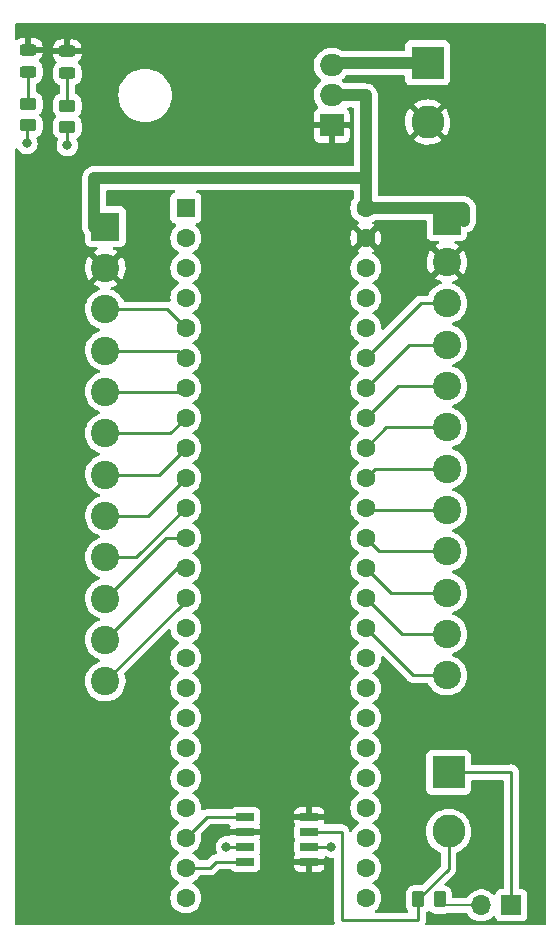
<source format=gbr>
%TF.GenerationSoftware,KiCad,Pcbnew,(6.0.10)*%
%TF.CreationDate,2023-04-10T11:13:11-05:00*%
%TF.ProjectId,lowerArm,6c6f7765-7241-4726-9d2e-6b696361645f,rev?*%
%TF.SameCoordinates,Original*%
%TF.FileFunction,Copper,L1,Top*%
%TF.FilePolarity,Positive*%
%FSLAX46Y46*%
G04 Gerber Fmt 4.6, Leading zero omitted, Abs format (unit mm)*
G04 Created by KiCad (PCBNEW (6.0.10)) date 2023-04-10 11:13:11*
%MOMM*%
%LPD*%
G01*
G04 APERTURE LIST*
G04 Aperture macros list*
%AMRoundRect*
0 Rectangle with rounded corners*
0 $1 Rounding radius*
0 $2 $3 $4 $5 $6 $7 $8 $9 X,Y pos of 4 corners*
0 Add a 4 corners polygon primitive as box body*
4,1,4,$2,$3,$4,$5,$6,$7,$8,$9,$2,$3,0*
0 Add four circle primitives for the rounded corners*
1,1,$1+$1,$2,$3*
1,1,$1+$1,$4,$5*
1,1,$1+$1,$6,$7*
1,1,$1+$1,$8,$9*
0 Add four rect primitives between the rounded corners*
20,1,$1+$1,$2,$3,$4,$5,0*
20,1,$1+$1,$4,$5,$6,$7,0*
20,1,$1+$1,$6,$7,$8,$9,0*
20,1,$1+$1,$8,$9,$2,$3,0*%
G04 Aperture macros list end*
%TA.AperFunction,SMDPad,CuDef*%
%ADD10R,1.525000X0.650000*%
%TD*%
%TA.AperFunction,SMDPad,CuDef*%
%ADD11RoundRect,0.243750X0.456250X-0.243750X0.456250X0.243750X-0.456250X0.243750X-0.456250X-0.243750X0*%
%TD*%
%TA.AperFunction,ComponentPad*%
%ADD12R,1.600000X1.600000*%
%TD*%
%TA.AperFunction,ComponentPad*%
%ADD13C,1.600000*%
%TD*%
%TA.AperFunction,ComponentPad*%
%ADD14R,2.000000X1.905000*%
%TD*%
%TA.AperFunction,ComponentPad*%
%ADD15O,2.000000X1.905000*%
%TD*%
%TA.AperFunction,ComponentPad*%
%ADD16R,2.400000X2.400000*%
%TD*%
%TA.AperFunction,ComponentPad*%
%ADD17C,2.400000*%
%TD*%
%TA.AperFunction,SMDPad,CuDef*%
%ADD18RoundRect,0.250000X-0.450000X0.262500X-0.450000X-0.262500X0.450000X-0.262500X0.450000X0.262500X0*%
%TD*%
%TA.AperFunction,ComponentPad*%
%ADD19R,1.700000X1.700000*%
%TD*%
%TA.AperFunction,ComponentPad*%
%ADD20O,1.700000X1.700000*%
%TD*%
%TA.AperFunction,SMDPad,CuDef*%
%ADD21RoundRect,0.250000X-0.262500X-0.450000X0.262500X-0.450000X0.262500X0.450000X-0.262500X0.450000X0*%
%TD*%
%TA.AperFunction,ComponentPad*%
%ADD22R,2.800000X2.800000*%
%TD*%
%TA.AperFunction,ComponentPad*%
%ADD23C,2.800000*%
%TD*%
%TA.AperFunction,ViaPad*%
%ADD24C,0.800000*%
%TD*%
%TA.AperFunction,Conductor*%
%ADD25C,0.200000*%
%TD*%
%TA.AperFunction,Conductor*%
%ADD26C,0.250000*%
%TD*%
%TA.AperFunction,Conductor*%
%ADD27C,1.000000*%
%TD*%
G04 APERTURE END LIST*
D10*
%TO.P,U2,1,TXD*%
%TO.N,Net-(U2-Pad1)*%
X143338000Y-120523000D03*
%TO.P,U2,2,GND*%
%TO.N,GND*%
X143338000Y-121793000D03*
%TO.P,U2,3,VDD*%
%TO.N,3v3*%
X143338000Y-123063000D03*
%TO.P,U2,4,RXD*%
%TO.N,Net-(U2-Pad4)*%
X143338000Y-124333000D03*
%TO.P,U2,5,SHDN*%
%TO.N,GND*%
X148762000Y-124333000D03*
%TO.P,U2,6,CANL*%
%TO.N,Net-(J3-Pad2)*%
X148762000Y-123063000D03*
%TO.P,U2,7,CANH*%
%TO.N,Net-(J3-Pad1)*%
X148762000Y-121793000D03*
%TO.P,U2,8,RS*%
%TO.N,GND*%
X148762000Y-120523000D03*
%TD*%
D11*
%TO.P,CAN,1*%
%TO.N,N/C*%
X128270000Y-57570500D03*
%TO.P,CAN,2*%
%TO.N,GND*%
X128270000Y-55695500D03*
%TD*%
D12*
%TO.P,U3,1,GND*%
%TO.N,unconnected-(U3-Pad1)*%
X138303000Y-68961000D03*
D13*
%TO.P,U3,2,0_RX1_CRX2_CS1*%
%TO.N,unconnected-(U3-Pad2)*%
X138303000Y-71501000D03*
%TO.P,U3,3,1_TX1_CTX2_MISO1*%
%TO.N,unconnected-(U3-Pad3)*%
X138303000Y-74041000D03*
%TO.P,U3,4,2_OUT2*%
%TO.N,unconnected-(U3-Pad4)*%
X138303000Y-76581000D03*
%TO.P,U3,5,3_LRCLK2*%
%TO.N,Net-(J1-Pad3)*%
X138303000Y-79121000D03*
%TO.P,U3,6,4_BCLK2*%
%TO.N,Net-(J1-Pad4)*%
X138303000Y-81661000D03*
%TO.P,U3,7,5_IN2*%
%TO.N,Net-(J1-Pad5)*%
X138303000Y-84201000D03*
%TO.P,U3,8,6_OUT1D*%
%TO.N,Net-(J1-Pad6)*%
X138303000Y-86741000D03*
%TO.P,U3,9,7_RX2_OUT1A*%
%TO.N,Net-(J1-Pad7)*%
X138303000Y-89281000D03*
%TO.P,U3,10,8_TX2_IN1*%
%TO.N,Net-(J1-Pad8)*%
X138303000Y-91821000D03*
%TO.P,U3,11,9_OUT1C*%
%TO.N,Net-(J1-Pad9)*%
X138303000Y-94361000D03*
%TO.P,U3,12,10_CS_MQSR*%
%TO.N,Net-(J1-Pad10)*%
X138303000Y-96901000D03*
%TO.P,U3,13,11_MOSI_CTX1*%
%TO.N,Net-(J1-Pad11)*%
X138303000Y-99441000D03*
%TO.P,U3,14,12_MISO_MQSL*%
%TO.N,Net-(J1-Pad12)*%
X138303000Y-101981000D03*
%TO.P,U3,15,3V3*%
%TO.N,unconnected-(U3-Pad15)*%
X138303000Y-104521000D03*
%TO.P,U3,16,24_A10_TX6_SCL2*%
%TO.N,unconnected-(U3-Pad16)*%
X138303000Y-107061000D03*
%TO.P,U3,17,25_A11_RX6_SDA2*%
%TO.N,unconnected-(U3-Pad17)*%
X138303000Y-109601000D03*
%TO.P,U3,18,26_A12_MOSI1*%
%TO.N,unconnected-(U3-Pad18)*%
X138303000Y-112141000D03*
%TO.P,U3,19,27_A13_SCK1*%
%TO.N,unconnected-(U3-Pad19)*%
X138303000Y-114681000D03*
%TO.P,U3,20,28_RX7*%
%TO.N,unconnected-(U3-Pad20)*%
X138303000Y-117221000D03*
%TO.P,U3,21,29_TX7*%
%TO.N,unconnected-(U3-Pad21)*%
X138303000Y-119761000D03*
%TO.P,U3,22,30_CRX3*%
%TO.N,Net-(U2-Pad1)*%
X138303000Y-122301000D03*
%TO.P,U3,23,31_CTX3*%
%TO.N,Net-(U2-Pad4)*%
X138303000Y-124841000D03*
%TO.P,U3,24,32_OUT1B*%
%TO.N,unconnected-(U3-Pad24)*%
X138303000Y-127381000D03*
%TO.P,U3,25,33_MCLK2*%
%TO.N,unconnected-(U3-Pad25)*%
X153543000Y-127381000D03*
%TO.P,U3,26,34_RX8*%
%TO.N,unconnected-(U3-Pad26)*%
X153543000Y-124841000D03*
%TO.P,U3,27,35_TX8*%
%TO.N,unconnected-(U3-Pad27)*%
X153543000Y-122301000D03*
%TO.P,U3,28,36_CS*%
%TO.N,unconnected-(U3-Pad28)*%
X153543000Y-119761000D03*
%TO.P,U3,29,37_CS*%
%TO.N,unconnected-(U3-Pad29)*%
X153543000Y-117221000D03*
%TO.P,U3,30,38_CS1_IN1*%
%TO.N,unconnected-(U3-Pad30)*%
X153543000Y-114681000D03*
%TO.P,U3,31,39_MISO1_OUT1A*%
%TO.N,unconnected-(U3-Pad31)*%
X153543000Y-112141000D03*
%TO.P,U3,32,40_A16*%
%TO.N,unconnected-(U3-Pad32)*%
X153543000Y-109601000D03*
%TO.P,U3,33,41_A17*%
%TO.N,unconnected-(U3-Pad33)*%
X153543000Y-107061000D03*
%TO.P,U3,34,GND*%
%TO.N,Net-(J2-Pad12)*%
X153543000Y-104521000D03*
%TO.P,U3,35,13_SCK_LED*%
%TO.N,Net-(J2-Pad11)*%
X153543000Y-101981000D03*
%TO.P,U3,36,14_A0_TX3_SPDIF_OUT*%
%TO.N,Net-(J2-Pad10)*%
X153543000Y-99441000D03*
%TO.P,U3,37,15_A1_RX3_SPDIF_IN*%
%TO.N,Net-(J2-Pad9)*%
X153543000Y-96901000D03*
%TO.P,U3,38,16_A2_RX4_SCL1*%
%TO.N,Net-(J2-Pad8)*%
X153543000Y-94361000D03*
%TO.P,U3,39,17_A3_TX4_SDA1*%
%TO.N,Net-(J2-Pad7)*%
X153543000Y-91821000D03*
%TO.P,U3,40,18_A4_SDA*%
%TO.N,Net-(J2-Pad6)*%
X153543000Y-89281000D03*
%TO.P,U3,41,19_A5_SCL*%
%TO.N,Net-(J2-Pad5)*%
X153543000Y-86741000D03*
%TO.P,U3,42,20_A6_TX5_LRCLK1*%
%TO.N,Net-(J2-Pad4)*%
X153543000Y-84201000D03*
%TO.P,U3,43,21_A7_RX5_BCLK1*%
%TO.N,Net-(J2-Pad3)*%
X153543000Y-81661000D03*
%TO.P,U3,44,22_A8_CTX1*%
%TO.N,unconnected-(U3-Pad44)*%
X153543000Y-79121000D03*
%TO.P,U3,45,23_A9_CRX1_MCLK1*%
%TO.N,unconnected-(U3-Pad45)*%
X153543000Y-76581000D03*
%TO.P,U3,46,3V3*%
%TO.N,3v3*%
X153543000Y-74041000D03*
%TO.P,U3,47,GND*%
%TO.N,GND*%
X153543000Y-71501000D03*
%TO.P,U3,48,VIN*%
%TO.N,5v*%
X153543000Y-68961000D03*
%TD*%
D14*
%TO.P,U1,1,GND*%
%TO.N,GND*%
X150655000Y-61976000D03*
D15*
%TO.P,U1,2,VO*%
%TO.N,5v*%
X150655000Y-59436000D03*
%TO.P,U1,3,VI*%
%TO.N,+BATT*%
X150655000Y-56896000D03*
%TD*%
D16*
%TO.P,J1,1,Pin_1*%
%TO.N,5v*%
X131495000Y-70539000D03*
D17*
%TO.P,J1,2,Pin_2*%
%TO.N,GND*%
X131495000Y-74039000D03*
%TO.P,J1,3,Pin_3*%
%TO.N,Net-(J1-Pad3)*%
X131495000Y-77539000D03*
%TO.P,J1,4,Pin_4*%
%TO.N,Net-(J1-Pad4)*%
X131495000Y-81039000D03*
%TO.P,J1,5,Pin_5*%
%TO.N,Net-(J1-Pad5)*%
X131495000Y-84539000D03*
%TO.P,J1,6,Pin_6*%
%TO.N,Net-(J1-Pad6)*%
X131495000Y-88039000D03*
%TO.P,J1,7,Pin_7*%
%TO.N,Net-(J1-Pad7)*%
X131495000Y-91539000D03*
%TO.P,J1,8,Pin_8*%
%TO.N,Net-(J1-Pad8)*%
X131495000Y-95039000D03*
%TO.P,J1,9,Pin_9*%
%TO.N,Net-(J1-Pad9)*%
X131495000Y-98539000D03*
%TO.P,J1,10,Pin_10*%
%TO.N,Net-(J1-Pad10)*%
X131495000Y-102039000D03*
%TO.P,J1,11,Pin_11*%
%TO.N,Net-(J1-Pad11)*%
X131495000Y-105539000D03*
%TO.P,J1,12,Pin_12*%
%TO.N,Net-(J1-Pad12)*%
X131495000Y-109039000D03*
%TD*%
D18*
%TO.P,R3,1*%
%TO.N,N/C*%
X124968000Y-60154500D03*
%TO.P,R3,2*%
%TO.N,unconnected-(U3-Pad4)*%
X124968000Y-61979500D03*
%TD*%
D16*
%TO.P,J2,1,Pin_1*%
%TO.N,5v*%
X160400988Y-70030996D03*
D17*
%TO.P,J2,2,Pin_2*%
%TO.N,GND*%
X160400988Y-73530996D03*
%TO.P,J2,3,Pin_3*%
%TO.N,Net-(J2-Pad3)*%
X160400988Y-77030996D03*
%TO.P,J2,4,Pin_4*%
%TO.N,Net-(J2-Pad4)*%
X160400988Y-80530996D03*
%TO.P,J2,5,Pin_5*%
%TO.N,Net-(J2-Pad5)*%
X160400988Y-84030996D03*
%TO.P,J2,6,Pin_6*%
%TO.N,Net-(J2-Pad6)*%
X160400988Y-87530996D03*
%TO.P,J2,7,Pin_7*%
%TO.N,Net-(J2-Pad7)*%
X160400988Y-91030996D03*
%TO.P,J2,8,Pin_8*%
%TO.N,Net-(J2-Pad8)*%
X160400988Y-94530996D03*
%TO.P,J2,9,Pin_9*%
%TO.N,Net-(J2-Pad9)*%
X160400988Y-98030996D03*
%TO.P,J2,10,Pin_10*%
%TO.N,Net-(J2-Pad10)*%
X160400988Y-101530996D03*
%TO.P,J2,11,Pin_11*%
%TO.N,Net-(J2-Pad11)*%
X160400988Y-105030996D03*
%TO.P,J2,12,Pin_12*%
%TO.N,Net-(J2-Pad12)*%
X160400988Y-108530996D03*
%TD*%
D19*
%TO.P,REF\u002A\u002A,1*%
%TO.N,Net-(J3-Pad2)*%
X165862000Y-128016000D03*
D20*
%TO.P,REF\u002A\u002A,2*%
%TO.N,N/C*%
X163322000Y-128016000D03*
%TD*%
D21*
%TO.P,R3,1*%
%TO.N,Net-(J3-Pad1)*%
X157964500Y-127508000D03*
%TO.P,R3,2*%
%TO.N,N/C*%
X159789500Y-127508000D03*
%TD*%
D18*
%TO.P,R3,1*%
%TO.N,N/C*%
X128270000Y-60292500D03*
%TO.P,R3,2*%
%TO.N,unconnected-(U3-Pad3)*%
X128270000Y-62117500D03*
%TD*%
D22*
%TO.P,J3,1,Pin_1*%
%TO.N,+BATT*%
X158770000Y-56682000D03*
D23*
%TO.P,J3,2,Pin_2*%
%TO.N,GND*%
X158770000Y-61682000D03*
%TD*%
D22*
%TO.P,J3,1,Pin_1*%
%TO.N,Net-(J3-Pad2)*%
X160548000Y-116753000D03*
D23*
%TO.P,J3,2,Pin_2*%
%TO.N,Net-(J3-Pad1)*%
X160548000Y-121753000D03*
%TD*%
D11*
%TO.P,REF\u002A\u002A,1*%
%TO.N,N/C*%
X124968000Y-57432500D03*
%TO.P,REF\u002A\u002A,2*%
%TO.N,GND*%
X124968000Y-55557500D03*
%TD*%
D24*
%TO.N,Net-(J3-Pad2)*%
X150622000Y-123063000D03*
%TO.N,unconnected-(U3-Pad3)*%
X128270000Y-63666500D03*
%TO.N,unconnected-(U3-Pad4)*%
X124841000Y-63503500D03*
%TO.N,3v3*%
X141732000Y-123063000D03*
%TD*%
D25*
%TO.N,*%
X160297500Y-128016000D02*
X163322000Y-128016000D01*
X159789500Y-127508000D02*
X160297500Y-128016000D01*
D26*
X128270000Y-57570500D02*
X128270000Y-60292500D01*
X124968000Y-57432500D02*
X124968000Y-60154500D01*
D27*
%TO.N,5v*%
X161871000Y-70031000D02*
X161871000Y-69034000D01*
X153543000Y-59436000D02*
X153543000Y-66421000D01*
X153543000Y-66421000D02*
X153543000Y-68961000D01*
X161798000Y-68961000D02*
X153543000Y-68961000D01*
X130529000Y-66448000D02*
X130529000Y-70539000D01*
X150655000Y-59436000D02*
X153543000Y-59436000D01*
X153543000Y-66421000D02*
X130556000Y-66421000D01*
X130556000Y-66421000D02*
X130529000Y-66448000D01*
X161871000Y-69034000D02*
X161798000Y-68961000D01*
%TO.N,+BATT*%
X158770000Y-56682000D02*
X150869000Y-56682000D01*
D26*
X150869000Y-56682000D02*
X150655000Y-56896000D01*
%TO.N,Net-(J3-Pad1)*%
X157988000Y-127531500D02*
X157964500Y-127508000D01*
X148762000Y-121793000D02*
X151511000Y-121793000D01*
X151511000Y-121793000D02*
X151511000Y-129286000D01*
X151511000Y-129286000D02*
X157988000Y-129286000D01*
X157964500Y-127508000D02*
X160548000Y-124924500D01*
X157988000Y-129286000D02*
X157988000Y-127531500D01*
X160548000Y-124924500D02*
X160548000Y-121753000D01*
%TO.N,Net-(J3-Pad2)*%
X148762000Y-123063000D02*
X150622000Y-123063000D01*
X165862000Y-128016000D02*
X165862000Y-116713000D01*
X165862000Y-116713000D02*
X165822000Y-116753000D01*
X165822000Y-116753000D02*
X160548000Y-116753000D01*
%TO.N,unconnected-(U3-Pad3)*%
X128245000Y-62142500D02*
X128270000Y-62117500D01*
X128270000Y-63666500D02*
X128270000Y-62117500D01*
%TO.N,unconnected-(U3-Pad4)*%
X124841000Y-63503500D02*
X124841000Y-62106500D01*
X124841000Y-62106500D02*
X124968000Y-61979500D01*
%TO.N,Net-(J1-Pad3)*%
X131495000Y-77539000D02*
X136721000Y-77539000D01*
X136721000Y-77539000D02*
X138303000Y-79121000D01*
%TO.N,Net-(J1-Pad4)*%
X137681000Y-81039000D02*
X138303000Y-81661000D01*
X131495000Y-81039000D02*
X137681000Y-81039000D01*
%TO.N,Net-(J1-Pad5)*%
X131495000Y-84539000D02*
X137965000Y-84539000D01*
X137965000Y-84539000D02*
X138303000Y-84201000D01*
%TO.N,Net-(J1-Pad6)*%
X131495000Y-88039000D02*
X137005000Y-88039000D01*
X137005000Y-88039000D02*
X138303000Y-86741000D01*
%TO.N,Net-(J1-Pad7)*%
X131495000Y-91539000D02*
X136045000Y-91539000D01*
X136045000Y-91539000D02*
X138303000Y-89281000D01*
%TO.N,Net-(J1-Pad8)*%
X131495000Y-95039000D02*
X135085000Y-95039000D01*
X135085000Y-95039000D02*
X138303000Y-91821000D01*
%TO.N,Net-(J1-Pad9)*%
X131495000Y-98539000D02*
X134125000Y-98539000D01*
X134125000Y-98539000D02*
X138303000Y-94361000D01*
%TO.N,Net-(J1-Pad10)*%
X131495000Y-102039000D02*
X136633000Y-96901000D01*
X136633000Y-96901000D02*
X138303000Y-96901000D01*
%TO.N,Net-(J1-Pad11)*%
X131495000Y-105539000D02*
X137593000Y-99441000D01*
X137593000Y-99441000D02*
X138303000Y-99441000D01*
%TO.N,Net-(J1-Pad12)*%
X131495000Y-109039000D02*
X138303000Y-102231000D01*
X138303000Y-102231000D02*
X138303000Y-101981000D01*
%TO.N,Net-(J2-Pad12)*%
X157552996Y-108530996D02*
X153543000Y-104521000D01*
X160400988Y-108530996D02*
X157552996Y-108530996D01*
%TO.N,Net-(U2-Pad1)*%
X143338000Y-120523000D02*
X140081000Y-120523000D01*
X140081000Y-120523000D02*
X138303000Y-122301000D01*
%TO.N,3v3*%
X141732000Y-123063000D02*
X143338000Y-123063000D01*
%TO.N,Net-(U2-Pad4)*%
X140843000Y-124333000D02*
X140335000Y-124841000D01*
X143338000Y-124333000D02*
X140843000Y-124333000D01*
X140335000Y-124841000D02*
X138303000Y-124841000D01*
%TO.N,Net-(J2-Pad3)*%
X158173004Y-77030996D02*
X153543000Y-81661000D01*
X160400988Y-77030996D02*
X158173004Y-77030996D01*
%TO.N,Net-(J2-Pad4)*%
X157213004Y-80530996D02*
X153543000Y-84201000D01*
X160400988Y-80530996D02*
X157213004Y-80530996D01*
%TO.N,Net-(J2-Pad5)*%
X156253004Y-84030996D02*
X153543000Y-86741000D01*
X160400988Y-84030996D02*
X156253004Y-84030996D01*
%TO.N,Net-(J2-Pad6)*%
X160400988Y-87530996D02*
X155293004Y-87530996D01*
X155293004Y-87530996D02*
X153543000Y-89281000D01*
%TO.N,Net-(J2-Pad7)*%
X160400988Y-91030996D02*
X154333004Y-91030996D01*
X154333004Y-91030996D02*
X153543000Y-91821000D01*
%TO.N,Net-(J2-Pad8)*%
X153712996Y-94530996D02*
X153543000Y-94361000D01*
X160400988Y-94530996D02*
X153712996Y-94530996D01*
%TO.N,Net-(J2-Pad9)*%
X160400988Y-98030996D02*
X154672996Y-98030996D01*
X154672996Y-98030996D02*
X153543000Y-96901000D01*
%TO.N,Net-(J2-Pad10)*%
X155632996Y-101530996D02*
X153543000Y-99441000D01*
X160400988Y-101530996D02*
X155632996Y-101530996D01*
%TO.N,Net-(J2-Pad11)*%
X156592996Y-105030996D02*
X153543000Y-101981000D01*
X160400988Y-105030996D02*
X156592996Y-105030996D01*
%TD*%
%TA.AperFunction,Conductor*%
%TO.N,GND*%
G36*
X168724621Y-53360502D02*
G01*
X168771114Y-53414158D01*
X168782500Y-53466500D01*
X168782500Y-129540500D01*
X168762498Y-129608621D01*
X168708842Y-129655114D01*
X168656500Y-129666500D01*
X158707628Y-129666500D01*
X158639507Y-129646498D01*
X158593014Y-129592842D01*
X158582910Y-129522568D01*
X158590197Y-129498273D01*
X158589457Y-129498033D01*
X158591906Y-129490494D01*
X158595283Y-129483318D01*
X158605806Y-129428151D01*
X158607532Y-129420429D01*
X158619529Y-129373707D01*
X158619529Y-129373706D01*
X158621500Y-129366030D01*
X158621500Y-129357793D01*
X158623732Y-129334184D01*
X158623790Y-129333881D01*
X158623790Y-129333877D01*
X158625275Y-129326094D01*
X158621749Y-129270049D01*
X158621500Y-129262138D01*
X158621500Y-128676092D01*
X158641502Y-128607971D01*
X158681194Y-128568950D01*
X158701348Y-128556478D01*
X158787784Y-128469891D01*
X158850066Y-128435812D01*
X158920886Y-128440815D01*
X158965976Y-128469736D01*
X159053697Y-128557305D01*
X159059927Y-128561145D01*
X159059928Y-128561146D01*
X159193299Y-128643357D01*
X159204262Y-128650115D01*
X159211453Y-128652500D01*
X159365611Y-128703632D01*
X159365613Y-128703632D01*
X159372139Y-128705797D01*
X159378975Y-128706497D01*
X159378978Y-128706498D01*
X159422031Y-128710909D01*
X159476600Y-128716500D01*
X160102400Y-128716500D01*
X160105646Y-128716163D01*
X160105650Y-128716163D01*
X160201308Y-128706238D01*
X160201312Y-128706237D01*
X160208166Y-128705526D01*
X160214702Y-128703345D01*
X160214704Y-128703345D01*
X160367104Y-128652500D01*
X160375946Y-128649550D01*
X160385954Y-128643357D01*
X160452258Y-128624500D01*
X162030954Y-128624500D01*
X162099075Y-128644502D01*
X162138387Y-128684665D01*
X162221987Y-128821088D01*
X162368250Y-128989938D01*
X162540126Y-129132632D01*
X162733000Y-129245338D01*
X162737825Y-129247180D01*
X162737826Y-129247181D01*
X162797711Y-129270049D01*
X162941692Y-129325030D01*
X162946760Y-129326061D01*
X162946763Y-129326062D01*
X163023696Y-129341714D01*
X163160597Y-129369567D01*
X163165772Y-129369757D01*
X163165774Y-129369757D01*
X163378673Y-129377564D01*
X163378677Y-129377564D01*
X163383837Y-129377753D01*
X163388957Y-129377097D01*
X163388959Y-129377097D01*
X163600288Y-129350025D01*
X163600289Y-129350025D01*
X163605416Y-129349368D01*
X163630928Y-129341714D01*
X163814429Y-129286661D01*
X163814434Y-129286659D01*
X163819384Y-129285174D01*
X164019994Y-129186896D01*
X164201860Y-129057173D01*
X164310091Y-128949319D01*
X164372462Y-128915404D01*
X164443268Y-128920592D01*
X164500030Y-128963238D01*
X164517012Y-128994341D01*
X164561385Y-129112705D01*
X164648739Y-129229261D01*
X164765295Y-129316615D01*
X164901684Y-129367745D01*
X164963866Y-129374500D01*
X166760134Y-129374500D01*
X166822316Y-129367745D01*
X166958705Y-129316615D01*
X167075261Y-129229261D01*
X167162615Y-129112705D01*
X167213745Y-128976316D01*
X167220500Y-128914134D01*
X167220500Y-127117866D01*
X167213745Y-127055684D01*
X167162615Y-126919295D01*
X167075261Y-126802739D01*
X166958705Y-126715385D01*
X166822316Y-126664255D01*
X166760134Y-126657500D01*
X166621500Y-126657500D01*
X166553379Y-126637498D01*
X166506886Y-126583842D01*
X166495500Y-126531500D01*
X166495500Y-116772776D01*
X166497051Y-116753065D01*
X166498980Y-116740886D01*
X166500220Y-116733057D01*
X166496059Y-116689038D01*
X166495500Y-116677181D01*
X166495500Y-116673144D01*
X166494730Y-116667047D01*
X166492002Y-116645453D01*
X166491567Y-116641519D01*
X166485903Y-116581598D01*
X166485903Y-116581597D01*
X166485157Y-116573707D01*
X166482558Y-116566489D01*
X166482456Y-116565903D01*
X166481608Y-116562373D01*
X166481435Y-116561811D01*
X166480474Y-116554203D01*
X166455403Y-116490880D01*
X166454014Y-116487204D01*
X166433623Y-116430565D01*
X166433622Y-116430562D01*
X166430939Y-116423111D01*
X166426627Y-116416765D01*
X166426384Y-116416228D01*
X166424685Y-116413018D01*
X166424375Y-116412512D01*
X166421552Y-116405383D01*
X166381539Y-116350309D01*
X166379263Y-116347071D01*
X166345427Y-116297283D01*
X166340973Y-116290729D01*
X166335216Y-116285653D01*
X166334846Y-116285191D01*
X166332418Y-116282523D01*
X166331982Y-116282101D01*
X166327472Y-116275893D01*
X166275004Y-116232488D01*
X166272007Y-116229928D01*
X166220910Y-116184879D01*
X166214068Y-116181393D01*
X166213597Y-116181039D01*
X166210555Y-116179041D01*
X166210051Y-116178754D01*
X166204144Y-116173867D01*
X166142547Y-116144881D01*
X166139037Y-116143162D01*
X166078297Y-116112214D01*
X166070804Y-116110539D01*
X166070262Y-116110315D01*
X166066825Y-116109138D01*
X166066258Y-116108983D01*
X166059318Y-116105717D01*
X165992464Y-116092964D01*
X165988598Y-116092163D01*
X165929833Y-116079027D01*
X165929823Y-116079026D01*
X165922092Y-116077298D01*
X165914420Y-116077539D01*
X165913831Y-116077455D01*
X165910222Y-116077171D01*
X165909625Y-116077162D01*
X165902094Y-116075725D01*
X165834136Y-116080000D01*
X165830235Y-116080185D01*
X165775278Y-116081912D01*
X165770032Y-116082077D01*
X165762111Y-116082326D01*
X165754740Y-116084467D01*
X165754143Y-116084533D01*
X165750588Y-116085154D01*
X165750008Y-116085293D01*
X165742350Y-116085775D01*
X165677553Y-116106829D01*
X165673845Y-116107970D01*
X165659236Y-116112214D01*
X165651374Y-116114498D01*
X165616224Y-116119500D01*
X162582500Y-116119500D01*
X162514379Y-116099498D01*
X162467886Y-116045842D01*
X162456500Y-115993500D01*
X162456500Y-115304866D01*
X162449745Y-115242684D01*
X162398615Y-115106295D01*
X162311261Y-114989739D01*
X162194705Y-114902385D01*
X162058316Y-114851255D01*
X161996134Y-114844500D01*
X159099866Y-114844500D01*
X159037684Y-114851255D01*
X158901295Y-114902385D01*
X158784739Y-114989739D01*
X158697385Y-115106295D01*
X158646255Y-115242684D01*
X158639500Y-115304866D01*
X158639500Y-118201134D01*
X158646255Y-118263316D01*
X158697385Y-118399705D01*
X158784739Y-118516261D01*
X158901295Y-118603615D01*
X159037684Y-118654745D01*
X159099866Y-118661500D01*
X161996134Y-118661500D01*
X162058316Y-118654745D01*
X162194705Y-118603615D01*
X162311261Y-118516261D01*
X162398615Y-118399705D01*
X162449745Y-118263316D01*
X162456500Y-118201134D01*
X162456500Y-117512500D01*
X162476502Y-117444379D01*
X162530158Y-117397886D01*
X162582500Y-117386500D01*
X165102500Y-117386500D01*
X165170621Y-117406502D01*
X165217114Y-117460158D01*
X165228500Y-117512500D01*
X165228500Y-126531500D01*
X165208498Y-126599621D01*
X165154842Y-126646114D01*
X165102500Y-126657500D01*
X164963866Y-126657500D01*
X164901684Y-126664255D01*
X164765295Y-126715385D01*
X164648739Y-126802739D01*
X164561385Y-126919295D01*
X164558233Y-126927703D01*
X164516919Y-127037907D01*
X164474277Y-127094671D01*
X164407716Y-127119371D01*
X164338367Y-127104163D01*
X164305743Y-127078476D01*
X164255151Y-127022875D01*
X164255142Y-127022866D01*
X164251670Y-127019051D01*
X164247619Y-127015852D01*
X164247615Y-127015848D01*
X164080414Y-126883800D01*
X164080410Y-126883798D01*
X164076359Y-126880598D01*
X163880789Y-126772638D01*
X163875920Y-126770914D01*
X163875916Y-126770912D01*
X163675087Y-126699795D01*
X163675083Y-126699794D01*
X163670212Y-126698069D01*
X163665119Y-126697162D01*
X163665116Y-126697161D01*
X163455373Y-126659800D01*
X163455367Y-126659799D01*
X163450284Y-126658894D01*
X163376452Y-126657992D01*
X163232081Y-126656228D01*
X163232079Y-126656228D01*
X163226911Y-126656165D01*
X163006091Y-126689955D01*
X162793756Y-126759357D01*
X162595607Y-126862507D01*
X162591474Y-126865610D01*
X162591471Y-126865612D01*
X162496302Y-126937067D01*
X162416965Y-126996635D01*
X162377525Y-127037907D01*
X162323280Y-127094671D01*
X162262629Y-127158138D01*
X162136743Y-127342680D01*
X162135945Y-127344400D01*
X162085589Y-127393088D01*
X162027074Y-127407500D01*
X160936500Y-127407500D01*
X160868379Y-127387498D01*
X160821886Y-127333842D01*
X160810500Y-127281500D01*
X160810500Y-127007600D01*
X160809750Y-127000373D01*
X160800238Y-126908692D01*
X160800237Y-126908688D01*
X160799526Y-126901834D01*
X160793510Y-126883800D01*
X160745868Y-126741002D01*
X160743550Y-126734054D01*
X160650478Y-126583652D01*
X160525303Y-126458695D01*
X160389204Y-126374802D01*
X160380968Y-126369725D01*
X160380966Y-126369724D01*
X160374738Y-126365885D01*
X160289055Y-126337465D01*
X160230696Y-126297036D01*
X160203458Y-126231472D01*
X160215991Y-126161591D01*
X160239627Y-126128778D01*
X160940253Y-125428152D01*
X160948539Y-125420612D01*
X160955018Y-125416500D01*
X161001644Y-125366848D01*
X161004398Y-125364007D01*
X161024135Y-125344270D01*
X161026615Y-125341073D01*
X161034320Y-125332051D01*
X161064586Y-125299821D01*
X161068405Y-125292875D01*
X161068407Y-125292872D01*
X161074348Y-125282066D01*
X161085199Y-125265547D01*
X161092758Y-125255801D01*
X161097614Y-125249541D01*
X161100759Y-125242272D01*
X161100762Y-125242268D01*
X161115174Y-125208963D01*
X161120391Y-125198313D01*
X161141695Y-125159560D01*
X161146733Y-125139937D01*
X161153137Y-125121234D01*
X161158033Y-125109920D01*
X161158033Y-125109919D01*
X161161181Y-125102645D01*
X161162420Y-125094822D01*
X161162423Y-125094812D01*
X161168099Y-125058976D01*
X161170505Y-125047356D01*
X161179528Y-125012211D01*
X161179528Y-125012210D01*
X161181500Y-125004530D01*
X161181500Y-124984276D01*
X161183051Y-124964565D01*
X161184980Y-124952386D01*
X161186220Y-124944557D01*
X161182059Y-124900538D01*
X161181500Y-124888681D01*
X161181500Y-123645307D01*
X161201502Y-123577186D01*
X161252958Y-123531724D01*
X161491979Y-123416948D01*
X161491980Y-123416947D01*
X161495998Y-123415018D01*
X161644768Y-123315613D01*
X161717013Y-123267341D01*
X161717017Y-123267338D01*
X161720721Y-123264863D01*
X161724038Y-123261892D01*
X161724042Y-123261889D01*
X161918729Y-123087512D01*
X161922045Y-123084542D01*
X162095953Y-122877654D01*
X162172307Y-122755225D01*
X162236614Y-122652111D01*
X162236615Y-122652109D01*
X162238975Y-122648325D01*
X162348258Y-122401133D01*
X162421620Y-122141008D01*
X162430031Y-122078391D01*
X162457172Y-121876324D01*
X162457173Y-121876316D01*
X162457599Y-121873142D01*
X162461375Y-121753000D01*
X162442287Y-121483403D01*
X162385402Y-121219185D01*
X162379477Y-121203123D01*
X162293397Y-120969796D01*
X162291856Y-120965619D01*
X162262510Y-120911231D01*
X162165629Y-120731678D01*
X162165629Y-120731677D01*
X162163516Y-120727762D01*
X162002942Y-120510362D01*
X161813338Y-120317756D01*
X161672462Y-120210243D01*
X161602028Y-120156489D01*
X161602024Y-120156487D01*
X161598487Y-120153787D01*
X161362675Y-120021727D01*
X161110609Y-119924210D01*
X161106284Y-119923207D01*
X161106279Y-119923206D01*
X160973053Y-119892326D01*
X160847318Y-119863182D01*
X160578054Y-119839861D01*
X160573619Y-119840105D01*
X160573615Y-119840105D01*
X160312634Y-119854468D01*
X160312627Y-119854469D01*
X160308191Y-119854713D01*
X160221097Y-119872037D01*
X160047484Y-119906570D01*
X160047479Y-119906571D01*
X160043112Y-119907440D01*
X160038909Y-119908916D01*
X159792315Y-119995513D01*
X159792312Y-119995514D01*
X159788107Y-119996991D01*
X159784154Y-119999044D01*
X159784148Y-119999047D01*
X159740488Y-120021727D01*
X159548264Y-120121580D01*
X159544649Y-120124163D01*
X159544643Y-120124167D01*
X159331990Y-120276131D01*
X159331986Y-120276134D01*
X159328369Y-120278719D01*
X159132808Y-120465275D01*
X158965485Y-120677524D01*
X158963253Y-120681366D01*
X158963250Y-120681371D01*
X158831974Y-120907377D01*
X158831971Y-120907384D01*
X158829736Y-120911231D01*
X158828062Y-120915364D01*
X158730505Y-121156223D01*
X158728272Y-121161735D01*
X158727201Y-121166048D01*
X158727199Y-121166053D01*
X158672568Y-121385982D01*
X158663116Y-121424035D01*
X158662662Y-121428463D01*
X158662662Y-121428465D01*
X158642338Y-121626834D01*
X158635569Y-121692899D01*
X158646180Y-121962963D01*
X158694737Y-122228837D01*
X158696146Y-122233060D01*
X158758056Y-122418626D01*
X158780272Y-122485217D01*
X158840930Y-122606612D01*
X158886459Y-122697729D01*
X158901078Y-122726987D01*
X158903607Y-122730646D01*
X159007563Y-122881058D01*
X159054744Y-122949324D01*
X159238205Y-123147790D01*
X159447799Y-123318427D01*
X159451617Y-123320726D01*
X159451619Y-123320727D01*
X159650194Y-123440279D01*
X159679346Y-123457830D01*
X159683448Y-123459567D01*
X159837630Y-123524854D01*
X159892560Y-123569835D01*
X159914500Y-123640881D01*
X159914500Y-124609906D01*
X159894498Y-124678027D01*
X159877595Y-124699001D01*
X158314000Y-126262595D01*
X158251688Y-126296621D01*
X158224905Y-126299500D01*
X157651600Y-126299500D01*
X157648354Y-126299837D01*
X157648350Y-126299837D01*
X157552692Y-126309762D01*
X157552688Y-126309763D01*
X157545834Y-126310474D01*
X157539298Y-126312655D01*
X157539296Y-126312655D01*
X157464929Y-126337466D01*
X157378054Y-126366450D01*
X157227652Y-126459522D01*
X157102695Y-126584697D01*
X157098855Y-126590927D01*
X157098854Y-126590928D01*
X157022025Y-126715568D01*
X157009885Y-126735262D01*
X156954203Y-126903139D01*
X156953503Y-126909975D01*
X156953502Y-126909978D01*
X156951781Y-126926775D01*
X156943500Y-127007600D01*
X156943500Y-128008400D01*
X156943837Y-128011646D01*
X156943837Y-128011650D01*
X156946028Y-128032762D01*
X156954474Y-128114166D01*
X157010450Y-128281946D01*
X157103522Y-128432348D01*
X157108704Y-128437521D01*
X157113251Y-128443258D01*
X157112207Y-128444085D01*
X157142588Y-128499606D01*
X157137587Y-128570426D01*
X157095092Y-128627300D01*
X157028594Y-128652171D01*
X157019492Y-128652500D01*
X154408031Y-128652500D01*
X154339910Y-128632498D01*
X154293417Y-128578842D01*
X154283313Y-128508568D01*
X154312807Y-128443988D01*
X154335760Y-128423287D01*
X154382789Y-128390357D01*
X154382792Y-128390355D01*
X154387300Y-128387198D01*
X154549198Y-128225300D01*
X154680523Y-128037749D01*
X154682846Y-128032767D01*
X154682849Y-128032762D01*
X154774961Y-127835225D01*
X154774961Y-127835224D01*
X154777284Y-127830243D01*
X154836543Y-127609087D01*
X154856498Y-127381000D01*
X154836543Y-127152913D01*
X154828068Y-127121283D01*
X154778707Y-126937067D01*
X154778706Y-126937065D01*
X154777284Y-126931757D01*
X154768122Y-126912109D01*
X154682849Y-126729238D01*
X154682846Y-126729233D01*
X154680523Y-126724251D01*
X154549198Y-126536700D01*
X154387300Y-126374802D01*
X154382792Y-126371645D01*
X154382789Y-126371643D01*
X154295043Y-126310203D01*
X154199749Y-126243477D01*
X154194767Y-126241154D01*
X154194762Y-126241151D01*
X154160543Y-126225195D01*
X154107258Y-126178278D01*
X154087797Y-126110001D01*
X154108339Y-126042041D01*
X154160543Y-125996805D01*
X154194762Y-125980849D01*
X154194767Y-125980846D01*
X154199749Y-125978523D01*
X154304611Y-125905098D01*
X154382789Y-125850357D01*
X154382792Y-125850355D01*
X154387300Y-125847198D01*
X154549198Y-125685300D01*
X154680523Y-125497749D01*
X154682846Y-125492767D01*
X154682849Y-125492762D01*
X154774961Y-125295225D01*
X154774961Y-125295224D01*
X154777284Y-125290243D01*
X154782067Y-125272395D01*
X154835119Y-125074402D01*
X154835119Y-125074400D01*
X154836543Y-125069087D01*
X154856498Y-124841000D01*
X154836543Y-124612913D01*
X154777284Y-124391757D01*
X154700457Y-124226999D01*
X154682849Y-124189238D01*
X154682846Y-124189233D01*
X154680523Y-124184251D01*
X154549198Y-123996700D01*
X154387300Y-123834802D01*
X154382792Y-123831645D01*
X154382789Y-123831643D01*
X154294671Y-123769942D01*
X154199749Y-123703477D01*
X154194767Y-123701154D01*
X154194762Y-123701151D01*
X154160543Y-123685195D01*
X154107258Y-123638278D01*
X154087797Y-123570001D01*
X154108339Y-123502041D01*
X154160543Y-123456805D01*
X154194762Y-123440849D01*
X154194767Y-123440846D01*
X154199749Y-123438523D01*
X154367979Y-123320727D01*
X154382789Y-123310357D01*
X154382792Y-123310355D01*
X154387300Y-123307198D01*
X154549198Y-123145300D01*
X154680523Y-122957749D01*
X154682846Y-122952767D01*
X154682849Y-122952762D01*
X154774961Y-122755225D01*
X154774961Y-122755224D01*
X154777284Y-122750243D01*
X154783516Y-122726987D01*
X154835119Y-122534402D01*
X154835119Y-122534400D01*
X154836543Y-122529087D01*
X154856498Y-122301000D01*
X154836543Y-122072913D01*
X154829600Y-122047000D01*
X154778707Y-121857067D01*
X154778706Y-121857065D01*
X154777284Y-121851757D01*
X154774961Y-121846775D01*
X154682849Y-121649238D01*
X154682846Y-121649233D01*
X154680523Y-121644251D01*
X154574645Y-121493042D01*
X154552357Y-121461211D01*
X154552355Y-121461208D01*
X154549198Y-121456700D01*
X154387300Y-121294802D01*
X154382792Y-121291645D01*
X154382789Y-121291643D01*
X154294671Y-121229942D01*
X154199749Y-121163477D01*
X154194767Y-121161154D01*
X154194762Y-121161151D01*
X154160543Y-121145195D01*
X154107258Y-121098278D01*
X154087797Y-121030001D01*
X154108339Y-120962041D01*
X154160543Y-120916805D01*
X154194762Y-120900849D01*
X154194767Y-120900846D01*
X154199749Y-120898523D01*
X154353953Y-120790548D01*
X154382789Y-120770357D01*
X154382792Y-120770355D01*
X154387300Y-120767198D01*
X154549198Y-120605300D01*
X154680523Y-120417749D01*
X154682846Y-120412767D01*
X154682849Y-120412762D01*
X154774961Y-120215225D01*
X154774961Y-120215224D01*
X154777284Y-120210243D01*
X154791688Y-120156489D01*
X154835119Y-119994402D01*
X154835119Y-119994400D01*
X154836543Y-119989087D01*
X154856498Y-119761000D01*
X154836543Y-119532913D01*
X154777284Y-119311757D01*
X154774961Y-119306775D01*
X154682849Y-119109238D01*
X154682846Y-119109233D01*
X154680523Y-119104251D01*
X154549198Y-118916700D01*
X154387300Y-118754802D01*
X154382792Y-118751645D01*
X154382789Y-118751643D01*
X154244404Y-118654745D01*
X154199749Y-118623477D01*
X154194767Y-118621154D01*
X154194762Y-118621151D01*
X154160543Y-118605195D01*
X154107258Y-118558278D01*
X154087797Y-118490001D01*
X154108339Y-118422041D01*
X154160543Y-118376805D01*
X154194762Y-118360849D01*
X154194767Y-118360846D01*
X154199749Y-118358523D01*
X154304611Y-118285098D01*
X154382789Y-118230357D01*
X154382792Y-118230355D01*
X154387300Y-118227198D01*
X154549198Y-118065300D01*
X154680523Y-117877749D01*
X154682846Y-117872767D01*
X154682849Y-117872762D01*
X154774961Y-117675225D01*
X154774961Y-117675224D01*
X154777284Y-117670243D01*
X154819552Y-117512500D01*
X154835119Y-117454402D01*
X154835119Y-117454400D01*
X154836543Y-117449087D01*
X154856498Y-117221000D01*
X154836543Y-116992913D01*
X154777284Y-116771757D01*
X154755558Y-116725165D01*
X154682849Y-116569238D01*
X154682846Y-116569233D01*
X154680523Y-116564251D01*
X154586915Y-116430565D01*
X154552357Y-116381211D01*
X154552355Y-116381208D01*
X154549198Y-116376700D01*
X154387300Y-116214802D01*
X154382792Y-116211645D01*
X154382789Y-116211643D01*
X154244051Y-116114498D01*
X154199749Y-116083477D01*
X154194767Y-116081154D01*
X154194762Y-116081151D01*
X154160543Y-116065195D01*
X154107258Y-116018278D01*
X154087797Y-115950001D01*
X154108339Y-115882041D01*
X154160543Y-115836805D01*
X154194762Y-115820849D01*
X154194767Y-115820846D01*
X154199749Y-115818523D01*
X154304611Y-115745098D01*
X154382789Y-115690357D01*
X154382792Y-115690355D01*
X154387300Y-115687198D01*
X154549198Y-115525300D01*
X154680523Y-115337749D01*
X154682846Y-115332767D01*
X154682849Y-115332762D01*
X154774961Y-115135225D01*
X154774961Y-115135224D01*
X154777284Y-115130243D01*
X154785627Y-115099109D01*
X154835119Y-114914402D01*
X154835119Y-114914400D01*
X154836543Y-114909087D01*
X154856498Y-114681000D01*
X154836543Y-114452913D01*
X154777284Y-114231757D01*
X154774961Y-114226775D01*
X154682849Y-114029238D01*
X154682846Y-114029233D01*
X154680523Y-114024251D01*
X154549198Y-113836700D01*
X154387300Y-113674802D01*
X154382792Y-113671645D01*
X154382789Y-113671643D01*
X154304611Y-113616902D01*
X154199749Y-113543477D01*
X154194767Y-113541154D01*
X154194762Y-113541151D01*
X154160543Y-113525195D01*
X154107258Y-113478278D01*
X154087797Y-113410001D01*
X154108339Y-113342041D01*
X154160543Y-113296805D01*
X154194762Y-113280849D01*
X154194767Y-113280846D01*
X154199749Y-113278523D01*
X154304611Y-113205098D01*
X154382789Y-113150357D01*
X154382792Y-113150355D01*
X154387300Y-113147198D01*
X154549198Y-112985300D01*
X154680523Y-112797749D01*
X154682846Y-112792767D01*
X154682849Y-112792762D01*
X154774961Y-112595225D01*
X154774961Y-112595224D01*
X154777284Y-112590243D01*
X154836543Y-112369087D01*
X154856498Y-112141000D01*
X154836543Y-111912913D01*
X154777284Y-111691757D01*
X154774961Y-111686775D01*
X154682849Y-111489238D01*
X154682846Y-111489233D01*
X154680523Y-111484251D01*
X154549198Y-111296700D01*
X154387300Y-111134802D01*
X154382792Y-111131645D01*
X154382789Y-111131643D01*
X154304611Y-111076902D01*
X154199749Y-111003477D01*
X154194767Y-111001154D01*
X154194762Y-111001151D01*
X154160543Y-110985195D01*
X154107258Y-110938278D01*
X154087797Y-110870001D01*
X154108339Y-110802041D01*
X154160543Y-110756805D01*
X154194762Y-110740849D01*
X154194767Y-110740846D01*
X154199749Y-110738523D01*
X154380822Y-110611734D01*
X154382789Y-110610357D01*
X154382792Y-110610355D01*
X154387300Y-110607198D01*
X154549198Y-110445300D01*
X154680523Y-110257749D01*
X154682846Y-110252767D01*
X154682849Y-110252762D01*
X154774961Y-110055225D01*
X154774961Y-110055224D01*
X154777284Y-110050243D01*
X154795789Y-109981184D01*
X154835119Y-109834402D01*
X154835119Y-109834400D01*
X154836543Y-109829087D01*
X154856498Y-109601000D01*
X154836543Y-109372913D01*
X154803018Y-109247798D01*
X154778707Y-109157067D01*
X154778706Y-109157065D01*
X154777284Y-109151757D01*
X154774329Y-109145419D01*
X154682849Y-108949238D01*
X154682846Y-108949233D01*
X154680523Y-108944251D01*
X154572803Y-108790411D01*
X154552357Y-108761211D01*
X154552355Y-108761208D01*
X154549198Y-108756700D01*
X154387300Y-108594802D01*
X154382792Y-108591645D01*
X154382789Y-108591643D01*
X154251766Y-108499900D01*
X154199749Y-108463477D01*
X154194767Y-108461154D01*
X154194762Y-108461151D01*
X154160543Y-108445195D01*
X154107258Y-108398278D01*
X154087797Y-108330001D01*
X154108339Y-108262041D01*
X154160543Y-108216805D01*
X154194762Y-108200849D01*
X154194767Y-108200846D01*
X154199749Y-108198523D01*
X154304611Y-108125098D01*
X154382789Y-108070357D01*
X154382792Y-108070355D01*
X154387300Y-108067198D01*
X154549198Y-107905300D01*
X154554663Y-107897496D01*
X154655715Y-107753178D01*
X154680523Y-107717749D01*
X154682846Y-107712767D01*
X154682849Y-107712762D01*
X154774961Y-107515225D01*
X154774961Y-107515224D01*
X154777284Y-107510243D01*
X154796277Y-107439363D01*
X154835119Y-107294402D01*
X154835119Y-107294400D01*
X154836543Y-107289087D01*
X154856498Y-107061000D01*
X154856019Y-107055525D01*
X154856019Y-107055514D01*
X154854974Y-107043570D01*
X154868962Y-106973965D01*
X154918361Y-106922973D01*
X154987487Y-106906782D01*
X155054393Y-106930534D01*
X155069588Y-106943492D01*
X156151819Y-108025724D01*
X157049344Y-108923249D01*
X157056884Y-108931535D01*
X157060996Y-108938014D01*
X157066773Y-108943439D01*
X157110647Y-108984639D01*
X157113489Y-108987394D01*
X157133226Y-109007131D01*
X157136423Y-109009611D01*
X157145443Y-109017314D01*
X157177675Y-109047582D01*
X157184621Y-109051401D01*
X157184624Y-109051403D01*
X157195430Y-109057344D01*
X157211949Y-109068195D01*
X157227955Y-109080610D01*
X157235224Y-109083755D01*
X157235228Y-109083758D01*
X157268533Y-109098170D01*
X157279183Y-109103387D01*
X157317936Y-109124691D01*
X157325611Y-109126662D01*
X157325612Y-109126662D01*
X157337558Y-109129729D01*
X157356263Y-109136133D01*
X157374851Y-109144177D01*
X157382674Y-109145416D01*
X157382684Y-109145419D01*
X157418520Y-109151095D01*
X157430140Y-109153501D01*
X157465285Y-109162524D01*
X157472966Y-109164496D01*
X157493220Y-109164496D01*
X157512930Y-109166047D01*
X157532939Y-109169216D01*
X157540831Y-109168470D01*
X157576957Y-109165055D01*
X157588815Y-109164496D01*
X158726441Y-109164496D01*
X158794562Y-109184498D01*
X158837433Y-109230858D01*
X158917879Y-109380575D01*
X158956013Y-109451547D01*
X158958808Y-109455290D01*
X158958810Y-109455293D01*
X159105159Y-109651278D01*
X159105164Y-109651284D01*
X159107951Y-109655016D01*
X159111260Y-109658296D01*
X159111265Y-109658302D01*
X159209847Y-109756027D01*
X159288295Y-109833793D01*
X159292057Y-109836551D01*
X159292060Y-109836554D01*
X159397752Y-109914050D01*
X159493082Y-109983949D01*
X159497217Y-109986125D01*
X159497221Y-109986127D01*
X159608993Y-110044933D01*
X159717815Y-110102187D01*
X159852148Y-110149098D01*
X159892015Y-110163020D01*
X159957556Y-110185908D01*
X160207038Y-110233274D01*
X160327520Y-110238007D01*
X160456113Y-110243060D01*
X160456118Y-110243060D01*
X160460781Y-110243243D01*
X160559762Y-110232403D01*
X160708557Y-110216108D01*
X160708563Y-110216107D01*
X160713210Y-110215598D01*
X160822668Y-110186780D01*
X160900433Y-110166306D01*
X160958781Y-110150944D01*
X161138813Y-110073597D01*
X161187795Y-110052553D01*
X161187798Y-110052551D01*
X161192098Y-110050704D01*
X161196078Y-110048241D01*
X161196082Y-110048239D01*
X161404052Y-109919543D01*
X161404054Y-109919541D01*
X161408035Y-109917078D01*
X161411612Y-109914050D01*
X161598277Y-109756027D01*
X161598279Y-109756025D01*
X161601850Y-109753002D01*
X161769283Y-109562080D01*
X161808403Y-109501262D01*
X161904129Y-109352438D01*
X161906657Y-109348508D01*
X162010955Y-109116976D01*
X162079884Y-108872571D01*
X162111931Y-108620663D01*
X162114279Y-108530996D01*
X162109496Y-108466634D01*
X162095806Y-108282407D01*
X162095805Y-108282403D01*
X162095460Y-108277755D01*
X162091905Y-108262041D01*
X162040447Y-108034635D01*
X162039416Y-108030078D01*
X161990893Y-107905300D01*
X161949072Y-107797758D01*
X161949071Y-107797756D01*
X161947379Y-107793405D01*
X161926854Y-107757494D01*
X161823690Y-107576993D01*
X161823688Y-107576991D01*
X161821371Y-107572936D01*
X161664159Y-107373513D01*
X161533579Y-107250676D01*
X161482598Y-107202718D01*
X161482596Y-107202716D01*
X161479197Y-107199519D01*
X161434209Y-107168310D01*
X161274381Y-107057433D01*
X161274378Y-107057431D01*
X161270549Y-107054775D01*
X161266372Y-107052715D01*
X161266365Y-107052711D01*
X161046984Y-106944524D01*
X161046980Y-106944523D01*
X161042798Y-106942460D01*
X160916889Y-106902156D01*
X160858109Y-106862338D01*
X160830187Y-106797063D01*
X160841988Y-106727054D01*
X160889766Y-106674539D01*
X160923222Y-106660306D01*
X160927111Y-106659282D01*
X160958781Y-106650944D01*
X161077341Y-106600007D01*
X161187795Y-106552553D01*
X161187798Y-106552551D01*
X161192098Y-106550704D01*
X161196078Y-106548241D01*
X161196082Y-106548239D01*
X161404052Y-106419543D01*
X161404054Y-106419541D01*
X161408035Y-106417078D01*
X161506416Y-106333793D01*
X161598277Y-106256027D01*
X161598279Y-106256025D01*
X161601850Y-106253002D01*
X161769283Y-106062080D01*
X161773965Y-106054802D01*
X161904129Y-105852438D01*
X161906657Y-105848508D01*
X162010955Y-105616976D01*
X162079884Y-105372571D01*
X162111931Y-105120663D01*
X162114279Y-105030996D01*
X162107573Y-104940750D01*
X162095806Y-104782407D01*
X162095805Y-104782403D01*
X162095460Y-104777755D01*
X162090178Y-104754409D01*
X162040447Y-104534635D01*
X162039416Y-104530078D01*
X162033757Y-104515525D01*
X161949072Y-104297758D01*
X161949071Y-104297756D01*
X161947379Y-104293405D01*
X161926854Y-104257494D01*
X161823690Y-104076993D01*
X161823688Y-104076991D01*
X161821371Y-104072936D01*
X161664159Y-103873513D01*
X161533579Y-103750676D01*
X161482598Y-103702718D01*
X161482596Y-103702716D01*
X161479197Y-103699519D01*
X161450624Y-103679697D01*
X161274381Y-103557433D01*
X161274378Y-103557431D01*
X161270549Y-103554775D01*
X161266372Y-103552715D01*
X161266365Y-103552711D01*
X161046984Y-103444524D01*
X161046980Y-103444523D01*
X161042798Y-103442460D01*
X160916889Y-103402156D01*
X160858109Y-103362338D01*
X160830187Y-103297063D01*
X160841988Y-103227054D01*
X160889766Y-103174539D01*
X160923222Y-103160306D01*
X160927111Y-103159282D01*
X160958781Y-103150944D01*
X161077341Y-103100007D01*
X161187795Y-103052553D01*
X161187798Y-103052551D01*
X161192098Y-103050704D01*
X161196078Y-103048241D01*
X161196082Y-103048239D01*
X161404052Y-102919543D01*
X161404054Y-102919541D01*
X161408035Y-102917078D01*
X161506416Y-102833793D01*
X161598277Y-102756027D01*
X161598279Y-102756025D01*
X161601850Y-102753002D01*
X161769283Y-102562080D01*
X161808403Y-102501262D01*
X161904129Y-102352438D01*
X161906657Y-102348508D01*
X162010955Y-102116976D01*
X162079884Y-101872571D01*
X162111931Y-101620663D01*
X162114279Y-101530996D01*
X162102316Y-101370011D01*
X162095806Y-101282407D01*
X162095805Y-101282403D01*
X162095460Y-101277755D01*
X162062661Y-101132803D01*
X162040447Y-101034635D01*
X162039416Y-101030078D01*
X162019436Y-100978699D01*
X161949072Y-100797758D01*
X161949071Y-100797756D01*
X161947379Y-100793405D01*
X161926854Y-100757494D01*
X161823690Y-100576993D01*
X161823688Y-100576991D01*
X161821371Y-100572936D01*
X161664159Y-100373513D01*
X161533579Y-100250676D01*
X161482598Y-100202718D01*
X161482596Y-100202716D01*
X161479197Y-100199519D01*
X161434209Y-100168310D01*
X161274381Y-100057433D01*
X161274378Y-100057431D01*
X161270549Y-100054775D01*
X161266372Y-100052715D01*
X161266365Y-100052711D01*
X161046984Y-99944524D01*
X161046980Y-99944523D01*
X161042798Y-99942460D01*
X160916889Y-99902156D01*
X160858109Y-99862338D01*
X160830187Y-99797063D01*
X160841988Y-99727054D01*
X160889766Y-99674539D01*
X160923222Y-99660306D01*
X160927111Y-99659282D01*
X160958781Y-99650944D01*
X161077341Y-99600007D01*
X161187795Y-99552553D01*
X161187798Y-99552551D01*
X161192098Y-99550704D01*
X161196078Y-99548241D01*
X161196082Y-99548239D01*
X161404052Y-99419543D01*
X161404054Y-99419541D01*
X161408035Y-99417078D01*
X161506416Y-99333793D01*
X161598277Y-99256027D01*
X161598279Y-99256025D01*
X161601850Y-99253002D01*
X161769283Y-99062080D01*
X161808403Y-99001262D01*
X161904129Y-98852438D01*
X161906657Y-98848508D01*
X162010955Y-98616976D01*
X162079884Y-98372571D01*
X162105400Y-98171999D01*
X162111533Y-98123794D01*
X162111533Y-98123788D01*
X162111931Y-98120663D01*
X162114279Y-98030996D01*
X162102211Y-97868595D01*
X162095806Y-97782407D01*
X162095805Y-97782403D01*
X162095460Y-97777755D01*
X162088117Y-97745300D01*
X162040447Y-97534635D01*
X162039416Y-97530078D01*
X161981644Y-97381517D01*
X161949072Y-97297758D01*
X161949071Y-97297756D01*
X161947379Y-97293405D01*
X161945061Y-97289349D01*
X161823690Y-97076993D01*
X161823688Y-97076991D01*
X161821371Y-97072936D01*
X161664159Y-96873513D01*
X161534186Y-96751247D01*
X161482598Y-96702718D01*
X161482596Y-96702716D01*
X161479197Y-96699519D01*
X161433183Y-96667598D01*
X161274381Y-96557433D01*
X161274378Y-96557431D01*
X161270549Y-96554775D01*
X161266372Y-96552715D01*
X161266365Y-96552711D01*
X161046984Y-96444524D01*
X161046980Y-96444523D01*
X161042798Y-96442460D01*
X160916889Y-96402156D01*
X160858109Y-96362338D01*
X160830187Y-96297063D01*
X160841988Y-96227054D01*
X160889766Y-96174539D01*
X160923222Y-96160306D01*
X160927111Y-96159282D01*
X160958781Y-96150944D01*
X161138813Y-96073597D01*
X161187795Y-96052553D01*
X161187798Y-96052551D01*
X161192098Y-96050704D01*
X161196078Y-96048241D01*
X161196082Y-96048239D01*
X161404052Y-95919543D01*
X161404054Y-95919541D01*
X161408035Y-95917078D01*
X161438080Y-95891643D01*
X161598277Y-95756027D01*
X161598279Y-95756025D01*
X161601850Y-95753002D01*
X161769283Y-95562080D01*
X161784817Y-95537931D01*
X161904129Y-95352438D01*
X161906657Y-95348508D01*
X162010955Y-95116976D01*
X162079884Y-94872571D01*
X162090103Y-94792248D01*
X162111533Y-94623794D01*
X162111533Y-94623788D01*
X162111931Y-94620663D01*
X162114279Y-94530996D01*
X162101646Y-94361000D01*
X162095806Y-94282407D01*
X162095805Y-94282403D01*
X162095460Y-94277755D01*
X162090782Y-94257079D01*
X162040447Y-94034635D01*
X162039416Y-94030078D01*
X162014350Y-93965621D01*
X161949072Y-93797758D01*
X161949071Y-93797756D01*
X161947379Y-93793405D01*
X161926854Y-93757494D01*
X161823690Y-93576993D01*
X161823688Y-93576991D01*
X161821371Y-93572936D01*
X161664159Y-93373513D01*
X161534186Y-93251247D01*
X161482598Y-93202718D01*
X161482596Y-93202716D01*
X161479197Y-93199519D01*
X161434209Y-93168310D01*
X161274381Y-93057433D01*
X161274378Y-93057431D01*
X161270549Y-93054775D01*
X161266372Y-93052715D01*
X161266365Y-93052711D01*
X161046984Y-92944524D01*
X161046980Y-92944523D01*
X161042798Y-92942460D01*
X160916889Y-92902156D01*
X160858109Y-92862338D01*
X160830187Y-92797063D01*
X160841988Y-92727054D01*
X160889766Y-92674539D01*
X160923222Y-92660306D01*
X160927111Y-92659282D01*
X160958781Y-92650944D01*
X161138813Y-92573597D01*
X161187795Y-92552553D01*
X161187798Y-92552551D01*
X161192098Y-92550704D01*
X161196078Y-92548241D01*
X161196082Y-92548239D01*
X161404052Y-92419543D01*
X161404054Y-92419541D01*
X161408035Y-92417078D01*
X161411612Y-92414050D01*
X161598277Y-92256027D01*
X161598279Y-92256025D01*
X161601850Y-92253002D01*
X161769283Y-92062080D01*
X161774225Y-92054398D01*
X161904129Y-91852438D01*
X161906657Y-91848508D01*
X162010955Y-91616976D01*
X162079884Y-91372571D01*
X162097137Y-91236951D01*
X162111533Y-91123794D01*
X162111533Y-91123788D01*
X162111931Y-91120663D01*
X162114279Y-91030996D01*
X162102211Y-90868595D01*
X162095806Y-90782407D01*
X162095805Y-90782403D01*
X162095460Y-90777755D01*
X162074842Y-90686634D01*
X162040447Y-90534635D01*
X162039416Y-90530078D01*
X162021389Y-90483722D01*
X161949072Y-90297758D01*
X161949071Y-90297756D01*
X161947379Y-90293405D01*
X161945061Y-90289349D01*
X161823690Y-90076993D01*
X161823688Y-90076991D01*
X161821371Y-90072936D01*
X161664159Y-89873513D01*
X161534186Y-89751247D01*
X161482598Y-89702718D01*
X161482596Y-89702716D01*
X161479197Y-89699519D01*
X161434209Y-89668310D01*
X161274381Y-89557433D01*
X161274378Y-89557431D01*
X161270549Y-89554775D01*
X161266372Y-89552715D01*
X161266365Y-89552711D01*
X161046984Y-89444524D01*
X161046980Y-89444523D01*
X161042798Y-89442460D01*
X160916889Y-89402156D01*
X160858109Y-89362338D01*
X160830187Y-89297063D01*
X160841988Y-89227054D01*
X160889766Y-89174539D01*
X160923222Y-89160306D01*
X160927111Y-89159282D01*
X160958781Y-89150944D01*
X161138813Y-89073597D01*
X161187795Y-89052553D01*
X161187798Y-89052551D01*
X161192098Y-89050704D01*
X161196078Y-89048241D01*
X161196082Y-89048239D01*
X161404052Y-88919543D01*
X161404054Y-88919541D01*
X161408035Y-88917078D01*
X161411612Y-88914050D01*
X161598277Y-88756027D01*
X161598279Y-88756025D01*
X161601850Y-88753002D01*
X161769283Y-88562080D01*
X161808403Y-88501262D01*
X161904129Y-88352438D01*
X161906657Y-88348508D01*
X162010955Y-88116976D01*
X162079884Y-87872571D01*
X162111931Y-87620663D01*
X162114279Y-87530996D01*
X162104377Y-87397749D01*
X162095806Y-87282407D01*
X162095805Y-87282403D01*
X162095460Y-87277755D01*
X162074457Y-87184933D01*
X162040447Y-87034635D01*
X162039416Y-87030078D01*
X162007933Y-86949119D01*
X161949072Y-86797758D01*
X161949071Y-86797756D01*
X161947379Y-86793405D01*
X161926854Y-86757494D01*
X161823690Y-86576993D01*
X161823688Y-86576991D01*
X161821371Y-86572936D01*
X161664159Y-86373513D01*
X161534186Y-86251247D01*
X161482598Y-86202718D01*
X161482596Y-86202716D01*
X161479197Y-86199519D01*
X161434209Y-86168310D01*
X161274381Y-86057433D01*
X161274378Y-86057431D01*
X161270549Y-86054775D01*
X161266372Y-86052715D01*
X161266365Y-86052711D01*
X161046984Y-85944524D01*
X161046980Y-85944523D01*
X161042798Y-85942460D01*
X160916889Y-85902156D01*
X160858109Y-85862338D01*
X160830187Y-85797063D01*
X160841988Y-85727054D01*
X160889766Y-85674539D01*
X160923222Y-85660306D01*
X160927111Y-85659282D01*
X160958781Y-85650944D01*
X161077341Y-85600007D01*
X161187795Y-85552553D01*
X161187798Y-85552551D01*
X161192098Y-85550704D01*
X161196078Y-85548241D01*
X161196082Y-85548239D01*
X161404052Y-85419543D01*
X161404054Y-85419541D01*
X161408035Y-85417078D01*
X161423812Y-85403722D01*
X161598277Y-85256027D01*
X161598279Y-85256025D01*
X161601850Y-85253002D01*
X161769283Y-85062080D01*
X161780077Y-85045300D01*
X161904129Y-84852438D01*
X161906657Y-84848508D01*
X162010955Y-84616976D01*
X162079884Y-84372571D01*
X162111931Y-84120663D01*
X162114279Y-84030996D01*
X162104953Y-83905500D01*
X162095806Y-83782407D01*
X162095805Y-83782403D01*
X162095460Y-83777755D01*
X162089578Y-83751757D01*
X162040447Y-83534635D01*
X162039416Y-83530078D01*
X162026718Y-83497424D01*
X161949072Y-83297758D01*
X161949071Y-83297756D01*
X161947379Y-83293405D01*
X161926854Y-83257494D01*
X161823690Y-83076993D01*
X161823688Y-83076991D01*
X161821371Y-83072936D01*
X161664159Y-82873513D01*
X161534186Y-82751247D01*
X161482598Y-82702718D01*
X161482596Y-82702716D01*
X161479197Y-82699519D01*
X161274381Y-82557433D01*
X161274378Y-82557431D01*
X161270549Y-82554775D01*
X161266372Y-82552715D01*
X161266365Y-82552711D01*
X161046984Y-82444524D01*
X161046980Y-82444523D01*
X161042798Y-82442460D01*
X160916889Y-82402156D01*
X160858109Y-82362338D01*
X160830187Y-82297063D01*
X160841988Y-82227054D01*
X160889766Y-82174539D01*
X160923222Y-82160306D01*
X160927111Y-82159282D01*
X160958781Y-82150944D01*
X161138813Y-82073597D01*
X161187795Y-82052553D01*
X161187798Y-82052551D01*
X161192098Y-82050704D01*
X161196078Y-82048241D01*
X161196082Y-82048239D01*
X161404052Y-81919543D01*
X161404054Y-81919541D01*
X161408035Y-81917078D01*
X161434821Y-81894402D01*
X161598277Y-81756027D01*
X161598279Y-81756025D01*
X161601850Y-81753002D01*
X161769283Y-81562080D01*
X161808403Y-81501262D01*
X161904129Y-81352438D01*
X161906657Y-81348508D01*
X162010955Y-81116976D01*
X162079884Y-80872571D01*
X162111931Y-80620663D01*
X162114279Y-80530996D01*
X162104789Y-80403288D01*
X162095806Y-80282407D01*
X162095805Y-80282403D01*
X162095460Y-80277755D01*
X162091109Y-80258523D01*
X162040447Y-80034635D01*
X162039416Y-80030078D01*
X162026718Y-79997424D01*
X161949072Y-79797758D01*
X161949071Y-79797756D01*
X161947379Y-79793405D01*
X161945061Y-79789349D01*
X161823690Y-79576993D01*
X161823688Y-79576991D01*
X161821371Y-79572936D01*
X161664159Y-79373513D01*
X161562163Y-79277565D01*
X161482598Y-79202718D01*
X161482596Y-79202716D01*
X161479197Y-79199519D01*
X161434209Y-79168310D01*
X161274381Y-79057433D01*
X161274378Y-79057431D01*
X161270549Y-79054775D01*
X161266372Y-79052715D01*
X161266365Y-79052711D01*
X161046984Y-78944524D01*
X161046980Y-78944523D01*
X161042798Y-78942460D01*
X160916889Y-78902156D01*
X160858109Y-78862338D01*
X160830187Y-78797063D01*
X160841988Y-78727054D01*
X160889766Y-78674539D01*
X160923222Y-78660306D01*
X160927111Y-78659282D01*
X160958781Y-78650944D01*
X161138813Y-78573597D01*
X161187795Y-78552553D01*
X161187798Y-78552551D01*
X161192098Y-78550704D01*
X161196078Y-78548241D01*
X161196082Y-78548239D01*
X161404052Y-78419543D01*
X161404054Y-78419541D01*
X161408035Y-78417078D01*
X161411612Y-78414050D01*
X161598277Y-78256027D01*
X161598279Y-78256025D01*
X161601850Y-78253002D01*
X161769283Y-78062080D01*
X161808403Y-78001262D01*
X161904129Y-77852438D01*
X161906657Y-77848508D01*
X162010955Y-77616976D01*
X162079884Y-77372571D01*
X162111931Y-77120663D01*
X162114279Y-77030996D01*
X162107911Y-76945305D01*
X162095806Y-76782407D01*
X162095805Y-76782403D01*
X162095460Y-76777755D01*
X162039416Y-76530078D01*
X162026718Y-76497424D01*
X161949072Y-76297758D01*
X161949071Y-76297756D01*
X161947379Y-76293405D01*
X161926854Y-76257494D01*
X161823690Y-76076993D01*
X161823688Y-76076991D01*
X161821371Y-76072936D01*
X161664159Y-75873513D01*
X161518722Y-75736700D01*
X161482598Y-75702718D01*
X161482596Y-75702716D01*
X161479197Y-75699519D01*
X161433800Y-75668026D01*
X161274381Y-75557433D01*
X161274378Y-75557431D01*
X161270549Y-75554775D01*
X161266372Y-75552715D01*
X161266365Y-75552711D01*
X161046984Y-75444524D01*
X161046980Y-75444523D01*
X161042798Y-75442460D01*
X160948763Y-75412359D01*
X160916002Y-75401872D01*
X160857222Y-75362054D01*
X160829300Y-75296779D01*
X160841101Y-75226770D01*
X160888879Y-75174255D01*
X160922337Y-75160022D01*
X160954089Y-75151663D01*
X160962914Y-75148624D01*
X161187572Y-75052103D01*
X161195844Y-75047796D01*
X161403765Y-74919131D01*
X161405608Y-74917792D01*
X161413026Y-74906537D01*
X161406962Y-74896180D01*
X160413800Y-73903018D01*
X160399856Y-73895404D01*
X160398023Y-73895535D01*
X160391408Y-73899786D01*
X159399032Y-74892162D01*
X159392374Y-74904355D01*
X159401087Y-74915875D01*
X159489574Y-74980756D01*
X159497493Y-74985704D01*
X159713865Y-75099543D01*
X159722439Y-75103271D01*
X159890596Y-75161994D01*
X159948314Y-75203336D01*
X159974517Y-75269320D01*
X159960888Y-75338996D01*
X159911752Y-75390243D01*
X159884312Y-75401915D01*
X159800981Y-75426204D01*
X159570368Y-75532518D01*
X159566459Y-75535081D01*
X159361916Y-75669185D01*
X159361911Y-75669189D01*
X159358003Y-75671751D01*
X159313647Y-75711340D01*
X159181927Y-75828905D01*
X159168550Y-75840844D01*
X159006171Y-76036083D01*
X158874435Y-76253178D01*
X158872626Y-76257492D01*
X158872625Y-76257494D01*
X158846321Y-76320222D01*
X158801532Y-76375308D01*
X158730124Y-76397496D01*
X158251767Y-76397496D01*
X158240583Y-76396969D01*
X158233095Y-76395295D01*
X158225172Y-76395544D01*
X158165037Y-76397434D01*
X158161079Y-76397496D01*
X158133148Y-76397496D01*
X158129233Y-76397991D01*
X158129229Y-76397991D01*
X158129171Y-76397999D01*
X158129142Y-76398002D01*
X158117300Y-76398935D01*
X158073114Y-76400323D01*
X158055748Y-76405368D01*
X158053662Y-76405974D01*
X158034310Y-76409982D01*
X158022072Y-76411528D01*
X158022070Y-76411529D01*
X158014207Y-76412522D01*
X157973090Y-76428802D01*
X157961889Y-76432637D01*
X157919410Y-76444978D01*
X157912591Y-76449011D01*
X157912586Y-76449013D01*
X157901975Y-76455289D01*
X157884225Y-76463986D01*
X157865387Y-76471444D01*
X157858971Y-76476105D01*
X157858970Y-76476106D01*
X157829629Y-76497424D01*
X157819705Y-76503943D01*
X157788464Y-76522418D01*
X157788459Y-76522422D01*
X157781641Y-76526454D01*
X157767317Y-76540778D01*
X157752285Y-76553617D01*
X157735897Y-76565524D01*
X157719788Y-76584997D01*
X157707716Y-76599589D01*
X157699726Y-76608369D01*
X155069589Y-79238506D01*
X155007277Y-79272532D01*
X154936462Y-79267467D01*
X154879626Y-79224920D01*
X154854815Y-79158400D01*
X154854974Y-79138428D01*
X154856019Y-79126485D01*
X154856019Y-79126475D01*
X154856498Y-79121000D01*
X154836543Y-78892913D01*
X154829075Y-78865043D01*
X154778707Y-78677067D01*
X154778706Y-78677065D01*
X154777284Y-78671757D01*
X154731512Y-78573597D01*
X154682849Y-78469238D01*
X154682846Y-78469233D01*
X154680523Y-78464251D01*
X154549198Y-78276700D01*
X154387300Y-78114802D01*
X154382792Y-78111645D01*
X154382789Y-78111643D01*
X154304611Y-78056902D01*
X154199749Y-77983477D01*
X154194767Y-77981154D01*
X154194762Y-77981151D01*
X154160543Y-77965195D01*
X154107258Y-77918278D01*
X154087797Y-77850001D01*
X154108339Y-77782041D01*
X154160543Y-77736805D01*
X154194762Y-77720849D01*
X154194767Y-77720846D01*
X154199749Y-77718523D01*
X154304611Y-77645098D01*
X154382789Y-77590357D01*
X154382792Y-77590355D01*
X154387300Y-77587198D01*
X154549198Y-77425300D01*
X154680523Y-77237749D01*
X154682846Y-77232767D01*
X154682849Y-77232762D01*
X154774961Y-77035225D01*
X154774961Y-77035224D01*
X154777284Y-77030243D01*
X154785415Y-76999900D01*
X154835119Y-76814402D01*
X154835119Y-76814400D01*
X154836543Y-76809087D01*
X154856498Y-76581000D01*
X154836543Y-76352913D01*
X154834619Y-76345731D01*
X154778707Y-76137067D01*
X154778706Y-76137065D01*
X154777284Y-76131757D01*
X154774961Y-76126775D01*
X154682849Y-75929238D01*
X154682846Y-75929233D01*
X154680523Y-75924251D01*
X154596870Y-75804783D01*
X154552357Y-75741211D01*
X154552355Y-75741208D01*
X154549198Y-75736700D01*
X154387300Y-75574802D01*
X154382792Y-75571645D01*
X154382789Y-75571643D01*
X154271486Y-75493708D01*
X154199749Y-75443477D01*
X154194767Y-75441154D01*
X154194762Y-75441151D01*
X154160543Y-75425195D01*
X154107258Y-75378278D01*
X154087797Y-75310001D01*
X154108339Y-75242041D01*
X154160543Y-75196805D01*
X154194762Y-75180849D01*
X154194767Y-75180846D01*
X154199749Y-75178523D01*
X154380295Y-75052103D01*
X154382789Y-75050357D01*
X154382792Y-75050355D01*
X154387300Y-75047198D01*
X154549198Y-74885300D01*
X154680523Y-74697749D01*
X154682846Y-74692767D01*
X154682849Y-74692762D01*
X154774961Y-74495225D01*
X154774961Y-74495224D01*
X154777284Y-74490243D01*
X154798512Y-74411022D01*
X154835119Y-74274402D01*
X154835119Y-74274400D01*
X154836543Y-74269087D01*
X154856498Y-74041000D01*
X154836543Y-73812913D01*
X154818676Y-73746232D01*
X154778707Y-73597067D01*
X154778706Y-73597065D01*
X154777284Y-73591757D01*
X154753418Y-73540576D01*
X154730222Y-73490831D01*
X158689010Y-73490831D01*
X158700742Y-73735060D01*
X158701879Y-73744320D01*
X158749581Y-73984139D01*
X158752070Y-73993114D01*
X158834696Y-74223246D01*
X158838493Y-74231774D01*
X158954222Y-74447156D01*
X158959233Y-74455023D01*
X159016161Y-74531259D01*
X159027419Y-74539708D01*
X159039838Y-74532936D01*
X160028966Y-73543808D01*
X160035344Y-73532128D01*
X160765396Y-73532128D01*
X160765527Y-73533961D01*
X160769778Y-73540576D01*
X161764720Y-74535518D01*
X161777100Y-74542278D01*
X161785441Y-74536034D01*
X161903688Y-74352198D01*
X161908135Y-74344007D01*
X162008560Y-74121072D01*
X162011755Y-74112294D01*
X162078123Y-73876969D01*
X162079981Y-73867840D01*
X162111032Y-73623766D01*
X162111513Y-73617479D01*
X162113694Y-73534156D01*
X162113543Y-73527847D01*
X162095309Y-73282482D01*
X162093932Y-73273276D01*
X162039967Y-73034782D01*
X162037243Y-73025871D01*
X161948621Y-72797979D01*
X161944607Y-72789563D01*
X161823272Y-72577272D01*
X161818062Y-72569549D01*
X161786775Y-72529861D01*
X161774851Y-72521391D01*
X161763316Y-72527878D01*
X160773010Y-73518184D01*
X160765396Y-73532128D01*
X160035344Y-73532128D01*
X160036580Y-73529864D01*
X160036449Y-73528031D01*
X160032198Y-73521416D01*
X159037816Y-72527034D01*
X159024508Y-72519767D01*
X159014469Y-72526889D01*
X159009569Y-72532780D01*
X159004156Y-72540369D01*
X158877310Y-72749405D01*
X158873072Y-72757722D01*
X158778517Y-72983210D01*
X158775560Y-72992048D01*
X158715372Y-73229038D01*
X158713751Y-73238228D01*
X158689255Y-73481506D01*
X158689010Y-73490831D01*
X154730222Y-73490831D01*
X154682849Y-73389238D01*
X154682846Y-73389233D01*
X154680523Y-73384251D01*
X154578276Y-73238228D01*
X154552357Y-73201211D01*
X154552355Y-73201208D01*
X154549198Y-73196700D01*
X154387300Y-73034802D01*
X154382792Y-73031645D01*
X154382789Y-73031643D01*
X154304611Y-72976902D01*
X154199749Y-72903477D01*
X154194767Y-72901154D01*
X154194762Y-72901151D01*
X154159951Y-72884919D01*
X154106666Y-72838002D01*
X154087205Y-72769725D01*
X154107747Y-72701765D01*
X154159951Y-72656529D01*
X154194511Y-72640414D01*
X154204006Y-72634931D01*
X154256048Y-72598491D01*
X154264424Y-72588012D01*
X154257356Y-72574566D01*
X153555812Y-71873022D01*
X153541868Y-71865408D01*
X153540035Y-71865539D01*
X153533420Y-71869790D01*
X152827923Y-72575287D01*
X152821493Y-72587062D01*
X152830789Y-72599077D01*
X152881994Y-72634931D01*
X152891489Y-72640414D01*
X152926049Y-72656529D01*
X152979334Y-72703446D01*
X152998795Y-72771723D01*
X152978253Y-72839683D01*
X152926049Y-72884919D01*
X152891238Y-72901151D01*
X152891233Y-72901154D01*
X152886251Y-72903477D01*
X152781389Y-72976902D01*
X152703211Y-73031643D01*
X152703208Y-73031645D01*
X152698700Y-73034802D01*
X152536802Y-73196700D01*
X152533645Y-73201208D01*
X152533643Y-73201211D01*
X152507724Y-73238228D01*
X152405477Y-73384251D01*
X152403154Y-73389233D01*
X152403151Y-73389238D01*
X152332582Y-73540576D01*
X152308716Y-73591757D01*
X152307294Y-73597065D01*
X152307293Y-73597067D01*
X152267324Y-73746232D01*
X152249457Y-73812913D01*
X152229502Y-74041000D01*
X152249457Y-74269087D01*
X152250881Y-74274400D01*
X152250881Y-74274402D01*
X152287489Y-74411022D01*
X152308716Y-74490243D01*
X152311039Y-74495224D01*
X152311039Y-74495225D01*
X152403151Y-74692762D01*
X152403154Y-74692767D01*
X152405477Y-74697749D01*
X152536802Y-74885300D01*
X152698700Y-75047198D01*
X152703208Y-75050355D01*
X152703211Y-75050357D01*
X152705705Y-75052103D01*
X152886251Y-75178523D01*
X152891233Y-75180846D01*
X152891238Y-75180849D01*
X152925457Y-75196805D01*
X152978742Y-75243722D01*
X152998203Y-75311999D01*
X152977661Y-75379959D01*
X152925457Y-75425195D01*
X152891238Y-75441151D01*
X152891233Y-75441154D01*
X152886251Y-75443477D01*
X152814514Y-75493708D01*
X152703211Y-75571643D01*
X152703208Y-75571645D01*
X152698700Y-75574802D01*
X152536802Y-75736700D01*
X152533645Y-75741208D01*
X152533643Y-75741211D01*
X152489130Y-75804783D01*
X152405477Y-75924251D01*
X152403154Y-75929233D01*
X152403151Y-75929238D01*
X152311039Y-76126775D01*
X152308716Y-76131757D01*
X152307294Y-76137065D01*
X152307293Y-76137067D01*
X152251381Y-76345731D01*
X152249457Y-76352913D01*
X152229502Y-76581000D01*
X152249457Y-76809087D01*
X152250881Y-76814400D01*
X152250881Y-76814402D01*
X152300586Y-76999900D01*
X152308716Y-77030243D01*
X152311039Y-77035224D01*
X152311039Y-77035225D01*
X152403151Y-77232762D01*
X152403154Y-77232767D01*
X152405477Y-77237749D01*
X152536802Y-77425300D01*
X152698700Y-77587198D01*
X152703208Y-77590355D01*
X152703211Y-77590357D01*
X152781389Y-77645098D01*
X152886251Y-77718523D01*
X152891233Y-77720846D01*
X152891238Y-77720849D01*
X152925457Y-77736805D01*
X152978742Y-77783722D01*
X152998203Y-77851999D01*
X152977661Y-77919959D01*
X152925457Y-77965195D01*
X152891238Y-77981151D01*
X152891233Y-77981154D01*
X152886251Y-77983477D01*
X152781389Y-78056902D01*
X152703211Y-78111643D01*
X152703208Y-78111645D01*
X152698700Y-78114802D01*
X152536802Y-78276700D01*
X152405477Y-78464251D01*
X152403154Y-78469233D01*
X152403151Y-78469238D01*
X152354488Y-78573597D01*
X152308716Y-78671757D01*
X152307294Y-78677065D01*
X152307293Y-78677067D01*
X152256925Y-78865043D01*
X152249457Y-78892913D01*
X152229502Y-79121000D01*
X152249457Y-79349087D01*
X152250881Y-79354400D01*
X152250881Y-79354402D01*
X152298600Y-79532488D01*
X152308716Y-79570243D01*
X152311039Y-79575224D01*
X152311039Y-79575225D01*
X152403151Y-79772762D01*
X152403154Y-79772767D01*
X152405477Y-79777749D01*
X152435217Y-79820222D01*
X152533328Y-79960338D01*
X152536802Y-79965300D01*
X152698700Y-80127198D01*
X152703208Y-80130355D01*
X152703211Y-80130357D01*
X152768806Y-80176287D01*
X152886251Y-80258523D01*
X152891233Y-80260846D01*
X152891238Y-80260849D01*
X152925457Y-80276805D01*
X152978742Y-80323722D01*
X152998203Y-80391999D01*
X152977661Y-80459959D01*
X152925457Y-80505195D01*
X152891238Y-80521151D01*
X152891233Y-80521154D01*
X152886251Y-80523477D01*
X152875513Y-80530996D01*
X152703211Y-80651643D01*
X152703208Y-80651645D01*
X152698700Y-80654802D01*
X152536802Y-80816700D01*
X152533645Y-80821208D01*
X152533643Y-80821211D01*
X152494531Y-80877069D01*
X152405477Y-81004251D01*
X152403154Y-81009233D01*
X152403151Y-81009238D01*
X152321427Y-81184498D01*
X152308716Y-81211757D01*
X152307294Y-81217065D01*
X152307293Y-81217067D01*
X152250883Y-81427591D01*
X152249457Y-81432913D01*
X152229502Y-81661000D01*
X152249457Y-81889087D01*
X152250881Y-81894400D01*
X152250881Y-81894402D01*
X152298897Y-82073597D01*
X152308716Y-82110243D01*
X152311039Y-82115224D01*
X152311039Y-82115225D01*
X152403151Y-82312762D01*
X152403154Y-82312767D01*
X152405477Y-82317749D01*
X152536802Y-82505300D01*
X152698700Y-82667198D01*
X152703208Y-82670355D01*
X152703211Y-82670357D01*
X152762085Y-82711581D01*
X152886251Y-82798523D01*
X152891233Y-82800846D01*
X152891238Y-82800849D01*
X152925457Y-82816805D01*
X152978742Y-82863722D01*
X152998203Y-82931999D01*
X152977661Y-82999959D01*
X152925457Y-83045195D01*
X152891238Y-83061151D01*
X152891233Y-83061154D01*
X152886251Y-83063477D01*
X152781389Y-83136902D01*
X152703211Y-83191643D01*
X152703208Y-83191645D01*
X152698700Y-83194802D01*
X152536802Y-83356700D01*
X152533645Y-83361208D01*
X152533643Y-83361211D01*
X152506431Y-83400074D01*
X152405477Y-83544251D01*
X152403154Y-83549233D01*
X152403151Y-83549238D01*
X152311039Y-83746775D01*
X152308716Y-83751757D01*
X152307294Y-83757065D01*
X152307293Y-83757067D01*
X152250883Y-83967591D01*
X152249457Y-83972913D01*
X152229502Y-84201000D01*
X152249457Y-84429087D01*
X152250881Y-84434400D01*
X152250881Y-84434402D01*
X152298594Y-84612466D01*
X152308716Y-84650243D01*
X152311039Y-84655224D01*
X152311039Y-84655225D01*
X152403151Y-84852762D01*
X152403154Y-84852767D01*
X152405477Y-84857749D01*
X152536802Y-85045300D01*
X152698700Y-85207198D01*
X152703208Y-85210355D01*
X152703211Y-85210357D01*
X152759090Y-85249484D01*
X152886251Y-85338523D01*
X152891233Y-85340846D01*
X152891238Y-85340849D01*
X152925457Y-85356805D01*
X152978742Y-85403722D01*
X152998203Y-85471999D01*
X152977661Y-85539959D01*
X152925457Y-85585195D01*
X152891238Y-85601151D01*
X152891233Y-85601154D01*
X152886251Y-85603477D01*
X152805091Y-85660306D01*
X152703211Y-85731643D01*
X152703208Y-85731645D01*
X152698700Y-85734802D01*
X152536802Y-85896700D01*
X152533645Y-85901208D01*
X152533643Y-85901211D01*
X152514770Y-85928165D01*
X152405477Y-86084251D01*
X152403154Y-86089233D01*
X152403151Y-86089238D01*
X152327606Y-86251247D01*
X152308716Y-86291757D01*
X152307294Y-86297065D01*
X152307293Y-86297067D01*
X152266190Y-86450464D01*
X152249457Y-86512913D01*
X152229502Y-86741000D01*
X152249457Y-86969087D01*
X152250880Y-86974398D01*
X152250881Y-86974402D01*
X152267021Y-87034635D01*
X152308716Y-87190243D01*
X152311039Y-87195224D01*
X152311039Y-87195225D01*
X152403151Y-87392762D01*
X152403154Y-87392767D01*
X152405477Y-87397749D01*
X152536802Y-87585300D01*
X152698700Y-87747198D01*
X152703208Y-87750355D01*
X152703211Y-87750357D01*
X152781389Y-87805098D01*
X152886251Y-87878523D01*
X152891233Y-87880846D01*
X152891238Y-87880849D01*
X152925457Y-87896805D01*
X152978742Y-87943722D01*
X152998203Y-88011999D01*
X152977661Y-88079959D01*
X152925457Y-88125195D01*
X152891238Y-88141151D01*
X152891233Y-88141154D01*
X152886251Y-88143477D01*
X152827667Y-88184498D01*
X152703211Y-88271643D01*
X152703208Y-88271645D01*
X152698700Y-88274802D01*
X152536802Y-88436700D01*
X152405477Y-88624251D01*
X152403154Y-88629233D01*
X152403151Y-88629238D01*
X152311039Y-88826775D01*
X152308716Y-88831757D01*
X152307294Y-88837065D01*
X152307293Y-88837067D01*
X152250883Y-89047591D01*
X152249457Y-89052913D01*
X152229502Y-89281000D01*
X152249457Y-89509087D01*
X152250880Y-89514398D01*
X152250881Y-89514402D01*
X152306937Y-89723602D01*
X152308716Y-89730243D01*
X152311039Y-89735224D01*
X152311039Y-89735225D01*
X152403151Y-89932762D01*
X152403154Y-89932767D01*
X152405477Y-89937749D01*
X152536802Y-90125300D01*
X152698700Y-90287198D01*
X152703208Y-90290355D01*
X152703211Y-90290357D01*
X152707564Y-90293405D01*
X152886251Y-90418523D01*
X152891233Y-90420846D01*
X152891238Y-90420849D01*
X152925457Y-90436805D01*
X152978742Y-90483722D01*
X152998203Y-90551999D01*
X152977661Y-90619959D01*
X152925457Y-90665195D01*
X152891238Y-90681151D01*
X152891233Y-90681154D01*
X152886251Y-90683477D01*
X152781389Y-90756902D01*
X152703211Y-90811643D01*
X152703208Y-90811645D01*
X152698700Y-90814802D01*
X152536802Y-90976700D01*
X152533645Y-90981208D01*
X152533643Y-90981211D01*
X152520557Y-90999900D01*
X152405477Y-91164251D01*
X152403154Y-91169233D01*
X152403151Y-91169238D01*
X152369460Y-91241490D01*
X152308716Y-91371757D01*
X152307294Y-91377065D01*
X152307293Y-91377067D01*
X152294283Y-91425621D01*
X152249457Y-91592913D01*
X152229502Y-91821000D01*
X152249457Y-92049087D01*
X152250880Y-92054398D01*
X152250881Y-92054402D01*
X152303154Y-92249484D01*
X152308716Y-92270243D01*
X152311039Y-92275224D01*
X152311039Y-92275225D01*
X152403151Y-92472762D01*
X152403154Y-92472767D01*
X152405477Y-92477749D01*
X152467380Y-92566156D01*
X152526750Y-92650944D01*
X152536802Y-92665300D01*
X152698700Y-92827198D01*
X152703208Y-92830355D01*
X152703211Y-92830357D01*
X152738612Y-92855145D01*
X152886251Y-92958523D01*
X152891233Y-92960846D01*
X152891238Y-92960849D01*
X152925457Y-92976805D01*
X152978742Y-93023722D01*
X152998203Y-93091999D01*
X152977661Y-93159959D01*
X152925457Y-93205195D01*
X152891238Y-93221151D01*
X152891233Y-93221154D01*
X152886251Y-93223477D01*
X152809006Y-93277565D01*
X152703211Y-93351643D01*
X152703208Y-93351645D01*
X152698700Y-93354802D01*
X152536802Y-93516700D01*
X152533645Y-93521208D01*
X152533643Y-93521211D01*
X152518327Y-93543085D01*
X152405477Y-93704251D01*
X152403154Y-93709233D01*
X152403151Y-93709238D01*
X152315366Y-93897496D01*
X152308716Y-93911757D01*
X152249457Y-94132913D01*
X152229502Y-94361000D01*
X152249457Y-94589087D01*
X152250880Y-94594398D01*
X152250881Y-94594402D01*
X152291542Y-94746148D01*
X152308716Y-94810243D01*
X152311039Y-94815224D01*
X152311039Y-94815225D01*
X152403151Y-95012762D01*
X152403154Y-95012767D01*
X152405477Y-95017749D01*
X152408634Y-95022257D01*
X152508231Y-95164496D01*
X152536802Y-95205300D01*
X152698700Y-95367198D01*
X152703208Y-95370355D01*
X152703211Y-95370357D01*
X152781389Y-95425098D01*
X152886251Y-95498523D01*
X152891233Y-95500846D01*
X152891238Y-95500849D01*
X152925457Y-95516805D01*
X152978742Y-95563722D01*
X152998203Y-95631999D01*
X152977661Y-95699959D01*
X152925457Y-95745195D01*
X152891238Y-95761151D01*
X152891233Y-95761154D01*
X152886251Y-95763477D01*
X152790525Y-95830505D01*
X152703211Y-95891643D01*
X152703208Y-95891645D01*
X152698700Y-95894802D01*
X152536802Y-96056700D01*
X152533645Y-96061208D01*
X152533643Y-96061211D01*
X152503871Y-96103730D01*
X152405477Y-96244251D01*
X152403154Y-96249233D01*
X152403151Y-96249238D01*
X152321242Y-96424894D01*
X152308716Y-96451757D01*
X152307294Y-96457065D01*
X152307293Y-96457067D01*
X152253199Y-96658948D01*
X152249457Y-96672913D01*
X152229502Y-96901000D01*
X152249457Y-97129087D01*
X152250881Y-97134400D01*
X152250881Y-97134402D01*
X152294653Y-97297758D01*
X152308716Y-97350243D01*
X152311039Y-97355224D01*
X152311039Y-97355225D01*
X152403151Y-97552762D01*
X152403154Y-97552767D01*
X152405477Y-97557749D01*
X152536802Y-97745300D01*
X152698700Y-97907198D01*
X152703208Y-97910355D01*
X152703211Y-97910357D01*
X152781389Y-97965098D01*
X152886251Y-98038523D01*
X152891233Y-98040846D01*
X152891238Y-98040849D01*
X152925457Y-98056805D01*
X152978742Y-98103722D01*
X152998203Y-98171999D01*
X152977661Y-98239959D01*
X152925457Y-98285195D01*
X152891238Y-98301151D01*
X152891233Y-98301154D01*
X152886251Y-98303477D01*
X152794189Y-98367940D01*
X152703211Y-98431643D01*
X152703208Y-98431645D01*
X152698700Y-98434802D01*
X152536802Y-98596700D01*
X152533645Y-98601208D01*
X152533643Y-98601211D01*
X152519616Y-98621244D01*
X152405477Y-98784251D01*
X152403154Y-98789233D01*
X152403151Y-98789238D01*
X152373681Y-98852438D01*
X152308716Y-98991757D01*
X152307294Y-98997065D01*
X152307293Y-98997067D01*
X152264090Y-99158302D01*
X152249457Y-99212913D01*
X152229502Y-99441000D01*
X152249457Y-99669087D01*
X152250881Y-99674400D01*
X152250881Y-99674402D01*
X152301964Y-99865043D01*
X152308716Y-99890243D01*
X152311039Y-99895224D01*
X152311039Y-99895225D01*
X152403151Y-100092762D01*
X152403154Y-100092767D01*
X152405477Y-100097749D01*
X152536802Y-100285300D01*
X152698700Y-100447198D01*
X152703208Y-100450355D01*
X152703211Y-100450357D01*
X152770994Y-100497819D01*
X152886251Y-100578523D01*
X152891233Y-100580846D01*
X152891238Y-100580849D01*
X152925457Y-100596805D01*
X152978742Y-100643722D01*
X152998203Y-100711999D01*
X152977661Y-100779959D01*
X152925457Y-100825195D01*
X152891238Y-100841151D01*
X152891233Y-100841154D01*
X152886251Y-100843477D01*
X152873441Y-100852447D01*
X152703211Y-100971643D01*
X152703208Y-100971645D01*
X152698700Y-100974802D01*
X152536802Y-101136700D01*
X152405477Y-101324251D01*
X152403154Y-101329233D01*
X152403151Y-101329238D01*
X152351153Y-101440750D01*
X152308716Y-101531757D01*
X152307294Y-101537065D01*
X152307293Y-101537067D01*
X152253734Y-101736951D01*
X152249457Y-101752913D01*
X152229502Y-101981000D01*
X152249457Y-102209087D01*
X152250881Y-102214400D01*
X152250881Y-102214402D01*
X152296613Y-102385073D01*
X152308716Y-102430243D01*
X152311039Y-102435224D01*
X152311039Y-102435225D01*
X152403151Y-102632762D01*
X152403154Y-102632767D01*
X152405477Y-102637749D01*
X152536802Y-102825300D01*
X152698700Y-102987198D01*
X152703208Y-102990355D01*
X152703211Y-102990357D01*
X152781389Y-103045098D01*
X152886251Y-103118523D01*
X152891233Y-103120846D01*
X152891238Y-103120849D01*
X152925457Y-103136805D01*
X152978742Y-103183722D01*
X152998203Y-103251999D01*
X152977661Y-103319959D01*
X152925457Y-103365195D01*
X152891238Y-103381151D01*
X152891233Y-103381154D01*
X152886251Y-103383477D01*
X152859575Y-103402156D01*
X152703211Y-103511643D01*
X152703208Y-103511645D01*
X152698700Y-103514802D01*
X152536802Y-103676700D01*
X152533645Y-103681208D01*
X152533643Y-103681211D01*
X152520824Y-103699519D01*
X152405477Y-103864251D01*
X152403154Y-103869233D01*
X152403151Y-103869238D01*
X152323487Y-104040080D01*
X152308716Y-104071757D01*
X152307294Y-104077065D01*
X152307293Y-104077067D01*
X152250881Y-104287598D01*
X152249457Y-104292913D01*
X152229502Y-104521000D01*
X152249457Y-104749087D01*
X152250881Y-104754400D01*
X152250881Y-104754402D01*
X152282375Y-104871936D01*
X152308716Y-104970243D01*
X152311039Y-104975224D01*
X152311039Y-104975225D01*
X152403151Y-105172762D01*
X152403154Y-105172767D01*
X152405477Y-105177749D01*
X152536802Y-105365300D01*
X152698700Y-105527198D01*
X152703208Y-105530355D01*
X152703211Y-105530357D01*
X152748569Y-105562117D01*
X152886251Y-105658523D01*
X152891233Y-105660846D01*
X152891238Y-105660849D01*
X152925457Y-105676805D01*
X152978742Y-105723722D01*
X152998203Y-105791999D01*
X152977661Y-105859959D01*
X152925457Y-105905195D01*
X152891238Y-105921151D01*
X152891233Y-105921154D01*
X152886251Y-105923477D01*
X152788006Y-105992269D01*
X152703211Y-106051643D01*
X152703208Y-106051645D01*
X152698700Y-106054802D01*
X152536802Y-106216700D01*
X152533645Y-106221208D01*
X152533643Y-106221211D01*
X152513846Y-106249484D01*
X152405477Y-106404251D01*
X152403154Y-106409233D01*
X152403151Y-106409238D01*
X152312459Y-106603730D01*
X152308716Y-106611757D01*
X152307294Y-106617065D01*
X152307293Y-106617067D01*
X152251785Y-106824225D01*
X152249457Y-106832913D01*
X152229502Y-107061000D01*
X152249457Y-107289087D01*
X152250881Y-107294400D01*
X152250881Y-107294402D01*
X152289724Y-107439363D01*
X152308716Y-107510243D01*
X152311039Y-107515224D01*
X152311039Y-107515225D01*
X152403151Y-107712762D01*
X152403154Y-107712767D01*
X152405477Y-107717749D01*
X152430285Y-107753178D01*
X152531338Y-107897496D01*
X152536802Y-107905300D01*
X152698700Y-108067198D01*
X152703208Y-108070355D01*
X152703211Y-108070357D01*
X152781389Y-108125098D01*
X152886251Y-108198523D01*
X152891233Y-108200846D01*
X152891238Y-108200849D01*
X152925457Y-108216805D01*
X152978742Y-108263722D01*
X152998203Y-108331999D01*
X152977661Y-108399959D01*
X152925457Y-108445195D01*
X152891238Y-108461151D01*
X152891233Y-108461154D01*
X152886251Y-108463477D01*
X152834234Y-108499900D01*
X152703211Y-108591643D01*
X152703208Y-108591645D01*
X152698700Y-108594802D01*
X152536802Y-108756700D01*
X152533645Y-108761208D01*
X152533643Y-108761211D01*
X152513197Y-108790411D01*
X152405477Y-108944251D01*
X152403154Y-108949233D01*
X152403151Y-108949238D01*
X152311671Y-109145419D01*
X152308716Y-109151757D01*
X152307294Y-109157065D01*
X152307293Y-109157067D01*
X152282982Y-109247798D01*
X152249457Y-109372913D01*
X152229502Y-109601000D01*
X152249457Y-109829087D01*
X152250881Y-109834400D01*
X152250881Y-109834402D01*
X152290212Y-109981184D01*
X152308716Y-110050243D01*
X152311039Y-110055224D01*
X152311039Y-110055225D01*
X152403151Y-110252762D01*
X152403154Y-110252767D01*
X152405477Y-110257749D01*
X152536802Y-110445300D01*
X152698700Y-110607198D01*
X152703208Y-110610355D01*
X152703211Y-110610357D01*
X152705178Y-110611734D01*
X152886251Y-110738523D01*
X152891233Y-110740846D01*
X152891238Y-110740849D01*
X152925457Y-110756805D01*
X152978742Y-110803722D01*
X152998203Y-110871999D01*
X152977661Y-110939959D01*
X152925457Y-110985195D01*
X152891238Y-111001151D01*
X152891233Y-111001154D01*
X152886251Y-111003477D01*
X152781389Y-111076902D01*
X152703211Y-111131643D01*
X152703208Y-111131645D01*
X152698700Y-111134802D01*
X152536802Y-111296700D01*
X152405477Y-111484251D01*
X152403154Y-111489233D01*
X152403151Y-111489238D01*
X152311039Y-111686775D01*
X152308716Y-111691757D01*
X152249457Y-111912913D01*
X152229502Y-112141000D01*
X152249457Y-112369087D01*
X152308716Y-112590243D01*
X152311039Y-112595224D01*
X152311039Y-112595225D01*
X152403151Y-112792762D01*
X152403154Y-112792767D01*
X152405477Y-112797749D01*
X152536802Y-112985300D01*
X152698700Y-113147198D01*
X152703208Y-113150355D01*
X152703211Y-113150357D01*
X152781389Y-113205098D01*
X152886251Y-113278523D01*
X152891233Y-113280846D01*
X152891238Y-113280849D01*
X152925457Y-113296805D01*
X152978742Y-113343722D01*
X152998203Y-113411999D01*
X152977661Y-113479959D01*
X152925457Y-113525195D01*
X152891238Y-113541151D01*
X152891233Y-113541154D01*
X152886251Y-113543477D01*
X152781389Y-113616902D01*
X152703211Y-113671643D01*
X152703208Y-113671645D01*
X152698700Y-113674802D01*
X152536802Y-113836700D01*
X152405477Y-114024251D01*
X152403154Y-114029233D01*
X152403151Y-114029238D01*
X152311039Y-114226775D01*
X152308716Y-114231757D01*
X152249457Y-114452913D01*
X152229502Y-114681000D01*
X152249457Y-114909087D01*
X152250881Y-114914400D01*
X152250881Y-114914402D01*
X152300374Y-115099109D01*
X152308716Y-115130243D01*
X152311039Y-115135224D01*
X152311039Y-115135225D01*
X152403151Y-115332762D01*
X152403154Y-115332767D01*
X152405477Y-115337749D01*
X152536802Y-115525300D01*
X152698700Y-115687198D01*
X152703208Y-115690355D01*
X152703211Y-115690357D01*
X152781389Y-115745098D01*
X152886251Y-115818523D01*
X152891233Y-115820846D01*
X152891238Y-115820849D01*
X152925457Y-115836805D01*
X152978742Y-115883722D01*
X152998203Y-115951999D01*
X152977661Y-116019959D01*
X152925457Y-116065195D01*
X152891238Y-116081151D01*
X152891233Y-116081154D01*
X152886251Y-116083477D01*
X152841949Y-116114498D01*
X152703211Y-116211643D01*
X152703208Y-116211645D01*
X152698700Y-116214802D01*
X152536802Y-116376700D01*
X152533645Y-116381208D01*
X152533643Y-116381211D01*
X152499085Y-116430565D01*
X152405477Y-116564251D01*
X152403154Y-116569233D01*
X152403151Y-116569238D01*
X152330442Y-116725165D01*
X152308716Y-116771757D01*
X152249457Y-116992913D01*
X152229502Y-117221000D01*
X152249457Y-117449087D01*
X152250881Y-117454400D01*
X152250881Y-117454402D01*
X152266449Y-117512500D01*
X152308716Y-117670243D01*
X152311039Y-117675224D01*
X152311039Y-117675225D01*
X152403151Y-117872762D01*
X152403154Y-117872767D01*
X152405477Y-117877749D01*
X152536802Y-118065300D01*
X152698700Y-118227198D01*
X152703208Y-118230355D01*
X152703211Y-118230357D01*
X152781389Y-118285098D01*
X152886251Y-118358523D01*
X152891233Y-118360846D01*
X152891238Y-118360849D01*
X152925457Y-118376805D01*
X152978742Y-118423722D01*
X152998203Y-118491999D01*
X152977661Y-118559959D01*
X152925457Y-118605195D01*
X152891238Y-118621151D01*
X152891233Y-118621154D01*
X152886251Y-118623477D01*
X152841596Y-118654745D01*
X152703211Y-118751643D01*
X152703208Y-118751645D01*
X152698700Y-118754802D01*
X152536802Y-118916700D01*
X152405477Y-119104251D01*
X152403154Y-119109233D01*
X152403151Y-119109238D01*
X152311039Y-119306775D01*
X152308716Y-119311757D01*
X152249457Y-119532913D01*
X152229502Y-119761000D01*
X152249457Y-119989087D01*
X152250881Y-119994400D01*
X152250881Y-119994402D01*
X152294313Y-120156489D01*
X152308716Y-120210243D01*
X152311039Y-120215224D01*
X152311039Y-120215225D01*
X152403151Y-120412762D01*
X152403154Y-120412767D01*
X152405477Y-120417749D01*
X152536802Y-120605300D01*
X152698700Y-120767198D01*
X152703208Y-120770355D01*
X152703211Y-120770357D01*
X152732047Y-120790548D01*
X152886251Y-120898523D01*
X152891233Y-120900846D01*
X152891238Y-120900849D01*
X152925457Y-120916805D01*
X152978742Y-120963722D01*
X152998203Y-121031999D01*
X152977661Y-121099959D01*
X152925457Y-121145195D01*
X152891238Y-121161151D01*
X152891233Y-121161154D01*
X152886251Y-121163477D01*
X152791329Y-121229942D01*
X152703211Y-121291643D01*
X152703208Y-121291645D01*
X152698700Y-121294802D01*
X152536802Y-121456700D01*
X152533645Y-121461208D01*
X152533643Y-121461211D01*
X152511355Y-121493042D01*
X152405477Y-121644251D01*
X152403154Y-121649233D01*
X152403151Y-121649238D01*
X152376021Y-121707419D01*
X152329103Y-121760704D01*
X152260826Y-121780165D01*
X152192866Y-121759623D01*
X152146801Y-121705600D01*
X152138615Y-121679547D01*
X152138225Y-121673350D01*
X152135679Y-121665513D01*
X152130506Y-121642369D01*
X152130468Y-121642065D01*
X152130467Y-121642060D01*
X152129474Y-121634203D01*
X152126558Y-121626838D01*
X152126557Y-121626834D01*
X152108801Y-121581989D01*
X152106129Y-121574570D01*
X152088764Y-121521125D01*
X152084514Y-121514428D01*
X152084350Y-121514169D01*
X152073585Y-121493042D01*
X152073471Y-121492754D01*
X152073468Y-121492749D01*
X152070552Y-121485383D01*
X152065896Y-121478975D01*
X152065893Y-121478969D01*
X152037542Y-121439948D01*
X152033092Y-121433401D01*
X152003000Y-121385982D01*
X151996993Y-121380341D01*
X151981312Y-121362554D01*
X151981134Y-121362309D01*
X151981132Y-121362307D01*
X151976472Y-121355893D01*
X151970362Y-121350838D01*
X151933204Y-121320097D01*
X151927270Y-121314866D01*
X151892102Y-121281842D01*
X151892099Y-121281840D01*
X151886321Y-121276414D01*
X151879097Y-121272442D01*
X151859494Y-121259119D01*
X151859254Y-121258920D01*
X151859247Y-121258916D01*
X151853144Y-121253867D01*
X151813600Y-121235259D01*
X151802324Y-121229953D01*
X151795292Y-121226371D01*
X151746060Y-121199305D01*
X151738385Y-121197335D01*
X151738379Y-121197332D01*
X151738081Y-121197256D01*
X151715772Y-121189224D01*
X151715497Y-121189094D01*
X151715489Y-121189091D01*
X151708318Y-121185717D01*
X151653151Y-121175194D01*
X151645442Y-121173471D01*
X151599735Y-121161735D01*
X151598707Y-121161471D01*
X151598706Y-121161471D01*
X151591030Y-121159500D01*
X151582793Y-121159500D01*
X151559184Y-121157268D01*
X151558881Y-121157210D01*
X151558877Y-121157210D01*
X151551094Y-121155725D01*
X151495049Y-121159251D01*
X151487138Y-121159500D01*
X150132089Y-121159500D01*
X150063968Y-121139498D01*
X150017475Y-121085842D01*
X150007371Y-121015568D01*
X150014107Y-120989271D01*
X150022978Y-120965609D01*
X150026605Y-120950351D01*
X150032131Y-120899486D01*
X150032500Y-120892672D01*
X150032500Y-120795115D01*
X150028025Y-120779876D01*
X150026635Y-120778671D01*
X150018952Y-120777000D01*
X147509616Y-120777000D01*
X147494377Y-120781475D01*
X147493172Y-120782865D01*
X147491501Y-120790548D01*
X147491501Y-120892669D01*
X147491871Y-120899490D01*
X147497395Y-120950352D01*
X147501021Y-120965604D01*
X147546177Y-121086058D01*
X147552149Y-121096965D01*
X147567318Y-121166322D01*
X147552653Y-121216268D01*
X147548885Y-121221295D01*
X147545736Y-121229696D01*
X147545734Y-121229699D01*
X147519218Y-121300432D01*
X147497755Y-121357684D01*
X147491000Y-121419866D01*
X147491000Y-122166134D01*
X147497755Y-122228316D01*
X147500529Y-122235715D01*
X147527056Y-122306475D01*
X147548885Y-122364705D01*
X147552227Y-122369164D01*
X147567030Y-122436848D01*
X147552433Y-122486561D01*
X147548885Y-122491295D01*
X147545736Y-122499696D01*
X147545734Y-122499699D01*
X147534717Y-122529087D01*
X147497755Y-122627684D01*
X147491000Y-122689866D01*
X147491000Y-123436134D01*
X147497755Y-123498316D01*
X147507704Y-123524854D01*
X147535854Y-123599944D01*
X147548885Y-123634705D01*
X147552471Y-123639490D01*
X147567318Y-123707374D01*
X147552149Y-123759035D01*
X147546177Y-123769942D01*
X147501022Y-123890394D01*
X147497395Y-123905649D01*
X147491869Y-123956514D01*
X147491500Y-123963328D01*
X147491500Y-124060885D01*
X147495975Y-124076124D01*
X147497365Y-124077329D01*
X147505048Y-124079000D01*
X150014384Y-124079000D01*
X150029623Y-124074525D01*
X150030828Y-124073135D01*
X150032499Y-124065452D01*
X150032499Y-123989038D01*
X150052501Y-123920917D01*
X150106157Y-123874424D01*
X150176431Y-123864320D01*
X150209747Y-123873931D01*
X150333677Y-123929108D01*
X150333685Y-123929111D01*
X150339712Y-123931794D01*
X150433112Y-123951647D01*
X150520056Y-123970128D01*
X150520061Y-123970128D01*
X150526513Y-123971500D01*
X150717487Y-123971500D01*
X150723946Y-123970127D01*
X150723947Y-123970127D01*
X150725308Y-123969838D01*
X150726114Y-123969900D01*
X150730515Y-123969437D01*
X150730600Y-123970242D01*
X150796099Y-123975243D01*
X150852730Y-124018062D01*
X150877221Y-124084701D01*
X150877500Y-124093086D01*
X150877500Y-129214207D01*
X150875268Y-129237816D01*
X150873725Y-129245906D01*
X150876289Y-129286661D01*
X150877251Y-129301951D01*
X150877500Y-129309862D01*
X150877500Y-129325856D01*
X150879506Y-129341730D01*
X150880248Y-129349590D01*
X150883775Y-129405650D01*
X150886225Y-129413191D01*
X150886321Y-129413487D01*
X150891494Y-129436631D01*
X150891532Y-129436935D01*
X150891533Y-129436940D01*
X150892526Y-129444797D01*
X150895442Y-129452162D01*
X150912053Y-129494116D01*
X150918532Y-129564816D01*
X150885760Y-129627796D01*
X150824141Y-129663060D01*
X150794901Y-129666500D01*
X123951500Y-129666500D01*
X123883379Y-129646498D01*
X123836886Y-129592842D01*
X123825500Y-129540500D01*
X123825500Y-73998835D01*
X129783022Y-73998835D01*
X129794754Y-74243064D01*
X129795891Y-74252324D01*
X129843593Y-74492143D01*
X129846082Y-74501118D01*
X129928708Y-74731250D01*
X129932505Y-74739778D01*
X130048234Y-74955160D01*
X130053245Y-74963027D01*
X130110173Y-75039263D01*
X130121431Y-75047712D01*
X130133850Y-75040940D01*
X131122978Y-74051812D01*
X131129356Y-74040132D01*
X131859408Y-74040132D01*
X131859539Y-74041965D01*
X131863790Y-74048580D01*
X132858732Y-75043522D01*
X132871112Y-75050282D01*
X132879453Y-75044038D01*
X132997700Y-74860202D01*
X133002147Y-74852011D01*
X133102572Y-74629076D01*
X133105767Y-74620298D01*
X133172135Y-74384973D01*
X133173993Y-74375844D01*
X133205044Y-74131770D01*
X133205525Y-74125483D01*
X133207706Y-74042160D01*
X133207555Y-74035851D01*
X133189321Y-73790486D01*
X133187944Y-73781280D01*
X133133979Y-73542786D01*
X133131255Y-73533875D01*
X133042633Y-73305983D01*
X133038619Y-73297567D01*
X132917284Y-73085276D01*
X132912074Y-73077553D01*
X132880787Y-73037865D01*
X132868863Y-73029395D01*
X132857328Y-73035882D01*
X131867022Y-74026188D01*
X131859408Y-74040132D01*
X131129356Y-74040132D01*
X131130592Y-74037868D01*
X131130461Y-74036035D01*
X131126210Y-74029420D01*
X130131828Y-73035038D01*
X130118520Y-73027771D01*
X130108481Y-73034893D01*
X130103581Y-73040784D01*
X130098168Y-73048373D01*
X129971322Y-73257409D01*
X129967084Y-73265726D01*
X129872529Y-73491214D01*
X129869572Y-73500052D01*
X129809384Y-73737042D01*
X129807763Y-73746232D01*
X129783267Y-73989510D01*
X129783022Y-73998835D01*
X123825500Y-73998835D01*
X123825500Y-66444462D01*
X129515626Y-66444462D01*
X129516206Y-66450593D01*
X129519941Y-66490109D01*
X129520500Y-66501967D01*
X129520500Y-70588769D01*
X129534920Y-70735833D01*
X129536702Y-70741734D01*
X129536702Y-70741736D01*
X129541883Y-70758896D01*
X129592084Y-70925169D01*
X129684934Y-71099796D01*
X129754332Y-71184886D01*
X129758143Y-71189559D01*
X129785697Y-71254991D01*
X129786500Y-71269195D01*
X129786500Y-71787134D01*
X129793255Y-71849316D01*
X129844385Y-71985705D01*
X129931739Y-72102261D01*
X130048295Y-72189615D01*
X130184684Y-72240745D01*
X130246866Y-72247500D01*
X130726914Y-72247500D01*
X130795035Y-72267502D01*
X130841528Y-72321158D01*
X130851632Y-72391432D01*
X130822138Y-72456012D01*
X130779665Y-72487926D01*
X130668869Y-72539004D01*
X130660714Y-72543524D01*
X130493468Y-72653175D01*
X130484330Y-72663917D01*
X130488903Y-72673693D01*
X131482188Y-73666978D01*
X131496132Y-73674592D01*
X131497965Y-73674461D01*
X131504580Y-73670210D01*
X132497488Y-72677302D01*
X132503872Y-72665612D01*
X132494460Y-72653502D01*
X132368144Y-72565873D01*
X132360116Y-72561145D01*
X132208763Y-72486506D01*
X132156514Y-72438438D01*
X132138547Y-72369752D01*
X132160566Y-72302257D01*
X132215581Y-72257380D01*
X132264491Y-72247500D01*
X132743134Y-72247500D01*
X132805316Y-72240745D01*
X132941705Y-72189615D01*
X133058261Y-72102261D01*
X133145615Y-71985705D01*
X133196745Y-71849316D01*
X133203500Y-71787134D01*
X133203500Y-69290866D01*
X133196745Y-69228684D01*
X133145615Y-69092295D01*
X133058261Y-68975739D01*
X132941705Y-68888385D01*
X132805316Y-68837255D01*
X132743134Y-68830500D01*
X131663500Y-68830500D01*
X131595379Y-68810498D01*
X131548886Y-68756842D01*
X131537500Y-68704500D01*
X131537500Y-67555500D01*
X131557502Y-67487379D01*
X131611158Y-67440886D01*
X131663500Y-67429500D01*
X137310504Y-67429500D01*
X137378625Y-67449502D01*
X137425118Y-67503158D01*
X137435222Y-67573432D01*
X137405728Y-67638012D01*
X137354733Y-67673482D01*
X137264705Y-67707232D01*
X137264704Y-67707233D01*
X137256295Y-67710385D01*
X137139739Y-67797739D01*
X137052385Y-67914295D01*
X137001255Y-68050684D01*
X136994500Y-68112866D01*
X136994500Y-69809134D01*
X137001255Y-69871316D01*
X137052385Y-70007705D01*
X137139739Y-70124261D01*
X137256295Y-70211615D01*
X137392684Y-70262745D01*
X137403474Y-70263917D01*
X137405606Y-70264803D01*
X137408222Y-70265425D01*
X137408121Y-70265848D01*
X137469035Y-70291155D01*
X137509463Y-70349517D01*
X137511922Y-70420471D01*
X137475629Y-70481490D01*
X137466969Y-70488489D01*
X137463207Y-70491646D01*
X137458700Y-70494802D01*
X137296802Y-70656700D01*
X137165477Y-70844251D01*
X137163154Y-70849233D01*
X137163151Y-70849238D01*
X137099606Y-70985513D01*
X137068716Y-71051757D01*
X137067294Y-71057065D01*
X137067293Y-71057067D01*
X137046019Y-71136461D01*
X137009457Y-71272913D01*
X136989502Y-71501000D01*
X137009457Y-71729087D01*
X137010881Y-71734400D01*
X137010881Y-71734402D01*
X137048025Y-71873022D01*
X137068716Y-71950243D01*
X137071039Y-71955224D01*
X137071039Y-71955225D01*
X137163151Y-72152762D01*
X137163154Y-72152767D01*
X137165477Y-72157749D01*
X137168634Y-72162257D01*
X137279898Y-72321158D01*
X137296802Y-72345300D01*
X137458700Y-72507198D01*
X137463208Y-72510355D01*
X137463211Y-72510357D01*
X137506073Y-72540369D01*
X137646251Y-72638523D01*
X137651233Y-72640846D01*
X137651238Y-72640849D01*
X137685457Y-72656805D01*
X137738742Y-72703722D01*
X137758203Y-72771999D01*
X137737661Y-72839959D01*
X137685457Y-72885195D01*
X137651238Y-72901151D01*
X137651233Y-72901154D01*
X137646251Y-72903477D01*
X137541389Y-72976902D01*
X137463211Y-73031643D01*
X137463208Y-73031645D01*
X137458700Y-73034802D01*
X137296802Y-73196700D01*
X137293645Y-73201208D01*
X137293643Y-73201211D01*
X137267724Y-73238228D01*
X137165477Y-73384251D01*
X137163154Y-73389233D01*
X137163151Y-73389238D01*
X137092582Y-73540576D01*
X137068716Y-73591757D01*
X137067294Y-73597065D01*
X137067293Y-73597067D01*
X137027324Y-73746232D01*
X137009457Y-73812913D01*
X136989502Y-74041000D01*
X137009457Y-74269087D01*
X137010881Y-74274400D01*
X137010881Y-74274402D01*
X137047489Y-74411022D01*
X137068716Y-74490243D01*
X137071039Y-74495224D01*
X137071039Y-74495225D01*
X137163151Y-74692762D01*
X137163154Y-74692767D01*
X137165477Y-74697749D01*
X137296802Y-74885300D01*
X137458700Y-75047198D01*
X137463208Y-75050355D01*
X137463211Y-75050357D01*
X137465705Y-75052103D01*
X137646251Y-75178523D01*
X137651233Y-75180846D01*
X137651238Y-75180849D01*
X137685457Y-75196805D01*
X137738742Y-75243722D01*
X137758203Y-75311999D01*
X137737661Y-75379959D01*
X137685457Y-75425195D01*
X137651238Y-75441151D01*
X137651233Y-75441154D01*
X137646251Y-75443477D01*
X137574514Y-75493708D01*
X137463211Y-75571643D01*
X137463208Y-75571645D01*
X137458700Y-75574802D01*
X137296802Y-75736700D01*
X137293645Y-75741208D01*
X137293643Y-75741211D01*
X137249130Y-75804783D01*
X137165477Y-75924251D01*
X137163154Y-75929233D01*
X137163151Y-75929238D01*
X137071039Y-76126775D01*
X137068716Y-76131757D01*
X137067294Y-76137065D01*
X137067293Y-76137067D01*
X137011381Y-76345731D01*
X137009457Y-76352913D01*
X136989502Y-76581000D01*
X136989981Y-76586475D01*
X136989981Y-76586476D01*
X137007307Y-76784517D01*
X136993318Y-76854121D01*
X136943918Y-76905114D01*
X136874792Y-76921304D01*
X136862073Y-76919946D01*
X136855476Y-76918901D01*
X136843856Y-76916495D01*
X136808711Y-76907472D01*
X136808710Y-76907472D01*
X136801030Y-76905500D01*
X136780776Y-76905500D01*
X136761065Y-76903949D01*
X136748886Y-76902020D01*
X136741057Y-76900780D01*
X136733165Y-76901526D01*
X136697039Y-76904941D01*
X136685181Y-76905500D01*
X133168063Y-76905500D01*
X133099942Y-76885498D01*
X133053449Y-76831842D01*
X133050630Y-76825167D01*
X133043084Y-76805762D01*
X133043083Y-76805760D01*
X133041391Y-76801409D01*
X133039073Y-76797353D01*
X132917702Y-76584997D01*
X132917700Y-76584995D01*
X132915383Y-76580940D01*
X132758171Y-76381517D01*
X132573209Y-76207523D01*
X132456811Y-76126775D01*
X132368393Y-76065437D01*
X132368390Y-76065435D01*
X132364561Y-76062779D01*
X132360384Y-76060719D01*
X132360377Y-76060715D01*
X132140996Y-75952528D01*
X132140992Y-75952527D01*
X132136810Y-75950464D01*
X132010148Y-75909919D01*
X132010014Y-75909876D01*
X131951234Y-75870058D01*
X131923312Y-75804783D01*
X131935113Y-75734774D01*
X131982891Y-75682259D01*
X132016349Y-75668026D01*
X132048101Y-75659667D01*
X132056926Y-75656628D01*
X132281584Y-75560107D01*
X132289856Y-75555800D01*
X132497777Y-75427135D01*
X132499620Y-75425796D01*
X132507038Y-75414541D01*
X132500974Y-75404184D01*
X131507812Y-74411022D01*
X131493868Y-74403408D01*
X131492035Y-74403539D01*
X131485420Y-74407790D01*
X130493044Y-75400166D01*
X130486386Y-75412359D01*
X130495099Y-75423879D01*
X130583586Y-75488760D01*
X130591505Y-75493708D01*
X130807877Y-75607547D01*
X130816451Y-75611275D01*
X130984608Y-75669998D01*
X131042326Y-75711340D01*
X131068529Y-75777324D01*
X131054900Y-75847000D01*
X131005764Y-75898247D01*
X130978324Y-75909919D01*
X130894993Y-75934208D01*
X130664380Y-76040522D01*
X130660471Y-76043085D01*
X130455928Y-76177189D01*
X130455923Y-76177193D01*
X130452015Y-76179755D01*
X130374234Y-76249177D01*
X130319804Y-76297758D01*
X130262562Y-76348848D01*
X130100183Y-76544087D01*
X129968447Y-76761182D01*
X129966638Y-76765496D01*
X129966637Y-76765498D01*
X129894385Y-76937801D01*
X129870246Y-76995365D01*
X129869095Y-76999897D01*
X129869094Y-76999900D01*
X129861388Y-77030243D01*
X129807738Y-77241490D01*
X129782296Y-77494151D01*
X129782520Y-77498817D01*
X129782520Y-77498822D01*
X129786917Y-77590357D01*
X129794480Y-77747798D01*
X129815008Y-77851000D01*
X129841988Y-77986634D01*
X129844021Y-77996857D01*
X129845600Y-78001255D01*
X129845602Y-78001262D01*
X129907083Y-78172500D01*
X129929831Y-78235858D01*
X129932048Y-78239984D01*
X130027204Y-78417078D01*
X130050025Y-78459551D01*
X130052820Y-78463294D01*
X130052822Y-78463297D01*
X130199171Y-78659282D01*
X130199176Y-78659288D01*
X130201963Y-78663020D01*
X130205272Y-78666300D01*
X130205277Y-78666306D01*
X130309945Y-78770064D01*
X130382307Y-78841797D01*
X130386069Y-78844555D01*
X130386072Y-78844558D01*
X130499255Y-78927547D01*
X130587094Y-78991953D01*
X130591229Y-78994129D01*
X130591233Y-78994131D01*
X130702576Y-79052711D01*
X130811827Y-79110191D01*
X130983781Y-79170240D01*
X131041497Y-79211581D01*
X131067701Y-79277565D01*
X131054072Y-79347241D01*
X131004936Y-79398487D01*
X130977497Y-79410160D01*
X130894993Y-79434208D01*
X130664380Y-79540522D01*
X130660471Y-79543085D01*
X130455928Y-79677189D01*
X130455923Y-79677193D01*
X130452015Y-79679755D01*
X130374234Y-79749177D01*
X130319804Y-79797758D01*
X130262562Y-79848848D01*
X130100183Y-80044087D01*
X129968447Y-80261182D01*
X129966638Y-80265496D01*
X129966637Y-80265498D01*
X129885798Y-80458278D01*
X129870246Y-80495365D01*
X129869095Y-80499897D01*
X129869094Y-80499900D01*
X129861197Y-80530996D01*
X129807738Y-80741490D01*
X129782296Y-80994151D01*
X129782520Y-80998817D01*
X129782520Y-80998822D01*
X129787979Y-81112466D01*
X129794480Y-81247798D01*
X129815294Y-81352438D01*
X129830245Y-81427598D01*
X129844021Y-81496857D01*
X129845600Y-81501255D01*
X129845602Y-81501262D01*
X129914265Y-81692502D01*
X129929831Y-81735858D01*
X129932048Y-81739984D01*
X130027204Y-81917078D01*
X130050025Y-81959551D01*
X130052820Y-81963294D01*
X130052822Y-81963297D01*
X130199171Y-82159282D01*
X130199176Y-82159288D01*
X130201963Y-82163020D01*
X130205272Y-82166300D01*
X130205277Y-82166306D01*
X130364581Y-82324225D01*
X130382307Y-82341797D01*
X130386069Y-82344555D01*
X130386072Y-82344558D01*
X130499255Y-82427547D01*
X130587094Y-82491953D01*
X130591229Y-82494129D01*
X130591233Y-82494131D01*
X130702576Y-82552711D01*
X130811827Y-82610191D01*
X130983781Y-82670240D01*
X131041497Y-82711581D01*
X131067701Y-82777565D01*
X131054072Y-82847241D01*
X131004936Y-82898487D01*
X130977497Y-82910160D01*
X130894993Y-82934208D01*
X130664380Y-83040522D01*
X130660471Y-83043085D01*
X130455928Y-83177189D01*
X130455923Y-83177193D01*
X130452015Y-83179755D01*
X130374234Y-83249177D01*
X130319804Y-83297758D01*
X130262562Y-83348848D01*
X130100183Y-83544087D01*
X129968447Y-83761182D01*
X129966638Y-83765496D01*
X129966637Y-83765498D01*
X129877364Y-83978391D01*
X129870246Y-83995365D01*
X129869095Y-83999897D01*
X129869094Y-83999900D01*
X129861197Y-84030996D01*
X129807738Y-84241490D01*
X129782296Y-84494151D01*
X129782520Y-84498817D01*
X129782520Y-84498822D01*
X129787979Y-84612466D01*
X129794480Y-84747798D01*
X129844021Y-84996857D01*
X129845600Y-85001255D01*
X129845602Y-85001262D01*
X129907083Y-85172500D01*
X129929831Y-85235858D01*
X129932048Y-85239984D01*
X130027204Y-85417078D01*
X130050025Y-85459551D01*
X130052820Y-85463294D01*
X130052822Y-85463297D01*
X130199171Y-85659282D01*
X130199176Y-85659288D01*
X130201963Y-85663020D01*
X130205272Y-85666300D01*
X130205277Y-85666306D01*
X130337181Y-85797063D01*
X130382307Y-85841797D01*
X130386069Y-85844555D01*
X130386072Y-85844558D01*
X130499255Y-85927547D01*
X130587094Y-85991953D01*
X130591229Y-85994129D01*
X130591233Y-85994131D01*
X130702576Y-86052711D01*
X130811827Y-86110191D01*
X130983781Y-86170240D01*
X131041497Y-86211581D01*
X131067701Y-86277565D01*
X131054072Y-86347241D01*
X131004936Y-86398487D01*
X130977497Y-86410160D01*
X130894993Y-86434208D01*
X130664380Y-86540522D01*
X130660471Y-86543085D01*
X130455928Y-86677189D01*
X130455923Y-86677193D01*
X130452015Y-86679755D01*
X130374234Y-86749177D01*
X130319804Y-86797758D01*
X130262562Y-86848848D01*
X130100183Y-87044087D01*
X129968447Y-87261182D01*
X129966638Y-87265496D01*
X129966637Y-87265498D01*
X129909137Y-87402621D01*
X129870246Y-87495365D01*
X129869095Y-87499897D01*
X129869094Y-87499900D01*
X129861197Y-87530996D01*
X129807738Y-87741490D01*
X129782296Y-87994151D01*
X129782520Y-87998817D01*
X129782520Y-87998822D01*
X129784821Y-88046716D01*
X129794480Y-88247798D01*
X129844021Y-88496857D01*
X129845600Y-88501255D01*
X129845602Y-88501262D01*
X129928248Y-88731449D01*
X129929831Y-88735858D01*
X129932048Y-88739984D01*
X130027204Y-88917078D01*
X130050025Y-88959551D01*
X130052820Y-88963294D01*
X130052822Y-88963297D01*
X130199171Y-89159282D01*
X130199176Y-89159288D01*
X130201963Y-89163020D01*
X130205272Y-89166300D01*
X130205277Y-89166306D01*
X130315454Y-89275525D01*
X130382307Y-89341797D01*
X130386069Y-89344555D01*
X130386072Y-89344558D01*
X130499255Y-89427547D01*
X130587094Y-89491953D01*
X130591229Y-89494129D01*
X130591233Y-89494131D01*
X130702576Y-89552711D01*
X130811827Y-89610191D01*
X130983781Y-89670240D01*
X131041497Y-89711581D01*
X131067701Y-89777565D01*
X131054072Y-89847241D01*
X131004936Y-89898487D01*
X130977497Y-89910160D01*
X130894993Y-89934208D01*
X130664380Y-90040522D01*
X130660471Y-90043085D01*
X130455928Y-90177189D01*
X130455923Y-90177193D01*
X130452015Y-90179755D01*
X130374234Y-90249177D01*
X130319804Y-90297758D01*
X130262562Y-90348848D01*
X130100183Y-90544087D01*
X129968447Y-90761182D01*
X129966638Y-90765496D01*
X129966637Y-90765498D01*
X129878073Y-90976700D01*
X129870246Y-90995365D01*
X129869095Y-90999897D01*
X129869094Y-90999900D01*
X129861197Y-91030996D01*
X129807738Y-91241490D01*
X129782296Y-91494151D01*
X129794480Y-91747798D01*
X129815294Y-91852438D01*
X129837849Y-91965827D01*
X129844021Y-91996857D01*
X129845600Y-92001255D01*
X129845602Y-92001262D01*
X129906567Y-92171062D01*
X129929831Y-92235858D01*
X129932048Y-92239984D01*
X130027204Y-92417078D01*
X130050025Y-92459551D01*
X130052820Y-92463294D01*
X130052822Y-92463297D01*
X130199171Y-92659282D01*
X130199176Y-92659288D01*
X130201963Y-92663020D01*
X130205272Y-92666300D01*
X130205277Y-92666306D01*
X130337181Y-92797063D01*
X130382307Y-92841797D01*
X130386069Y-92844555D01*
X130386072Y-92844558D01*
X130541501Y-92958523D01*
X130587094Y-92991953D01*
X130591229Y-92994129D01*
X130591233Y-92994131D01*
X130702576Y-93052711D01*
X130811827Y-93110191D01*
X130983781Y-93170240D01*
X131041497Y-93211581D01*
X131067701Y-93277565D01*
X131054072Y-93347241D01*
X131004936Y-93398487D01*
X130977497Y-93410160D01*
X130894993Y-93434208D01*
X130664380Y-93540522D01*
X130660471Y-93543085D01*
X130455928Y-93677189D01*
X130455923Y-93677193D01*
X130452015Y-93679755D01*
X130374234Y-93749177D01*
X130319804Y-93797758D01*
X130262562Y-93848848D01*
X130100183Y-94044087D01*
X129968447Y-94261182D01*
X129966638Y-94265496D01*
X129966637Y-94265498D01*
X129909137Y-94402621D01*
X129870246Y-94495365D01*
X129869095Y-94499897D01*
X129869094Y-94499900D01*
X129845095Y-94594398D01*
X129807738Y-94741490D01*
X129782296Y-94994151D01*
X129782520Y-94998817D01*
X129782520Y-94998822D01*
X129783646Y-95022257D01*
X129794480Y-95247798D01*
X129815294Y-95352438D01*
X129837849Y-95465827D01*
X129844021Y-95496857D01*
X129845600Y-95501255D01*
X129845602Y-95501262D01*
X129906567Y-95671062D01*
X129929831Y-95735858D01*
X129932048Y-95739984D01*
X130027204Y-95917078D01*
X130050025Y-95959551D01*
X130052820Y-95963294D01*
X130052822Y-95963297D01*
X130199171Y-96159282D01*
X130199176Y-96159288D01*
X130201963Y-96163020D01*
X130205272Y-96166300D01*
X130205277Y-96166306D01*
X130337181Y-96297063D01*
X130382307Y-96341797D01*
X130386069Y-96344555D01*
X130386072Y-96344558D01*
X130539515Y-96457067D01*
X130587094Y-96491953D01*
X130591229Y-96494129D01*
X130591233Y-96494131D01*
X130702576Y-96552711D01*
X130811827Y-96610191D01*
X130983781Y-96670240D01*
X131041497Y-96711581D01*
X131067701Y-96777565D01*
X131054072Y-96847241D01*
X131004936Y-96898487D01*
X130977497Y-96910160D01*
X130894993Y-96934208D01*
X130664380Y-97040522D01*
X130660471Y-97043085D01*
X130455928Y-97177189D01*
X130455923Y-97177193D01*
X130452015Y-97179755D01*
X130374234Y-97249177D01*
X130319804Y-97297758D01*
X130262562Y-97348848D01*
X130100183Y-97544087D01*
X129968447Y-97761182D01*
X129966638Y-97765496D01*
X129966637Y-97765498D01*
X129905893Y-97910357D01*
X129870246Y-97995365D01*
X129869095Y-97999897D01*
X129869094Y-97999900D01*
X129861197Y-98030996D01*
X129807738Y-98241490D01*
X129782296Y-98494151D01*
X129794480Y-98747798D01*
X129815294Y-98852438D01*
X129843007Y-98991757D01*
X129844021Y-98996857D01*
X129845600Y-99001255D01*
X129845602Y-99001262D01*
X129907083Y-99172500D01*
X129929831Y-99235858D01*
X129932048Y-99239984D01*
X130027204Y-99417078D01*
X130050025Y-99459551D01*
X130052820Y-99463294D01*
X130052822Y-99463297D01*
X130199171Y-99659282D01*
X130199176Y-99659288D01*
X130201963Y-99663020D01*
X130205272Y-99666300D01*
X130205277Y-99666306D01*
X130332009Y-99791936D01*
X130382307Y-99841797D01*
X130386069Y-99844555D01*
X130386072Y-99844558D01*
X130500098Y-99928165D01*
X130587094Y-99991953D01*
X130591229Y-99994129D01*
X130591233Y-99994131D01*
X130702576Y-100052711D01*
X130811827Y-100110191D01*
X130983781Y-100170240D01*
X131041497Y-100211581D01*
X131067701Y-100277565D01*
X131054072Y-100347241D01*
X131004936Y-100398487D01*
X130977497Y-100410160D01*
X130894993Y-100434208D01*
X130664380Y-100540522D01*
X130660471Y-100543085D01*
X130455928Y-100677189D01*
X130455923Y-100677193D01*
X130452015Y-100679755D01*
X130418127Y-100710001D01*
X130268580Y-100843477D01*
X130262562Y-100848848D01*
X130100183Y-101044087D01*
X129968447Y-101261182D01*
X129966638Y-101265496D01*
X129966637Y-101265498D01*
X129959547Y-101282407D01*
X129870246Y-101495365D01*
X129869095Y-101499897D01*
X129869094Y-101499900D01*
X129860503Y-101533728D01*
X129807738Y-101741490D01*
X129782296Y-101994151D01*
X129782520Y-101998817D01*
X129782520Y-101998822D01*
X129785046Y-102051399D01*
X129794480Y-102247798D01*
X129815294Y-102352438D01*
X129831762Y-102435225D01*
X129844021Y-102496857D01*
X129845600Y-102501255D01*
X129845602Y-102501262D01*
X129928248Y-102731449D01*
X129929831Y-102735858D01*
X129932048Y-102739984D01*
X130027204Y-102917078D01*
X130050025Y-102959551D01*
X130052820Y-102963294D01*
X130052822Y-102963297D01*
X130199171Y-103159282D01*
X130199176Y-103159288D01*
X130201963Y-103163020D01*
X130205272Y-103166300D01*
X130205277Y-103166306D01*
X130361228Y-103320901D01*
X130382307Y-103341797D01*
X130386069Y-103344555D01*
X130386072Y-103344558D01*
X130500098Y-103428165D01*
X130587094Y-103491953D01*
X130591229Y-103494129D01*
X130591233Y-103494131D01*
X130702576Y-103552711D01*
X130811827Y-103610191D01*
X130983781Y-103670240D01*
X131041497Y-103711581D01*
X131067701Y-103777565D01*
X131054072Y-103847241D01*
X131004936Y-103898487D01*
X130977497Y-103910160D01*
X130894993Y-103934208D01*
X130664380Y-104040522D01*
X130660471Y-104043085D01*
X130455928Y-104177189D01*
X130455923Y-104177193D01*
X130452015Y-104179755D01*
X130448523Y-104182872D01*
X130319804Y-104297758D01*
X130262562Y-104348848D01*
X130100183Y-104544087D01*
X129968447Y-104761182D01*
X129966638Y-104765496D01*
X129966637Y-104765498D01*
X129880781Y-104970243D01*
X129870246Y-104995365D01*
X129869095Y-104999897D01*
X129869094Y-104999900D01*
X129861197Y-105030996D01*
X129807738Y-105241490D01*
X129782296Y-105494151D01*
X129782520Y-105498817D01*
X129782520Y-105498822D01*
X129785046Y-105551399D01*
X129794480Y-105747798D01*
X129844021Y-105996857D01*
X129845600Y-106001255D01*
X129845602Y-106001262D01*
X129921553Y-106212803D01*
X129929831Y-106235858D01*
X129932048Y-106239984D01*
X130027204Y-106417078D01*
X130050025Y-106459551D01*
X130052820Y-106463294D01*
X130052822Y-106463297D01*
X130199171Y-106659282D01*
X130199176Y-106659288D01*
X130201963Y-106663020D01*
X130205272Y-106666300D01*
X130205277Y-106666306D01*
X130373345Y-106832913D01*
X130382307Y-106841797D01*
X130386069Y-106844555D01*
X130386072Y-106844558D01*
X130500098Y-106928165D01*
X130587094Y-106991953D01*
X130591229Y-106994129D01*
X130591233Y-106994131D01*
X130702576Y-107052711D01*
X130811827Y-107110191D01*
X130983781Y-107170240D01*
X131041497Y-107211581D01*
X131067701Y-107277565D01*
X131054072Y-107347241D01*
X131004936Y-107398487D01*
X130977497Y-107410160D01*
X130894993Y-107434208D01*
X130664380Y-107540522D01*
X130660471Y-107543085D01*
X130455928Y-107677189D01*
X130455923Y-107677193D01*
X130452015Y-107679755D01*
X130374234Y-107749177D01*
X130319804Y-107797758D01*
X130262562Y-107848848D01*
X130100183Y-108044087D01*
X129968447Y-108261182D01*
X129966638Y-108265496D01*
X129966637Y-108265498D01*
X129882294Y-108466634D01*
X129870246Y-108495365D01*
X129869095Y-108499897D01*
X129869094Y-108499900D01*
X129861197Y-108530996D01*
X129807738Y-108741490D01*
X129782296Y-108994151D01*
X129782520Y-108998817D01*
X129782520Y-108998822D01*
X129785046Y-109051403D01*
X129794480Y-109247798D01*
X129844021Y-109496857D01*
X129845600Y-109501255D01*
X129845602Y-109501262D01*
X129928248Y-109731449D01*
X129929831Y-109735858D01*
X129932048Y-109739984D01*
X130027204Y-109917078D01*
X130050025Y-109959551D01*
X130052820Y-109963294D01*
X130052822Y-109963297D01*
X130199171Y-110159282D01*
X130199176Y-110159288D01*
X130201963Y-110163020D01*
X130205272Y-110166300D01*
X130205277Y-110166306D01*
X130303859Y-110264031D01*
X130382307Y-110341797D01*
X130386069Y-110344555D01*
X130386072Y-110344558D01*
X130491764Y-110422054D01*
X130587094Y-110491953D01*
X130591229Y-110494129D01*
X130591233Y-110494131D01*
X130709289Y-110556243D01*
X130811827Y-110610191D01*
X131051568Y-110693912D01*
X131301050Y-110741278D01*
X131421532Y-110746011D01*
X131550125Y-110751064D01*
X131550130Y-110751064D01*
X131554793Y-110751247D01*
X131653774Y-110740407D01*
X131802569Y-110724112D01*
X131802575Y-110724111D01*
X131807222Y-110723602D01*
X131916680Y-110694784D01*
X132048273Y-110660138D01*
X132052793Y-110658948D01*
X132182316Y-110603301D01*
X132281807Y-110560557D01*
X132281810Y-110560555D01*
X132286110Y-110558708D01*
X132290090Y-110556245D01*
X132290094Y-110556243D01*
X132498064Y-110427547D01*
X132498066Y-110427545D01*
X132502047Y-110425082D01*
X132600428Y-110341797D01*
X132692289Y-110264031D01*
X132692291Y-110264029D01*
X132695862Y-110261006D01*
X132863295Y-110070084D01*
X132874572Y-110052553D01*
X132998141Y-109860442D01*
X133000669Y-109856512D01*
X133104967Y-109624980D01*
X133173896Y-109380575D01*
X133193325Y-109227854D01*
X133205545Y-109131798D01*
X133205545Y-109131792D01*
X133205943Y-109128667D01*
X133206138Y-109121244D01*
X133207329Y-109075754D01*
X133208291Y-109039000D01*
X133200915Y-108939743D01*
X133189818Y-108790411D01*
X133189817Y-108790407D01*
X133189472Y-108785759D01*
X133183918Y-108761211D01*
X133134459Y-108542639D01*
X133133428Y-108538082D01*
X133130673Y-108530996D01*
X133095578Y-108440750D01*
X133089531Y-108370011D01*
X133123916Y-108305988D01*
X136791952Y-104637952D01*
X136854264Y-104603926D01*
X136925079Y-104608991D01*
X136981915Y-104651538D01*
X137006568Y-104716066D01*
X137008977Y-104743606D01*
X137008978Y-104743609D01*
X137009457Y-104749087D01*
X137010881Y-104754400D01*
X137010881Y-104754402D01*
X137042375Y-104871936D01*
X137068716Y-104970243D01*
X137071039Y-104975224D01*
X137071039Y-104975225D01*
X137163151Y-105172762D01*
X137163154Y-105172767D01*
X137165477Y-105177749D01*
X137296802Y-105365300D01*
X137458700Y-105527198D01*
X137463208Y-105530355D01*
X137463211Y-105530357D01*
X137508569Y-105562117D01*
X137646251Y-105658523D01*
X137651233Y-105660846D01*
X137651238Y-105660849D01*
X137685457Y-105676805D01*
X137738742Y-105723722D01*
X137758203Y-105791999D01*
X137737661Y-105859959D01*
X137685457Y-105905195D01*
X137651238Y-105921151D01*
X137651233Y-105921154D01*
X137646251Y-105923477D01*
X137548006Y-105992269D01*
X137463211Y-106051643D01*
X137463208Y-106051645D01*
X137458700Y-106054802D01*
X137296802Y-106216700D01*
X137293645Y-106221208D01*
X137293643Y-106221211D01*
X137273846Y-106249484D01*
X137165477Y-106404251D01*
X137163154Y-106409233D01*
X137163151Y-106409238D01*
X137072459Y-106603730D01*
X137068716Y-106611757D01*
X137067294Y-106617065D01*
X137067293Y-106617067D01*
X137011785Y-106824225D01*
X137009457Y-106832913D01*
X136989502Y-107061000D01*
X137009457Y-107289087D01*
X137010881Y-107294400D01*
X137010881Y-107294402D01*
X137049724Y-107439363D01*
X137068716Y-107510243D01*
X137071039Y-107515224D01*
X137071039Y-107515225D01*
X137163151Y-107712762D01*
X137163154Y-107712767D01*
X137165477Y-107717749D01*
X137190285Y-107753178D01*
X137291338Y-107897496D01*
X137296802Y-107905300D01*
X137458700Y-108067198D01*
X137463208Y-108070355D01*
X137463211Y-108070357D01*
X137541389Y-108125098D01*
X137646251Y-108198523D01*
X137651233Y-108200846D01*
X137651238Y-108200849D01*
X137685457Y-108216805D01*
X137738742Y-108263722D01*
X137758203Y-108331999D01*
X137737661Y-108399959D01*
X137685457Y-108445195D01*
X137651238Y-108461151D01*
X137651233Y-108461154D01*
X137646251Y-108463477D01*
X137594234Y-108499900D01*
X137463211Y-108591643D01*
X137463208Y-108591645D01*
X137458700Y-108594802D01*
X137296802Y-108756700D01*
X137293645Y-108761208D01*
X137293643Y-108761211D01*
X137273197Y-108790411D01*
X137165477Y-108944251D01*
X137163154Y-108949233D01*
X137163151Y-108949238D01*
X137071671Y-109145419D01*
X137068716Y-109151757D01*
X137067294Y-109157065D01*
X137067293Y-109157067D01*
X137042982Y-109247798D01*
X137009457Y-109372913D01*
X136989502Y-109601000D01*
X137009457Y-109829087D01*
X137010881Y-109834400D01*
X137010881Y-109834402D01*
X137050212Y-109981184D01*
X137068716Y-110050243D01*
X137071039Y-110055224D01*
X137071039Y-110055225D01*
X137163151Y-110252762D01*
X137163154Y-110252767D01*
X137165477Y-110257749D01*
X137296802Y-110445300D01*
X137458700Y-110607198D01*
X137463208Y-110610355D01*
X137463211Y-110610357D01*
X137465178Y-110611734D01*
X137646251Y-110738523D01*
X137651233Y-110740846D01*
X137651238Y-110740849D01*
X137685457Y-110756805D01*
X137738742Y-110803722D01*
X137758203Y-110871999D01*
X137737661Y-110939959D01*
X137685457Y-110985195D01*
X137651238Y-111001151D01*
X137651233Y-111001154D01*
X137646251Y-111003477D01*
X137541389Y-111076902D01*
X137463211Y-111131643D01*
X137463208Y-111131645D01*
X137458700Y-111134802D01*
X137296802Y-111296700D01*
X137165477Y-111484251D01*
X137163154Y-111489233D01*
X137163151Y-111489238D01*
X137071039Y-111686775D01*
X137068716Y-111691757D01*
X137009457Y-111912913D01*
X136989502Y-112141000D01*
X137009457Y-112369087D01*
X137068716Y-112590243D01*
X137071039Y-112595224D01*
X137071039Y-112595225D01*
X137163151Y-112792762D01*
X137163154Y-112792767D01*
X137165477Y-112797749D01*
X137296802Y-112985300D01*
X137458700Y-113147198D01*
X137463208Y-113150355D01*
X137463211Y-113150357D01*
X137541389Y-113205098D01*
X137646251Y-113278523D01*
X137651233Y-113280846D01*
X137651238Y-113280849D01*
X137685457Y-113296805D01*
X137738742Y-113343722D01*
X137758203Y-113411999D01*
X137737661Y-113479959D01*
X137685457Y-113525195D01*
X137651238Y-113541151D01*
X137651233Y-113541154D01*
X137646251Y-113543477D01*
X137541389Y-113616902D01*
X137463211Y-113671643D01*
X137463208Y-113671645D01*
X137458700Y-113674802D01*
X137296802Y-113836700D01*
X137165477Y-114024251D01*
X137163154Y-114029233D01*
X137163151Y-114029238D01*
X137071039Y-114226775D01*
X137068716Y-114231757D01*
X137009457Y-114452913D01*
X136989502Y-114681000D01*
X137009457Y-114909087D01*
X137010881Y-114914400D01*
X137010881Y-114914402D01*
X137060374Y-115099109D01*
X137068716Y-115130243D01*
X137071039Y-115135224D01*
X137071039Y-115135225D01*
X137163151Y-115332762D01*
X137163154Y-115332767D01*
X137165477Y-115337749D01*
X137296802Y-115525300D01*
X137458700Y-115687198D01*
X137463208Y-115690355D01*
X137463211Y-115690357D01*
X137541389Y-115745098D01*
X137646251Y-115818523D01*
X137651233Y-115820846D01*
X137651238Y-115820849D01*
X137685457Y-115836805D01*
X137738742Y-115883722D01*
X137758203Y-115951999D01*
X137737661Y-116019959D01*
X137685457Y-116065195D01*
X137651238Y-116081151D01*
X137651233Y-116081154D01*
X137646251Y-116083477D01*
X137601949Y-116114498D01*
X137463211Y-116211643D01*
X137463208Y-116211645D01*
X137458700Y-116214802D01*
X137296802Y-116376700D01*
X137293645Y-116381208D01*
X137293643Y-116381211D01*
X137259085Y-116430565D01*
X137165477Y-116564251D01*
X137163154Y-116569233D01*
X137163151Y-116569238D01*
X137090442Y-116725165D01*
X137068716Y-116771757D01*
X137009457Y-116992913D01*
X136989502Y-117221000D01*
X137009457Y-117449087D01*
X137010881Y-117454400D01*
X137010881Y-117454402D01*
X137026449Y-117512500D01*
X137068716Y-117670243D01*
X137071039Y-117675224D01*
X137071039Y-117675225D01*
X137163151Y-117872762D01*
X137163154Y-117872767D01*
X137165477Y-117877749D01*
X137296802Y-118065300D01*
X137458700Y-118227198D01*
X137463208Y-118230355D01*
X137463211Y-118230357D01*
X137541389Y-118285098D01*
X137646251Y-118358523D01*
X137651233Y-118360846D01*
X137651238Y-118360849D01*
X137685457Y-118376805D01*
X137738742Y-118423722D01*
X137758203Y-118491999D01*
X137737661Y-118559959D01*
X137685457Y-118605195D01*
X137651238Y-118621151D01*
X137651233Y-118621154D01*
X137646251Y-118623477D01*
X137601596Y-118654745D01*
X137463211Y-118751643D01*
X137463208Y-118751645D01*
X137458700Y-118754802D01*
X137296802Y-118916700D01*
X137165477Y-119104251D01*
X137163154Y-119109233D01*
X137163151Y-119109238D01*
X137071039Y-119306775D01*
X137068716Y-119311757D01*
X137009457Y-119532913D01*
X136989502Y-119761000D01*
X137009457Y-119989087D01*
X137010881Y-119994400D01*
X137010881Y-119994402D01*
X137054313Y-120156489D01*
X137068716Y-120210243D01*
X137071039Y-120215224D01*
X137071039Y-120215225D01*
X137163151Y-120412762D01*
X137163154Y-120412767D01*
X137165477Y-120417749D01*
X137296802Y-120605300D01*
X137458700Y-120767198D01*
X137463208Y-120770355D01*
X137463211Y-120770357D01*
X137492047Y-120790548D01*
X137646251Y-120898523D01*
X137651233Y-120900846D01*
X137651238Y-120900849D01*
X137685457Y-120916805D01*
X137738742Y-120963722D01*
X137758203Y-121031999D01*
X137737661Y-121099959D01*
X137685457Y-121145195D01*
X137651238Y-121161151D01*
X137651233Y-121161154D01*
X137646251Y-121163477D01*
X137551329Y-121229942D01*
X137463211Y-121291643D01*
X137463208Y-121291645D01*
X137458700Y-121294802D01*
X137296802Y-121456700D01*
X137293645Y-121461208D01*
X137293643Y-121461211D01*
X137271355Y-121493042D01*
X137165477Y-121644251D01*
X137163154Y-121649233D01*
X137163151Y-121649238D01*
X137071039Y-121846775D01*
X137068716Y-121851757D01*
X137067294Y-121857065D01*
X137067293Y-121857067D01*
X137016400Y-122047000D01*
X137009457Y-122072913D01*
X136989502Y-122301000D01*
X137009457Y-122529087D01*
X137010881Y-122534400D01*
X137010881Y-122534402D01*
X137062485Y-122726987D01*
X137068716Y-122750243D01*
X137071039Y-122755224D01*
X137071039Y-122755225D01*
X137163151Y-122952762D01*
X137163154Y-122952767D01*
X137165477Y-122957749D01*
X137296802Y-123145300D01*
X137458700Y-123307198D01*
X137463208Y-123310355D01*
X137463211Y-123310357D01*
X137478021Y-123320727D01*
X137646251Y-123438523D01*
X137651233Y-123440846D01*
X137651238Y-123440849D01*
X137685457Y-123456805D01*
X137738742Y-123503722D01*
X137758203Y-123571999D01*
X137737661Y-123639959D01*
X137685457Y-123685195D01*
X137651238Y-123701151D01*
X137651233Y-123701154D01*
X137646251Y-123703477D01*
X137551329Y-123769942D01*
X137463211Y-123831643D01*
X137463208Y-123831645D01*
X137458700Y-123834802D01*
X137296802Y-123996700D01*
X137165477Y-124184251D01*
X137163154Y-124189233D01*
X137163151Y-124189238D01*
X137145543Y-124226999D01*
X137068716Y-124391757D01*
X137009457Y-124612913D01*
X136989502Y-124841000D01*
X137009457Y-125069087D01*
X137010881Y-125074400D01*
X137010881Y-125074402D01*
X137063934Y-125272395D01*
X137068716Y-125290243D01*
X137071039Y-125295224D01*
X137071039Y-125295225D01*
X137163151Y-125492762D01*
X137163154Y-125492767D01*
X137165477Y-125497749D01*
X137296802Y-125685300D01*
X137458700Y-125847198D01*
X137463208Y-125850355D01*
X137463211Y-125850357D01*
X137541389Y-125905098D01*
X137646251Y-125978523D01*
X137651233Y-125980846D01*
X137651238Y-125980849D01*
X137685457Y-125996805D01*
X137738742Y-126043722D01*
X137758203Y-126111999D01*
X137737661Y-126179959D01*
X137685457Y-126225195D01*
X137651238Y-126241151D01*
X137651233Y-126241154D01*
X137646251Y-126243477D01*
X137550957Y-126310203D01*
X137463211Y-126371643D01*
X137463208Y-126371645D01*
X137458700Y-126374802D01*
X137296802Y-126536700D01*
X137165477Y-126724251D01*
X137163154Y-126729233D01*
X137163151Y-126729238D01*
X137077878Y-126912109D01*
X137068716Y-126931757D01*
X137067294Y-126937065D01*
X137067293Y-126937067D01*
X137017932Y-127121283D01*
X137009457Y-127152913D01*
X136989502Y-127381000D01*
X137009457Y-127609087D01*
X137068716Y-127830243D01*
X137071039Y-127835224D01*
X137071039Y-127835225D01*
X137163151Y-128032762D01*
X137163154Y-128032767D01*
X137165477Y-128037749D01*
X137296802Y-128225300D01*
X137458700Y-128387198D01*
X137463208Y-128390355D01*
X137463211Y-128390357D01*
X137510240Y-128423287D01*
X137646251Y-128518523D01*
X137651233Y-128520846D01*
X137651238Y-128520849D01*
X137775606Y-128578842D01*
X137853757Y-128615284D01*
X137859065Y-128616706D01*
X137859067Y-128616707D01*
X138069598Y-128673119D01*
X138069600Y-128673119D01*
X138074913Y-128674543D01*
X138303000Y-128694498D01*
X138531087Y-128674543D01*
X138536400Y-128673119D01*
X138536402Y-128673119D01*
X138746933Y-128616707D01*
X138746935Y-128616706D01*
X138752243Y-128615284D01*
X138830394Y-128578842D01*
X138954762Y-128520849D01*
X138954767Y-128520846D01*
X138959749Y-128518523D01*
X139095760Y-128423287D01*
X139142789Y-128390357D01*
X139142792Y-128390355D01*
X139147300Y-128387198D01*
X139309198Y-128225300D01*
X139440523Y-128037749D01*
X139442846Y-128032767D01*
X139442849Y-128032762D01*
X139534961Y-127835225D01*
X139534961Y-127835224D01*
X139537284Y-127830243D01*
X139596543Y-127609087D01*
X139616498Y-127381000D01*
X139596543Y-127152913D01*
X139588068Y-127121283D01*
X139538707Y-126937067D01*
X139538706Y-126937065D01*
X139537284Y-126931757D01*
X139528122Y-126912109D01*
X139442849Y-126729238D01*
X139442846Y-126729233D01*
X139440523Y-126724251D01*
X139309198Y-126536700D01*
X139147300Y-126374802D01*
X139142792Y-126371645D01*
X139142789Y-126371643D01*
X139055043Y-126310203D01*
X138959749Y-126243477D01*
X138954767Y-126241154D01*
X138954762Y-126241151D01*
X138920543Y-126225195D01*
X138867258Y-126178278D01*
X138847797Y-126110001D01*
X138868339Y-126042041D01*
X138920543Y-125996805D01*
X138954762Y-125980849D01*
X138954767Y-125980846D01*
X138959749Y-125978523D01*
X139064611Y-125905098D01*
X139142789Y-125850357D01*
X139142792Y-125850355D01*
X139147300Y-125847198D01*
X139309198Y-125685300D01*
X139419181Y-125528229D01*
X139474638Y-125483901D01*
X139522394Y-125474500D01*
X140256233Y-125474500D01*
X140267416Y-125475027D01*
X140274909Y-125476702D01*
X140282835Y-125476453D01*
X140282836Y-125476453D01*
X140342986Y-125474562D01*
X140346945Y-125474500D01*
X140374856Y-125474500D01*
X140378791Y-125474003D01*
X140378856Y-125473995D01*
X140390693Y-125473062D01*
X140422951Y-125472048D01*
X140426970Y-125471922D01*
X140434889Y-125471673D01*
X140454343Y-125466021D01*
X140473700Y-125462013D01*
X140485930Y-125460468D01*
X140485931Y-125460468D01*
X140493797Y-125459474D01*
X140501168Y-125456555D01*
X140501170Y-125456555D01*
X140534912Y-125443196D01*
X140546142Y-125439351D01*
X140580983Y-125429229D01*
X140580984Y-125429229D01*
X140588593Y-125427018D01*
X140595412Y-125422985D01*
X140595417Y-125422983D01*
X140606028Y-125416707D01*
X140623776Y-125408012D01*
X140642617Y-125400552D01*
X140678387Y-125374564D01*
X140688307Y-125368048D01*
X140719535Y-125349580D01*
X140719538Y-125349578D01*
X140726362Y-125345542D01*
X140740683Y-125331221D01*
X140755717Y-125318380D01*
X140765694Y-125311131D01*
X140772107Y-125306472D01*
X140800298Y-125272395D01*
X140808288Y-125263616D01*
X141068499Y-125003405D01*
X141130811Y-124969379D01*
X141157594Y-124966500D01*
X142108171Y-124966500D01*
X142176292Y-124986502D01*
X142199832Y-125008407D01*
X142200508Y-125007731D01*
X142206858Y-125014081D01*
X142212239Y-125021261D01*
X142328795Y-125108615D01*
X142465184Y-125159745D01*
X142527366Y-125166500D01*
X144148634Y-125166500D01*
X144210816Y-125159745D01*
X144347205Y-125108615D01*
X144463761Y-125021261D01*
X144551115Y-124904705D01*
X144602245Y-124768316D01*
X144609000Y-124706134D01*
X144609000Y-124702669D01*
X147491501Y-124702669D01*
X147491871Y-124709490D01*
X147497395Y-124760352D01*
X147501021Y-124775604D01*
X147546176Y-124896054D01*
X147554714Y-124911649D01*
X147631215Y-125013724D01*
X147643776Y-125026285D01*
X147745851Y-125102786D01*
X147761446Y-125111324D01*
X147881894Y-125156478D01*
X147897149Y-125160105D01*
X147948014Y-125165631D01*
X147954828Y-125166000D01*
X148489885Y-125166000D01*
X148505124Y-125161525D01*
X148506329Y-125160135D01*
X148508000Y-125152452D01*
X148508000Y-125147884D01*
X149016000Y-125147884D01*
X149020475Y-125163123D01*
X149021865Y-125164328D01*
X149029548Y-125165999D01*
X149569169Y-125165999D01*
X149575990Y-125165629D01*
X149626852Y-125160105D01*
X149642104Y-125156479D01*
X149762554Y-125111324D01*
X149778149Y-125102786D01*
X149880224Y-125026285D01*
X149892785Y-125013724D01*
X149969286Y-124911649D01*
X149977824Y-124896054D01*
X150022978Y-124775606D01*
X150026605Y-124760351D01*
X150032131Y-124709486D01*
X150032500Y-124702672D01*
X150032500Y-124605115D01*
X150028025Y-124589876D01*
X150026635Y-124588671D01*
X150018952Y-124587000D01*
X149034115Y-124587000D01*
X149018876Y-124591475D01*
X149017671Y-124592865D01*
X149016000Y-124600548D01*
X149016000Y-125147884D01*
X148508000Y-125147884D01*
X148508000Y-124605115D01*
X148503525Y-124589876D01*
X148502135Y-124588671D01*
X148494452Y-124587000D01*
X147509616Y-124587000D01*
X147494377Y-124591475D01*
X147493172Y-124592865D01*
X147491501Y-124600548D01*
X147491501Y-124702669D01*
X144609000Y-124702669D01*
X144609000Y-123959866D01*
X144602245Y-123897684D01*
X144581663Y-123842782D01*
X144554266Y-123769699D01*
X144554264Y-123769696D01*
X144551115Y-123761295D01*
X144547773Y-123756836D01*
X144532970Y-123689152D01*
X144547567Y-123639439D01*
X144551115Y-123634705D01*
X144564147Y-123599944D01*
X144592296Y-123524854D01*
X144602245Y-123498316D01*
X144609000Y-123436134D01*
X144609000Y-122689866D01*
X144602245Y-122627684D01*
X144565283Y-122529087D01*
X144554266Y-122499699D01*
X144554264Y-122499696D01*
X144551115Y-122491295D01*
X144547529Y-122486510D01*
X144532682Y-122418626D01*
X144547851Y-122366965D01*
X144553823Y-122356058D01*
X144598978Y-122235606D01*
X144602605Y-122220351D01*
X144608131Y-122169486D01*
X144608500Y-122162672D01*
X144608500Y-122065115D01*
X144604025Y-122049876D01*
X144602635Y-122048671D01*
X144594952Y-122047000D01*
X142085616Y-122047000D01*
X142070377Y-122051475D01*
X142069172Y-122052865D01*
X142064622Y-122073783D01*
X142060742Y-122072939D01*
X142047499Y-122118040D01*
X141993843Y-122164533D01*
X141923569Y-122174637D01*
X141915304Y-122173166D01*
X141833944Y-122155872D01*
X141833939Y-122155872D01*
X141827487Y-122154500D01*
X141636513Y-122154500D01*
X141630061Y-122155872D01*
X141630056Y-122155872D01*
X141565798Y-122169531D01*
X141449712Y-122194206D01*
X141443682Y-122196891D01*
X141443681Y-122196891D01*
X141281278Y-122269197D01*
X141281276Y-122269198D01*
X141275248Y-122271882D01*
X141120747Y-122384134D01*
X141116326Y-122389044D01*
X141116325Y-122389045D01*
X141029732Y-122485217D01*
X140992960Y-122526056D01*
X140897473Y-122691444D01*
X140838458Y-122873072D01*
X140837768Y-122879633D01*
X140837768Y-122879635D01*
X140819186Y-123056435D01*
X140818496Y-123063000D01*
X140819186Y-123069565D01*
X140827556Y-123149197D01*
X140838458Y-123252928D01*
X140897473Y-123434556D01*
X140900776Y-123440278D01*
X140900777Y-123440279D01*
X140941299Y-123510465D01*
X140958037Y-123579460D01*
X140934817Y-123646552D01*
X140879009Y-123690439D01*
X140836169Y-123699402D01*
X140835064Y-123699437D01*
X140831075Y-123699500D01*
X140803144Y-123699500D01*
X140799229Y-123699995D01*
X140799225Y-123699995D01*
X140799167Y-123700003D01*
X140799138Y-123700006D01*
X140787296Y-123700939D01*
X140743110Y-123702327D01*
X140725744Y-123707372D01*
X140723658Y-123707978D01*
X140704306Y-123711986D01*
X140692068Y-123713532D01*
X140692066Y-123713533D01*
X140684203Y-123714526D01*
X140643086Y-123730806D01*
X140631885Y-123734641D01*
X140589406Y-123746982D01*
X140582587Y-123751015D01*
X140582582Y-123751017D01*
X140571971Y-123757293D01*
X140554221Y-123765990D01*
X140535383Y-123773448D01*
X140528967Y-123778109D01*
X140528966Y-123778110D01*
X140499625Y-123799428D01*
X140489701Y-123805947D01*
X140458460Y-123824422D01*
X140458455Y-123824426D01*
X140451637Y-123828458D01*
X140437313Y-123842782D01*
X140422281Y-123855621D01*
X140405893Y-123867528D01*
X140387067Y-123890285D01*
X140377712Y-123901593D01*
X140369722Y-123910373D01*
X140109500Y-124170595D01*
X140047188Y-124204621D01*
X140020405Y-124207500D01*
X139522394Y-124207500D01*
X139454273Y-124187498D01*
X139419181Y-124153771D01*
X139312357Y-124001211D01*
X139312355Y-124001208D01*
X139309198Y-123996700D01*
X139147300Y-123834802D01*
X139142792Y-123831645D01*
X139142789Y-123831643D01*
X139054671Y-123769942D01*
X138959749Y-123703477D01*
X138954767Y-123701154D01*
X138954762Y-123701151D01*
X138920543Y-123685195D01*
X138867258Y-123638278D01*
X138847797Y-123570001D01*
X138868339Y-123502041D01*
X138920543Y-123456805D01*
X138954762Y-123440849D01*
X138954767Y-123440846D01*
X138959749Y-123438523D01*
X139127979Y-123320727D01*
X139142789Y-123310357D01*
X139142792Y-123310355D01*
X139147300Y-123307198D01*
X139309198Y-123145300D01*
X139440523Y-122957749D01*
X139442846Y-122952767D01*
X139442849Y-122952762D01*
X139534961Y-122755225D01*
X139534961Y-122755224D01*
X139537284Y-122750243D01*
X139543516Y-122726987D01*
X139595119Y-122534402D01*
X139595119Y-122534400D01*
X139596543Y-122529087D01*
X139616498Y-122301000D01*
X139596543Y-122072913D01*
X139595119Y-122067598D01*
X139595118Y-122067591D01*
X139579541Y-122009459D01*
X139581230Y-121938483D01*
X139612152Y-121887752D01*
X140306499Y-121193405D01*
X140368811Y-121159379D01*
X140395594Y-121156500D01*
X141967911Y-121156500D01*
X142036032Y-121176502D01*
X142082525Y-121230158D01*
X142092629Y-121300432D01*
X142085893Y-121326729D01*
X142077022Y-121350391D01*
X142073395Y-121365649D01*
X142067869Y-121416514D01*
X142067500Y-121423328D01*
X142067500Y-121520885D01*
X142071975Y-121536124D01*
X142073365Y-121537329D01*
X142081048Y-121539000D01*
X144590384Y-121539000D01*
X144605623Y-121534525D01*
X144606828Y-121533135D01*
X144608499Y-121525452D01*
X144608499Y-121423331D01*
X144608129Y-121416510D01*
X144602605Y-121365648D01*
X144598979Y-121350396D01*
X144553823Y-121229942D01*
X144547851Y-121219035D01*
X144532682Y-121149678D01*
X144547347Y-121099732D01*
X144551115Y-121094705D01*
X144570391Y-121043288D01*
X144599471Y-120965715D01*
X144602245Y-120958316D01*
X144609000Y-120896134D01*
X144609000Y-120250885D01*
X147491500Y-120250885D01*
X147495975Y-120266124D01*
X147497365Y-120267329D01*
X147505048Y-120269000D01*
X148489885Y-120269000D01*
X148505124Y-120264525D01*
X148506329Y-120263135D01*
X148508000Y-120255452D01*
X148508000Y-120250885D01*
X149016000Y-120250885D01*
X149020475Y-120266124D01*
X149021865Y-120267329D01*
X149029548Y-120269000D01*
X150014384Y-120269000D01*
X150029623Y-120264525D01*
X150030828Y-120263135D01*
X150032499Y-120255452D01*
X150032499Y-120153331D01*
X150032129Y-120146510D01*
X150026605Y-120095648D01*
X150022979Y-120080396D01*
X149977824Y-119959946D01*
X149969286Y-119944351D01*
X149892785Y-119842276D01*
X149880224Y-119829715D01*
X149778149Y-119753214D01*
X149762554Y-119744676D01*
X149642106Y-119699522D01*
X149626851Y-119695895D01*
X149575986Y-119690369D01*
X149569172Y-119690000D01*
X149034115Y-119690000D01*
X149018876Y-119694475D01*
X149017671Y-119695865D01*
X149016000Y-119703548D01*
X149016000Y-120250885D01*
X148508000Y-120250885D01*
X148508000Y-119708116D01*
X148503525Y-119692877D01*
X148502135Y-119691672D01*
X148494452Y-119690001D01*
X147954831Y-119690001D01*
X147948010Y-119690371D01*
X147897148Y-119695895D01*
X147881896Y-119699521D01*
X147761446Y-119744676D01*
X147745851Y-119753214D01*
X147643776Y-119829715D01*
X147631215Y-119842276D01*
X147554714Y-119944351D01*
X147546176Y-119959946D01*
X147501022Y-120080394D01*
X147497395Y-120095649D01*
X147491869Y-120146514D01*
X147491500Y-120153328D01*
X147491500Y-120250885D01*
X144609000Y-120250885D01*
X144609000Y-120149866D01*
X144602245Y-120087684D01*
X144551115Y-119951295D01*
X144463761Y-119834739D01*
X144347205Y-119747385D01*
X144210816Y-119696255D01*
X144148634Y-119689500D01*
X142527366Y-119689500D01*
X142465184Y-119696255D01*
X142328795Y-119747385D01*
X142212239Y-119834739D01*
X142206858Y-119841919D01*
X142200508Y-119848269D01*
X142198873Y-119846634D01*
X142152141Y-119881579D01*
X142108171Y-119889500D01*
X140159768Y-119889500D01*
X140148585Y-119888973D01*
X140141092Y-119887298D01*
X140133166Y-119887547D01*
X140133165Y-119887547D01*
X140073002Y-119889438D01*
X140069044Y-119889500D01*
X140041144Y-119889500D01*
X140037154Y-119890004D01*
X140025320Y-119890936D01*
X139981111Y-119892326D01*
X139973497Y-119894538D01*
X139973492Y-119894539D01*
X139961659Y-119897977D01*
X139942296Y-119901988D01*
X139922203Y-119904526D01*
X139914836Y-119907443D01*
X139914831Y-119907444D01*
X139881092Y-119920802D01*
X139869865Y-119924646D01*
X139827407Y-119936982D01*
X139820581Y-119941019D01*
X139809972Y-119947293D01*
X139792219Y-119955990D01*
X139782200Y-119959957D01*
X139711502Y-119966433D01*
X139648523Y-119933658D01*
X139613261Y-119872037D01*
X139610302Y-119831821D01*
X139616019Y-119766475D01*
X139616498Y-119761000D01*
X139596543Y-119532913D01*
X139537284Y-119311757D01*
X139534961Y-119306775D01*
X139442849Y-119109238D01*
X139442846Y-119109233D01*
X139440523Y-119104251D01*
X139309198Y-118916700D01*
X139147300Y-118754802D01*
X139142792Y-118751645D01*
X139142789Y-118751643D01*
X139004404Y-118654745D01*
X138959749Y-118623477D01*
X138954767Y-118621154D01*
X138954762Y-118621151D01*
X138920543Y-118605195D01*
X138867258Y-118558278D01*
X138847797Y-118490001D01*
X138868339Y-118422041D01*
X138920543Y-118376805D01*
X138954762Y-118360849D01*
X138954767Y-118360846D01*
X138959749Y-118358523D01*
X139064611Y-118285098D01*
X139142789Y-118230357D01*
X139142792Y-118230355D01*
X139147300Y-118227198D01*
X139309198Y-118065300D01*
X139440523Y-117877749D01*
X139442846Y-117872767D01*
X139442849Y-117872762D01*
X139534961Y-117675225D01*
X139534961Y-117675224D01*
X139537284Y-117670243D01*
X139579552Y-117512500D01*
X139595119Y-117454402D01*
X139595119Y-117454400D01*
X139596543Y-117449087D01*
X139616498Y-117221000D01*
X139596543Y-116992913D01*
X139537284Y-116771757D01*
X139515558Y-116725165D01*
X139442849Y-116569238D01*
X139442846Y-116569233D01*
X139440523Y-116564251D01*
X139346915Y-116430565D01*
X139312357Y-116381211D01*
X139312355Y-116381208D01*
X139309198Y-116376700D01*
X139147300Y-116214802D01*
X139142792Y-116211645D01*
X139142789Y-116211643D01*
X139004051Y-116114498D01*
X138959749Y-116083477D01*
X138954767Y-116081154D01*
X138954762Y-116081151D01*
X138920543Y-116065195D01*
X138867258Y-116018278D01*
X138847797Y-115950001D01*
X138868339Y-115882041D01*
X138920543Y-115836805D01*
X138954762Y-115820849D01*
X138954767Y-115820846D01*
X138959749Y-115818523D01*
X139064611Y-115745098D01*
X139142789Y-115690357D01*
X139142792Y-115690355D01*
X139147300Y-115687198D01*
X139309198Y-115525300D01*
X139440523Y-115337749D01*
X139442846Y-115332767D01*
X139442849Y-115332762D01*
X139534961Y-115135225D01*
X139534961Y-115135224D01*
X139537284Y-115130243D01*
X139545627Y-115099109D01*
X139595119Y-114914402D01*
X139595119Y-114914400D01*
X139596543Y-114909087D01*
X139616498Y-114681000D01*
X139596543Y-114452913D01*
X139537284Y-114231757D01*
X139534961Y-114226775D01*
X139442849Y-114029238D01*
X139442846Y-114029233D01*
X139440523Y-114024251D01*
X139309198Y-113836700D01*
X139147300Y-113674802D01*
X139142792Y-113671645D01*
X139142789Y-113671643D01*
X139064611Y-113616902D01*
X138959749Y-113543477D01*
X138954767Y-113541154D01*
X138954762Y-113541151D01*
X138920543Y-113525195D01*
X138867258Y-113478278D01*
X138847797Y-113410001D01*
X138868339Y-113342041D01*
X138920543Y-113296805D01*
X138954762Y-113280849D01*
X138954767Y-113280846D01*
X138959749Y-113278523D01*
X139064611Y-113205098D01*
X139142789Y-113150357D01*
X139142792Y-113150355D01*
X139147300Y-113147198D01*
X139309198Y-112985300D01*
X139440523Y-112797749D01*
X139442846Y-112792767D01*
X139442849Y-112792762D01*
X139534961Y-112595225D01*
X139534961Y-112595224D01*
X139537284Y-112590243D01*
X139596543Y-112369087D01*
X139616498Y-112141000D01*
X139596543Y-111912913D01*
X139537284Y-111691757D01*
X139534961Y-111686775D01*
X139442849Y-111489238D01*
X139442846Y-111489233D01*
X139440523Y-111484251D01*
X139309198Y-111296700D01*
X139147300Y-111134802D01*
X139142792Y-111131645D01*
X139142789Y-111131643D01*
X139064611Y-111076902D01*
X138959749Y-111003477D01*
X138954767Y-111001154D01*
X138954762Y-111001151D01*
X138920543Y-110985195D01*
X138867258Y-110938278D01*
X138847797Y-110870001D01*
X138868339Y-110802041D01*
X138920543Y-110756805D01*
X138954762Y-110740849D01*
X138954767Y-110740846D01*
X138959749Y-110738523D01*
X139140822Y-110611734D01*
X139142789Y-110610357D01*
X139142792Y-110610355D01*
X139147300Y-110607198D01*
X139309198Y-110445300D01*
X139440523Y-110257749D01*
X139442846Y-110252767D01*
X139442849Y-110252762D01*
X139534961Y-110055225D01*
X139534961Y-110055224D01*
X139537284Y-110050243D01*
X139555789Y-109981184D01*
X139595119Y-109834402D01*
X139595119Y-109834400D01*
X139596543Y-109829087D01*
X139616498Y-109601000D01*
X139596543Y-109372913D01*
X139563018Y-109247798D01*
X139538707Y-109157067D01*
X139538706Y-109157065D01*
X139537284Y-109151757D01*
X139534329Y-109145419D01*
X139442849Y-108949238D01*
X139442846Y-108949233D01*
X139440523Y-108944251D01*
X139332803Y-108790411D01*
X139312357Y-108761211D01*
X139312355Y-108761208D01*
X139309198Y-108756700D01*
X139147300Y-108594802D01*
X139142792Y-108591645D01*
X139142789Y-108591643D01*
X139011766Y-108499900D01*
X138959749Y-108463477D01*
X138954767Y-108461154D01*
X138954762Y-108461151D01*
X138920543Y-108445195D01*
X138867258Y-108398278D01*
X138847797Y-108330001D01*
X138868339Y-108262041D01*
X138920543Y-108216805D01*
X138954762Y-108200849D01*
X138954767Y-108200846D01*
X138959749Y-108198523D01*
X139064611Y-108125098D01*
X139142789Y-108070357D01*
X139142792Y-108070355D01*
X139147300Y-108067198D01*
X139309198Y-107905300D01*
X139314663Y-107897496D01*
X139415715Y-107753178D01*
X139440523Y-107717749D01*
X139442846Y-107712767D01*
X139442849Y-107712762D01*
X139534961Y-107515225D01*
X139534961Y-107515224D01*
X139537284Y-107510243D01*
X139556277Y-107439363D01*
X139595119Y-107294402D01*
X139595119Y-107294400D01*
X139596543Y-107289087D01*
X139616498Y-107061000D01*
X139596543Y-106832913D01*
X139594215Y-106824225D01*
X139538707Y-106617067D01*
X139538706Y-106617065D01*
X139537284Y-106611757D01*
X139533541Y-106603730D01*
X139442849Y-106409238D01*
X139442846Y-106409233D01*
X139440523Y-106404251D01*
X139332154Y-106249484D01*
X139312357Y-106221211D01*
X139312355Y-106221208D01*
X139309198Y-106216700D01*
X139147300Y-106054802D01*
X139142792Y-106051645D01*
X139142789Y-106051643D01*
X139057994Y-105992269D01*
X138959749Y-105923477D01*
X138954767Y-105921154D01*
X138954762Y-105921151D01*
X138920543Y-105905195D01*
X138867258Y-105858278D01*
X138847797Y-105790001D01*
X138868339Y-105722041D01*
X138920543Y-105676805D01*
X138954762Y-105660849D01*
X138954767Y-105660846D01*
X138959749Y-105658523D01*
X139097431Y-105562117D01*
X139142789Y-105530357D01*
X139142792Y-105530355D01*
X139147300Y-105527198D01*
X139309198Y-105365300D01*
X139440523Y-105177749D01*
X139442846Y-105172767D01*
X139442849Y-105172762D01*
X139534961Y-104975225D01*
X139534961Y-104975224D01*
X139537284Y-104970243D01*
X139563626Y-104871936D01*
X139595119Y-104754402D01*
X139595119Y-104754400D01*
X139596543Y-104749087D01*
X139616498Y-104521000D01*
X139596543Y-104292913D01*
X139595119Y-104287598D01*
X139538707Y-104077067D01*
X139538706Y-104077065D01*
X139537284Y-104071757D01*
X139522513Y-104040080D01*
X139442849Y-103869238D01*
X139442846Y-103869233D01*
X139440523Y-103864251D01*
X139325176Y-103699519D01*
X139312357Y-103681211D01*
X139312355Y-103681208D01*
X139309198Y-103676700D01*
X139147300Y-103514802D01*
X139142792Y-103511645D01*
X139142789Y-103511643D01*
X138986425Y-103402156D01*
X138959749Y-103383477D01*
X138954767Y-103381154D01*
X138954762Y-103381151D01*
X138920543Y-103365195D01*
X138867258Y-103318278D01*
X138847797Y-103250001D01*
X138868339Y-103182041D01*
X138920543Y-103136805D01*
X138954762Y-103120849D01*
X138954767Y-103120846D01*
X138959749Y-103118523D01*
X139064611Y-103045098D01*
X139142789Y-102990357D01*
X139142792Y-102990355D01*
X139147300Y-102987198D01*
X139309198Y-102825300D01*
X139440523Y-102637749D01*
X139442846Y-102632767D01*
X139442849Y-102632762D01*
X139534961Y-102435225D01*
X139534961Y-102435224D01*
X139537284Y-102430243D01*
X139549388Y-102385073D01*
X139595119Y-102214402D01*
X139595119Y-102214400D01*
X139596543Y-102209087D01*
X139616498Y-101981000D01*
X139596543Y-101752913D01*
X139592266Y-101736951D01*
X139538707Y-101537067D01*
X139538706Y-101537065D01*
X139537284Y-101531757D01*
X139494847Y-101440750D01*
X139442849Y-101329238D01*
X139442846Y-101329233D01*
X139440523Y-101324251D01*
X139309198Y-101136700D01*
X139147300Y-100974802D01*
X139142792Y-100971645D01*
X139142789Y-100971643D01*
X138972559Y-100852447D01*
X138959749Y-100843477D01*
X138954767Y-100841154D01*
X138954762Y-100841151D01*
X138920543Y-100825195D01*
X138867258Y-100778278D01*
X138847797Y-100710001D01*
X138868339Y-100642041D01*
X138920543Y-100596805D01*
X138954762Y-100580849D01*
X138954767Y-100580846D01*
X138959749Y-100578523D01*
X139075006Y-100497819D01*
X139142789Y-100450357D01*
X139142792Y-100450355D01*
X139147300Y-100447198D01*
X139309198Y-100285300D01*
X139440523Y-100097749D01*
X139442846Y-100092767D01*
X139442849Y-100092762D01*
X139534961Y-99895225D01*
X139534961Y-99895224D01*
X139537284Y-99890243D01*
X139544037Y-99865043D01*
X139595119Y-99674402D01*
X139595119Y-99674400D01*
X139596543Y-99669087D01*
X139616498Y-99441000D01*
X139596543Y-99212913D01*
X139581910Y-99158302D01*
X139538707Y-98997067D01*
X139538706Y-98997065D01*
X139537284Y-98991757D01*
X139472319Y-98852438D01*
X139442849Y-98789238D01*
X139442846Y-98789233D01*
X139440523Y-98784251D01*
X139326384Y-98621244D01*
X139312357Y-98601211D01*
X139312355Y-98601208D01*
X139309198Y-98596700D01*
X139147300Y-98434802D01*
X139142792Y-98431645D01*
X139142789Y-98431643D01*
X139051811Y-98367940D01*
X138959749Y-98303477D01*
X138954767Y-98301154D01*
X138954762Y-98301151D01*
X138920543Y-98285195D01*
X138867258Y-98238278D01*
X138847797Y-98170001D01*
X138868339Y-98102041D01*
X138920543Y-98056805D01*
X138954762Y-98040849D01*
X138954767Y-98040846D01*
X138959749Y-98038523D01*
X139064611Y-97965098D01*
X139142789Y-97910357D01*
X139142792Y-97910355D01*
X139147300Y-97907198D01*
X139309198Y-97745300D01*
X139440523Y-97557749D01*
X139442846Y-97552767D01*
X139442849Y-97552762D01*
X139534961Y-97355225D01*
X139534961Y-97355224D01*
X139537284Y-97350243D01*
X139551348Y-97297758D01*
X139595119Y-97134402D01*
X139595119Y-97134400D01*
X139596543Y-97129087D01*
X139616498Y-96901000D01*
X139596543Y-96672913D01*
X139592801Y-96658948D01*
X139538707Y-96457067D01*
X139538706Y-96457065D01*
X139537284Y-96451757D01*
X139524758Y-96424894D01*
X139442849Y-96249238D01*
X139442846Y-96249233D01*
X139440523Y-96244251D01*
X139342129Y-96103730D01*
X139312357Y-96061211D01*
X139312355Y-96061208D01*
X139309198Y-96056700D01*
X139147300Y-95894802D01*
X139142792Y-95891645D01*
X139142789Y-95891643D01*
X139055475Y-95830505D01*
X138959749Y-95763477D01*
X138954767Y-95761154D01*
X138954762Y-95761151D01*
X138920543Y-95745195D01*
X138867258Y-95698278D01*
X138847797Y-95630001D01*
X138868339Y-95562041D01*
X138920543Y-95516805D01*
X138954762Y-95500849D01*
X138954767Y-95500846D01*
X138959749Y-95498523D01*
X139064611Y-95425098D01*
X139142789Y-95370357D01*
X139142792Y-95370355D01*
X139147300Y-95367198D01*
X139309198Y-95205300D01*
X139337770Y-95164496D01*
X139437366Y-95022257D01*
X139440523Y-95017749D01*
X139442846Y-95012767D01*
X139442849Y-95012762D01*
X139534961Y-94815225D01*
X139534961Y-94815224D01*
X139537284Y-94810243D01*
X139554459Y-94746148D01*
X139595119Y-94594402D01*
X139595120Y-94594398D01*
X139596543Y-94589087D01*
X139616498Y-94361000D01*
X139596543Y-94132913D01*
X139537284Y-93911757D01*
X139530634Y-93897496D01*
X139442849Y-93709238D01*
X139442846Y-93709233D01*
X139440523Y-93704251D01*
X139327673Y-93543085D01*
X139312357Y-93521211D01*
X139312355Y-93521208D01*
X139309198Y-93516700D01*
X139147300Y-93354802D01*
X139142792Y-93351645D01*
X139142789Y-93351643D01*
X139036994Y-93277565D01*
X138959749Y-93223477D01*
X138954767Y-93221154D01*
X138954762Y-93221151D01*
X138920543Y-93205195D01*
X138867258Y-93158278D01*
X138847797Y-93090001D01*
X138868339Y-93022041D01*
X138920543Y-92976805D01*
X138954762Y-92960849D01*
X138954767Y-92960846D01*
X138959749Y-92958523D01*
X139107388Y-92855145D01*
X139142789Y-92830357D01*
X139142792Y-92830355D01*
X139147300Y-92827198D01*
X139309198Y-92665300D01*
X139319251Y-92650944D01*
X139378620Y-92566156D01*
X139440523Y-92477749D01*
X139442846Y-92472767D01*
X139442849Y-92472762D01*
X139534961Y-92275225D01*
X139534961Y-92275224D01*
X139537284Y-92270243D01*
X139542847Y-92249484D01*
X139595119Y-92054402D01*
X139595120Y-92054398D01*
X139596543Y-92049087D01*
X139616498Y-91821000D01*
X139596543Y-91592913D01*
X139551717Y-91425621D01*
X139538707Y-91377067D01*
X139538706Y-91377065D01*
X139537284Y-91371757D01*
X139476540Y-91241490D01*
X139442849Y-91169238D01*
X139442846Y-91169233D01*
X139440523Y-91164251D01*
X139325443Y-90999900D01*
X139312357Y-90981211D01*
X139312355Y-90981208D01*
X139309198Y-90976700D01*
X139147300Y-90814802D01*
X139142792Y-90811645D01*
X139142789Y-90811643D01*
X139064611Y-90756902D01*
X138959749Y-90683477D01*
X138954767Y-90681154D01*
X138954762Y-90681151D01*
X138920543Y-90665195D01*
X138867258Y-90618278D01*
X138847797Y-90550001D01*
X138868339Y-90482041D01*
X138920543Y-90436805D01*
X138954762Y-90420849D01*
X138954767Y-90420846D01*
X138959749Y-90418523D01*
X139138436Y-90293405D01*
X139142789Y-90290357D01*
X139142792Y-90290355D01*
X139147300Y-90287198D01*
X139309198Y-90125300D01*
X139440523Y-89937749D01*
X139442846Y-89932767D01*
X139442849Y-89932762D01*
X139534961Y-89735225D01*
X139534961Y-89735224D01*
X139537284Y-89730243D01*
X139539064Y-89723602D01*
X139595119Y-89514402D01*
X139595120Y-89514398D01*
X139596543Y-89509087D01*
X139616498Y-89281000D01*
X139596543Y-89052913D01*
X139595117Y-89047591D01*
X139538707Y-88837067D01*
X139538706Y-88837065D01*
X139537284Y-88831757D01*
X139534961Y-88826775D01*
X139442849Y-88629238D01*
X139442846Y-88629233D01*
X139440523Y-88624251D01*
X139309198Y-88436700D01*
X139147300Y-88274802D01*
X139142792Y-88271645D01*
X139142789Y-88271643D01*
X139018333Y-88184498D01*
X138959749Y-88143477D01*
X138954767Y-88141154D01*
X138954762Y-88141151D01*
X138920543Y-88125195D01*
X138867258Y-88078278D01*
X138847797Y-88010001D01*
X138868339Y-87942041D01*
X138920543Y-87896805D01*
X138954762Y-87880849D01*
X138954767Y-87880846D01*
X138959749Y-87878523D01*
X139064611Y-87805098D01*
X139142789Y-87750357D01*
X139142792Y-87750355D01*
X139147300Y-87747198D01*
X139309198Y-87585300D01*
X139440523Y-87397749D01*
X139442846Y-87392767D01*
X139442849Y-87392762D01*
X139534961Y-87195225D01*
X139534961Y-87195224D01*
X139537284Y-87190243D01*
X139578980Y-87034635D01*
X139595119Y-86974402D01*
X139595120Y-86974398D01*
X139596543Y-86969087D01*
X139616498Y-86741000D01*
X139596543Y-86512913D01*
X139579810Y-86450464D01*
X139538707Y-86297067D01*
X139538706Y-86297065D01*
X139537284Y-86291757D01*
X139518394Y-86251247D01*
X139442849Y-86089238D01*
X139442846Y-86089233D01*
X139440523Y-86084251D01*
X139331230Y-85928165D01*
X139312357Y-85901211D01*
X139312355Y-85901208D01*
X139309198Y-85896700D01*
X139147300Y-85734802D01*
X139142792Y-85731645D01*
X139142789Y-85731643D01*
X139040909Y-85660306D01*
X138959749Y-85603477D01*
X138954767Y-85601154D01*
X138954762Y-85601151D01*
X138920543Y-85585195D01*
X138867258Y-85538278D01*
X138847797Y-85470001D01*
X138868339Y-85402041D01*
X138920543Y-85356805D01*
X138954762Y-85340849D01*
X138954767Y-85340846D01*
X138959749Y-85338523D01*
X139086910Y-85249484D01*
X139142789Y-85210357D01*
X139142792Y-85210355D01*
X139147300Y-85207198D01*
X139309198Y-85045300D01*
X139440523Y-84857749D01*
X139442846Y-84852767D01*
X139442849Y-84852762D01*
X139534961Y-84655225D01*
X139534961Y-84655224D01*
X139537284Y-84650243D01*
X139547407Y-84612466D01*
X139595119Y-84434402D01*
X139595119Y-84434400D01*
X139596543Y-84429087D01*
X139616498Y-84201000D01*
X139596543Y-83972913D01*
X139595117Y-83967591D01*
X139538707Y-83757067D01*
X139538706Y-83757065D01*
X139537284Y-83751757D01*
X139534961Y-83746775D01*
X139442849Y-83549238D01*
X139442846Y-83549233D01*
X139440523Y-83544251D01*
X139339569Y-83400074D01*
X139312357Y-83361211D01*
X139312355Y-83361208D01*
X139309198Y-83356700D01*
X139147300Y-83194802D01*
X139142792Y-83191645D01*
X139142789Y-83191643D01*
X139064611Y-83136902D01*
X138959749Y-83063477D01*
X138954767Y-83061154D01*
X138954762Y-83061151D01*
X138920543Y-83045195D01*
X138867258Y-82998278D01*
X138847797Y-82930001D01*
X138868339Y-82862041D01*
X138920543Y-82816805D01*
X138954762Y-82800849D01*
X138954767Y-82800846D01*
X138959749Y-82798523D01*
X139083915Y-82711581D01*
X139142789Y-82670357D01*
X139142792Y-82670355D01*
X139147300Y-82667198D01*
X139309198Y-82505300D01*
X139440523Y-82317749D01*
X139442846Y-82312767D01*
X139442849Y-82312762D01*
X139534961Y-82115225D01*
X139534961Y-82115224D01*
X139537284Y-82110243D01*
X139547104Y-82073597D01*
X139595119Y-81894402D01*
X139595119Y-81894400D01*
X139596543Y-81889087D01*
X139616498Y-81661000D01*
X139596543Y-81432913D01*
X139595117Y-81427591D01*
X139538707Y-81217067D01*
X139538706Y-81217065D01*
X139537284Y-81211757D01*
X139524573Y-81184498D01*
X139442849Y-81009238D01*
X139442846Y-81009233D01*
X139440523Y-81004251D01*
X139351469Y-80877069D01*
X139312357Y-80821211D01*
X139312355Y-80821208D01*
X139309198Y-80816700D01*
X139147300Y-80654802D01*
X139142792Y-80651645D01*
X139142789Y-80651643D01*
X138970487Y-80530996D01*
X138959749Y-80523477D01*
X138954767Y-80521154D01*
X138954762Y-80521151D01*
X138920543Y-80505195D01*
X138867258Y-80458278D01*
X138847797Y-80390001D01*
X138868339Y-80322041D01*
X138920543Y-80276805D01*
X138954762Y-80260849D01*
X138954767Y-80260846D01*
X138959749Y-80258523D01*
X139077194Y-80176287D01*
X139142789Y-80130357D01*
X139142792Y-80130355D01*
X139147300Y-80127198D01*
X139309198Y-79965300D01*
X139312673Y-79960338D01*
X139410783Y-79820222D01*
X139440523Y-79777749D01*
X139442846Y-79772767D01*
X139442849Y-79772762D01*
X139534961Y-79575225D01*
X139534961Y-79575224D01*
X139537284Y-79570243D01*
X139547401Y-79532488D01*
X139595119Y-79354402D01*
X139595119Y-79354400D01*
X139596543Y-79349087D01*
X139616498Y-79121000D01*
X139596543Y-78892913D01*
X139589075Y-78865043D01*
X139538707Y-78677067D01*
X139538706Y-78677065D01*
X139537284Y-78671757D01*
X139491512Y-78573597D01*
X139442849Y-78469238D01*
X139442846Y-78469233D01*
X139440523Y-78464251D01*
X139309198Y-78276700D01*
X139147300Y-78114802D01*
X139142792Y-78111645D01*
X139142789Y-78111643D01*
X139064611Y-78056902D01*
X138959749Y-77983477D01*
X138954767Y-77981154D01*
X138954762Y-77981151D01*
X138920543Y-77965195D01*
X138867258Y-77918278D01*
X138847797Y-77850001D01*
X138868339Y-77782041D01*
X138920543Y-77736805D01*
X138954762Y-77720849D01*
X138954767Y-77720846D01*
X138959749Y-77718523D01*
X139064611Y-77645098D01*
X139142789Y-77590357D01*
X139142792Y-77590355D01*
X139147300Y-77587198D01*
X139309198Y-77425300D01*
X139440523Y-77237749D01*
X139442846Y-77232767D01*
X139442849Y-77232762D01*
X139534961Y-77035225D01*
X139534961Y-77035224D01*
X139537284Y-77030243D01*
X139545415Y-76999900D01*
X139595119Y-76814402D01*
X139595119Y-76814400D01*
X139596543Y-76809087D01*
X139616498Y-76581000D01*
X139596543Y-76352913D01*
X139594619Y-76345731D01*
X139538707Y-76137067D01*
X139538706Y-76137065D01*
X139537284Y-76131757D01*
X139534961Y-76126775D01*
X139442849Y-75929238D01*
X139442846Y-75929233D01*
X139440523Y-75924251D01*
X139356870Y-75804783D01*
X139312357Y-75741211D01*
X139312355Y-75741208D01*
X139309198Y-75736700D01*
X139147300Y-75574802D01*
X139142792Y-75571645D01*
X139142789Y-75571643D01*
X139031486Y-75493708D01*
X138959749Y-75443477D01*
X138954767Y-75441154D01*
X138954762Y-75441151D01*
X138920543Y-75425195D01*
X138867258Y-75378278D01*
X138847797Y-75310001D01*
X138868339Y-75242041D01*
X138920543Y-75196805D01*
X138954762Y-75180849D01*
X138954767Y-75180846D01*
X138959749Y-75178523D01*
X139140295Y-75052103D01*
X139142789Y-75050357D01*
X139142792Y-75050355D01*
X139147300Y-75047198D01*
X139309198Y-74885300D01*
X139440523Y-74697749D01*
X139442846Y-74692767D01*
X139442849Y-74692762D01*
X139534961Y-74495225D01*
X139534961Y-74495224D01*
X139537284Y-74490243D01*
X139558512Y-74411022D01*
X139595119Y-74274402D01*
X139595119Y-74274400D01*
X139596543Y-74269087D01*
X139616498Y-74041000D01*
X139596543Y-73812913D01*
X139578676Y-73746232D01*
X139538707Y-73597067D01*
X139538706Y-73597065D01*
X139537284Y-73591757D01*
X139513418Y-73540576D01*
X139442849Y-73389238D01*
X139442846Y-73389233D01*
X139440523Y-73384251D01*
X139338276Y-73238228D01*
X139312357Y-73201211D01*
X139312355Y-73201208D01*
X139309198Y-73196700D01*
X139147300Y-73034802D01*
X139142792Y-73031645D01*
X139142789Y-73031643D01*
X139064611Y-72976902D01*
X138959749Y-72903477D01*
X138954767Y-72901154D01*
X138954762Y-72901151D01*
X138920543Y-72885195D01*
X138867258Y-72838278D01*
X138847797Y-72770001D01*
X138868339Y-72702041D01*
X138920543Y-72656805D01*
X138954762Y-72640849D01*
X138954767Y-72640846D01*
X138959749Y-72638523D01*
X139099927Y-72540369D01*
X139142789Y-72510357D01*
X139142792Y-72510355D01*
X139147300Y-72507198D01*
X139309198Y-72345300D01*
X139326103Y-72321158D01*
X139437366Y-72162257D01*
X139440523Y-72157749D01*
X139442846Y-72152767D01*
X139442849Y-72152762D01*
X139534961Y-71955225D01*
X139534961Y-71955224D01*
X139537284Y-71950243D01*
X139557976Y-71873022D01*
X139595119Y-71734402D01*
X139595119Y-71734400D01*
X139596543Y-71729087D01*
X139616019Y-71506475D01*
X152230483Y-71506475D01*
X152249472Y-71723519D01*
X152251375Y-71734312D01*
X152307764Y-71944761D01*
X152311510Y-71955053D01*
X152403586Y-72152511D01*
X152409069Y-72162006D01*
X152445509Y-72214048D01*
X152455988Y-72222424D01*
X152469434Y-72215356D01*
X153170978Y-71513812D01*
X153177356Y-71502132D01*
X153907408Y-71502132D01*
X153907539Y-71503965D01*
X153911790Y-71510580D01*
X154617287Y-72216077D01*
X154629062Y-72222507D01*
X154641077Y-72213211D01*
X154676931Y-72162006D01*
X154682414Y-72152511D01*
X154774490Y-71955053D01*
X154778236Y-71944761D01*
X154834625Y-71734312D01*
X154836528Y-71723519D01*
X154855517Y-71506475D01*
X154855517Y-71495525D01*
X154836528Y-71278481D01*
X154834625Y-71267688D01*
X154778236Y-71057239D01*
X154774490Y-71046947D01*
X154682414Y-70849489D01*
X154676931Y-70839994D01*
X154640491Y-70787952D01*
X154630012Y-70779576D01*
X154616566Y-70786644D01*
X153915022Y-71488188D01*
X153907408Y-71502132D01*
X153177356Y-71502132D01*
X153178592Y-71499868D01*
X153178461Y-71498035D01*
X153174210Y-71491420D01*
X152468713Y-70785923D01*
X152456938Y-70779493D01*
X152444923Y-70788789D01*
X152409069Y-70839994D01*
X152403586Y-70849489D01*
X152311510Y-71046947D01*
X152307764Y-71057239D01*
X152251375Y-71267688D01*
X152249472Y-71278481D01*
X152230483Y-71495525D01*
X152230483Y-71506475D01*
X139616019Y-71506475D01*
X139616498Y-71501000D01*
X139596543Y-71272913D01*
X139559981Y-71136461D01*
X139538707Y-71057067D01*
X139538706Y-71057065D01*
X139537284Y-71051757D01*
X139506394Y-70985513D01*
X139442849Y-70849238D01*
X139442846Y-70849233D01*
X139440523Y-70844251D01*
X139309198Y-70656700D01*
X139147300Y-70494802D01*
X139142789Y-70491643D01*
X139138576Y-70488108D01*
X139139527Y-70486974D01*
X139099529Y-70436929D01*
X139092224Y-70366310D01*
X139124258Y-70302951D01*
X139185462Y-70266970D01*
X139202517Y-70263918D01*
X139213316Y-70262745D01*
X139349705Y-70211615D01*
X139466261Y-70124261D01*
X139553615Y-70007705D01*
X139604745Y-69871316D01*
X139611500Y-69809134D01*
X139611500Y-68112866D01*
X139604745Y-68050684D01*
X139553615Y-67914295D01*
X139466261Y-67797739D01*
X139349705Y-67710385D01*
X139341296Y-67707233D01*
X139341295Y-67707232D01*
X139251267Y-67673482D01*
X139194502Y-67630841D01*
X139169802Y-67564279D01*
X139185009Y-67494930D01*
X139235295Y-67444812D01*
X139295496Y-67429500D01*
X152408500Y-67429500D01*
X152476621Y-67449502D01*
X152523114Y-67503158D01*
X152534500Y-67555500D01*
X152534500Y-68080260D01*
X152511713Y-68152531D01*
X152405477Y-68304251D01*
X152403154Y-68309233D01*
X152403151Y-68309238D01*
X152321964Y-68483346D01*
X152308716Y-68511757D01*
X152307294Y-68517065D01*
X152307293Y-68517067D01*
X152269620Y-68657664D01*
X152249457Y-68732913D01*
X152229502Y-68961000D01*
X152249457Y-69189087D01*
X152250881Y-69194400D01*
X152250881Y-69194402D01*
X152275819Y-69287469D01*
X152308716Y-69410243D01*
X152311039Y-69415224D01*
X152311039Y-69415225D01*
X152403151Y-69612762D01*
X152403154Y-69612767D01*
X152405477Y-69617749D01*
X152536802Y-69805300D01*
X152698700Y-69967198D01*
X152703208Y-69970355D01*
X152703211Y-69970357D01*
X152744542Y-69999297D01*
X152886251Y-70098523D01*
X152891233Y-70100846D01*
X152891238Y-70100849D01*
X152926049Y-70117081D01*
X152979334Y-70163998D01*
X152998795Y-70232275D01*
X152978253Y-70300235D01*
X152926049Y-70345471D01*
X152891489Y-70361586D01*
X152881994Y-70367069D01*
X152829952Y-70403509D01*
X152821576Y-70413988D01*
X152828644Y-70427434D01*
X153530188Y-71128978D01*
X153544132Y-71136592D01*
X153545965Y-71136461D01*
X153552580Y-71132210D01*
X154258077Y-70426713D01*
X154264507Y-70414938D01*
X154255211Y-70402923D01*
X154204006Y-70367069D01*
X154194511Y-70361586D01*
X154159951Y-70345471D01*
X154106666Y-70298554D01*
X154087205Y-70230277D01*
X154107747Y-70162317D01*
X154159951Y-70117081D01*
X154194762Y-70100849D01*
X154194767Y-70100846D01*
X154199749Y-70098523D01*
X154351469Y-69992287D01*
X154423740Y-69969500D01*
X158566488Y-69969500D01*
X158634609Y-69989502D01*
X158681102Y-70043158D01*
X158692488Y-70095500D01*
X158692488Y-71279130D01*
X158699243Y-71341312D01*
X158750373Y-71477701D01*
X158837727Y-71594257D01*
X158954283Y-71681611D01*
X159090672Y-71732741D01*
X159152854Y-71739496D01*
X159632902Y-71739496D01*
X159701023Y-71759498D01*
X159747516Y-71813154D01*
X159757620Y-71883428D01*
X159728126Y-71948008D01*
X159685653Y-71979922D01*
X159574857Y-72031000D01*
X159566702Y-72035520D01*
X159399456Y-72145171D01*
X159390318Y-72155913D01*
X159394891Y-72165689D01*
X160388176Y-73158974D01*
X160402120Y-73166588D01*
X160403953Y-73166457D01*
X160410568Y-73162206D01*
X161403476Y-72169298D01*
X161409860Y-72157608D01*
X161400448Y-72145498D01*
X161274132Y-72057869D01*
X161266104Y-72053141D01*
X161114751Y-71978502D01*
X161062502Y-71930434D01*
X161044535Y-71861748D01*
X161066554Y-71794253D01*
X161121569Y-71749376D01*
X161170479Y-71739496D01*
X161649122Y-71739496D01*
X161711304Y-71732741D01*
X161847693Y-71681611D01*
X161964249Y-71594257D01*
X162051603Y-71477701D01*
X162102733Y-71341312D01*
X162109488Y-71279130D01*
X162109488Y-71106387D01*
X162129490Y-71038266D01*
X162183146Y-70991773D01*
X162199914Y-70985513D01*
X162244711Y-70972329D01*
X162244713Y-70972328D01*
X162250619Y-70970590D01*
X162256072Y-70967739D01*
X162256075Y-70967738D01*
X162348786Y-70919269D01*
X162425890Y-70878960D01*
X162580025Y-70755032D01*
X162707154Y-70603526D01*
X162710121Y-70598128D01*
X162710125Y-70598123D01*
X162799467Y-70435608D01*
X162802433Y-70430213D01*
X162805524Y-70420471D01*
X162860373Y-70247564D01*
X162860373Y-70247563D01*
X162862235Y-70241694D01*
X162879500Y-70087773D01*
X162879500Y-69095850D01*
X162880237Y-69082242D01*
X162883659Y-69050739D01*
X162884325Y-69044612D01*
X162879947Y-68994570D01*
X162879621Y-68989788D01*
X162879500Y-68987310D01*
X162879500Y-68984231D01*
X162879201Y-68981177D01*
X162879200Y-68981166D01*
X162875313Y-68941529D01*
X162875191Y-68940215D01*
X162870656Y-68888385D01*
X162867087Y-68847587D01*
X162865600Y-68842468D01*
X162865080Y-68837167D01*
X162838209Y-68748166D01*
X162837874Y-68747033D01*
X162813630Y-68663586D01*
X162813628Y-68663582D01*
X162811909Y-68657664D01*
X162809456Y-68652932D01*
X162807916Y-68647831D01*
X162764269Y-68565740D01*
X162763657Y-68564574D01*
X162723729Y-68487547D01*
X162720892Y-68482074D01*
X162717569Y-68477911D01*
X162715066Y-68473204D01*
X162656261Y-68401102D01*
X162655433Y-68400075D01*
X162626469Y-68363792D01*
X162626464Y-68363787D01*
X162624262Y-68361028D01*
X162621761Y-68358527D01*
X162621119Y-68357809D01*
X162617406Y-68353461D01*
X162609642Y-68343941D01*
X162590065Y-68319938D01*
X162585329Y-68316020D01*
X162585320Y-68316011D01*
X162559940Y-68295015D01*
X162542060Y-68276884D01*
X162525898Y-68256783D01*
X162525897Y-68256781D01*
X162522032Y-68251975D01*
X162483578Y-68219708D01*
X162479931Y-68216528D01*
X162478119Y-68214885D01*
X162475925Y-68212691D01*
X162442651Y-68185358D01*
X162441853Y-68184696D01*
X162370526Y-68124846D01*
X162365856Y-68122278D01*
X162361739Y-68118897D01*
X162279914Y-68075023D01*
X162278755Y-68074394D01*
X162202619Y-68032538D01*
X162202611Y-68032535D01*
X162197213Y-68029567D01*
X162192131Y-68027955D01*
X162187437Y-68025438D01*
X162098469Y-67998238D01*
X162097441Y-67997918D01*
X162008694Y-67969765D01*
X162003398Y-67969171D01*
X161998302Y-67967613D01*
X161905743Y-67958210D01*
X161904607Y-67958089D01*
X161870992Y-67954319D01*
X161858270Y-67952892D01*
X161858266Y-67952892D01*
X161854773Y-67952500D01*
X161851246Y-67952500D01*
X161850261Y-67952445D01*
X161844581Y-67951998D01*
X161815175Y-67949011D01*
X161807663Y-67948248D01*
X161807661Y-67948248D01*
X161801538Y-67947626D01*
X161759259Y-67951623D01*
X161755891Y-67951941D01*
X161744033Y-67952500D01*
X154677500Y-67952500D01*
X154609379Y-67932498D01*
X154562886Y-67878842D01*
X154551500Y-67826500D01*
X154551500Y-66480873D01*
X154552190Y-66467703D01*
X154555711Y-66434204D01*
X154555711Y-66434202D01*
X154556355Y-66428075D01*
X154552019Y-66380430D01*
X154551500Y-66369010D01*
X154551500Y-63199806D01*
X157617361Y-63199806D01*
X157624751Y-63210108D01*
X157666630Y-63244203D01*
X157673909Y-63249318D01*
X157897756Y-63384085D01*
X157905670Y-63388118D01*
X158146286Y-63490006D01*
X158154691Y-63492883D01*
X158407257Y-63559850D01*
X158415989Y-63561516D01*
X158675474Y-63592227D01*
X158684340Y-63592645D01*
X158945561Y-63586490D01*
X158954414Y-63585653D01*
X159212162Y-63542752D01*
X159220796Y-63540679D01*
X159469930Y-63461888D01*
X159478192Y-63458617D01*
X159713731Y-63345513D01*
X159721455Y-63341107D01*
X159915268Y-63211606D01*
X159923556Y-63201688D01*
X159916299Y-63187509D01*
X158782812Y-62054022D01*
X158768868Y-62046408D01*
X158767035Y-62046539D01*
X158760420Y-62050790D01*
X157624527Y-63186683D01*
X157617361Y-63199806D01*
X154551500Y-63199806D01*
X154551500Y-61626367D01*
X156858245Y-61626367D01*
X156868503Y-61887459D01*
X156869478Y-61896288D01*
X156916422Y-62153332D01*
X156918631Y-62161934D01*
X157001324Y-62409796D01*
X157004728Y-62418014D01*
X157121519Y-62651750D01*
X157126043Y-62659398D01*
X157241352Y-62826235D01*
X157251673Y-62834589D01*
X157265323Y-62827467D01*
X158397978Y-61694812D01*
X158404356Y-61683132D01*
X159134408Y-61683132D01*
X159134539Y-61684965D01*
X159138790Y-61691580D01*
X160275517Y-62828307D01*
X160288917Y-62835624D01*
X160298821Y-62828637D01*
X160314686Y-62809763D01*
X160319905Y-62802580D01*
X160458171Y-62580876D01*
X160462333Y-62573017D01*
X160567988Y-62334030D01*
X160570994Y-62325680D01*
X160641921Y-62074192D01*
X160643722Y-62065499D01*
X160678672Y-61805292D01*
X160679200Y-61798899D01*
X160682773Y-61685222D01*
X160682646Y-61678779D01*
X160664106Y-61416923D01*
X160662853Y-61408119D01*
X160607858Y-61152677D01*
X160605379Y-61144144D01*
X160514941Y-60899002D01*
X160511286Y-60890907D01*
X160387206Y-60660947D01*
X160382447Y-60653449D01*
X160297759Y-60538790D01*
X160286631Y-60530348D01*
X160274038Y-60537172D01*
X159142022Y-61669188D01*
X159134408Y-61683132D01*
X158404356Y-61683132D01*
X158405592Y-61680868D01*
X158405461Y-61679035D01*
X158401210Y-61672420D01*
X157265819Y-60537029D01*
X157252978Y-60530017D01*
X157242289Y-60537813D01*
X157190663Y-60603299D01*
X157185658Y-60610663D01*
X157054420Y-60836605D01*
X157050516Y-60844575D01*
X156952420Y-61086763D01*
X156949676Y-61095207D01*
X156886683Y-61348800D01*
X156885156Y-61357551D01*
X156858524Y-61617483D01*
X156858245Y-61626367D01*
X154551500Y-61626367D01*
X154551500Y-60164688D01*
X157618045Y-60164688D01*
X157625025Y-60177815D01*
X158757188Y-61309978D01*
X158771132Y-61317592D01*
X158772965Y-61317461D01*
X158779580Y-61313210D01*
X159914804Y-60177986D01*
X159921658Y-60165434D01*
X159913450Y-60154363D01*
X159823762Y-60085916D01*
X159816313Y-60081023D01*
X159588353Y-59953359D01*
X159580303Y-59949571D01*
X159336617Y-59855295D01*
X159328127Y-59852683D01*
X159073578Y-59793683D01*
X159064800Y-59792293D01*
X158804478Y-59769746D01*
X158795607Y-59769606D01*
X158534696Y-59783965D01*
X158525886Y-59785079D01*
X158269607Y-59836055D01*
X158261050Y-59838396D01*
X158014496Y-59924980D01*
X158006362Y-59928500D01*
X157774477Y-60048955D01*
X157766905Y-60053594D01*
X157626447Y-60153967D01*
X157618045Y-60164688D01*
X154551500Y-60164688D01*
X154551500Y-59495873D01*
X154552190Y-59482703D01*
X154555711Y-59449204D01*
X154555711Y-59449202D01*
X154556355Y-59443075D01*
X154551782Y-59392827D01*
X154551500Y-59388793D01*
X154551500Y-59386231D01*
X154547105Y-59341404D01*
X154547023Y-59340529D01*
X154542693Y-59292948D01*
X154538430Y-59246112D01*
X154537427Y-59242703D01*
X154537080Y-59239167D01*
X154509639Y-59148279D01*
X154509414Y-59147525D01*
X154482590Y-59056381D01*
X154480942Y-59053228D01*
X154479916Y-59049831D01*
X154435289Y-58965899D01*
X154434922Y-58965201D01*
X154393814Y-58886569D01*
X154390960Y-58881110D01*
X154388735Y-58878342D01*
X154387066Y-58875204D01*
X154354317Y-58835050D01*
X154327059Y-58801628D01*
X154326506Y-58800944D01*
X154270898Y-58731782D01*
X154270892Y-58731776D01*
X154267032Y-58726975D01*
X154264311Y-58724692D01*
X154262065Y-58721938D01*
X154188864Y-58661381D01*
X154188329Y-58660935D01*
X154115526Y-58599846D01*
X154112411Y-58598134D01*
X154109675Y-58595870D01*
X154026101Y-58550682D01*
X154025363Y-58550279D01*
X153947612Y-58507535D01*
X153947611Y-58507535D01*
X153942213Y-58504567D01*
X153938830Y-58503494D01*
X153935701Y-58501802D01*
X153844974Y-58473718D01*
X153844158Y-58473462D01*
X153759565Y-58446627D01*
X153759561Y-58446626D01*
X153753694Y-58444765D01*
X153750163Y-58444369D01*
X153746768Y-58443318D01*
X153652293Y-58433389D01*
X153651579Y-58433311D01*
X153599773Y-58427500D01*
X153597200Y-58427500D01*
X153593224Y-58427180D01*
X153556204Y-58423289D01*
X153556202Y-58423289D01*
X153550075Y-58422645D01*
X153502430Y-58426981D01*
X153491010Y-58427500D01*
X151812487Y-58427500D01*
X151744366Y-58407498D01*
X151725436Y-58392594D01*
X151628825Y-58300270D01*
X151628824Y-58300269D01*
X151625088Y-58296699D01*
X151588097Y-58271465D01*
X151543096Y-58216556D01*
X151534925Y-58146032D01*
X151566179Y-58082284D01*
X151590660Y-58061589D01*
X151592635Y-58060311D01*
X151596977Y-58057502D01*
X151774670Y-57895814D01*
X151898982Y-57738407D01*
X151956898Y-57697345D01*
X151997863Y-57690500D01*
X156735500Y-57690500D01*
X156803621Y-57710502D01*
X156850114Y-57764158D01*
X156861500Y-57816500D01*
X156861500Y-58130134D01*
X156868255Y-58192316D01*
X156919385Y-58328705D01*
X157006739Y-58445261D01*
X157123295Y-58532615D01*
X157259684Y-58583745D01*
X157321866Y-58590500D01*
X160218134Y-58590500D01*
X160280316Y-58583745D01*
X160416705Y-58532615D01*
X160533261Y-58445261D01*
X160620615Y-58328705D01*
X160671745Y-58192316D01*
X160678500Y-58130134D01*
X160678500Y-55233866D01*
X160671745Y-55171684D01*
X160620615Y-55035295D01*
X160533261Y-54918739D01*
X160416705Y-54831385D01*
X160280316Y-54780255D01*
X160218134Y-54773500D01*
X157321866Y-54773500D01*
X157259684Y-54780255D01*
X157123295Y-54831385D01*
X157006739Y-54918739D01*
X156919385Y-55035295D01*
X156868255Y-55171684D01*
X156861500Y-55233866D01*
X156861500Y-55547500D01*
X156841498Y-55615621D01*
X156787842Y-55662114D01*
X156735500Y-55673500D01*
X151542007Y-55673500D01*
X151471003Y-55651588D01*
X151430898Y-55624230D01*
X151430890Y-55624225D01*
X151426622Y-55621314D01*
X151421939Y-55619140D01*
X151421935Y-55619138D01*
X151213405Y-55522342D01*
X151213401Y-55522341D01*
X151208710Y-55520163D01*
X150977202Y-55455960D01*
X150972065Y-55455411D01*
X150784407Y-55435356D01*
X150784399Y-55435356D01*
X150781072Y-55435000D01*
X150546598Y-55435000D01*
X150544025Y-55435212D01*
X150544014Y-55435212D01*
X150443054Y-55443513D01*
X150368063Y-55449678D01*
X150135056Y-55508206D01*
X150044686Y-55547500D01*
X149919474Y-55601943D01*
X149919471Y-55601945D01*
X149914737Y-55604003D01*
X149713023Y-55734498D01*
X149535330Y-55896186D01*
X149532128Y-55900241D01*
X149389633Y-56080670D01*
X149389630Y-56080675D01*
X149386432Y-56084724D01*
X149383939Y-56089240D01*
X149383937Y-56089243D01*
X149272823Y-56290526D01*
X149270326Y-56295050D01*
X149268602Y-56299919D01*
X149268600Y-56299923D01*
X149191856Y-56516640D01*
X149190130Y-56521515D01*
X149189223Y-56526608D01*
X149189222Y-56526611D01*
X149151500Y-56738384D01*
X149147999Y-56758037D01*
X149147936Y-56763201D01*
X149146651Y-56868410D01*
X149145064Y-56998263D01*
X149181404Y-57235744D01*
X149195881Y-57280037D01*
X149254434Y-57459183D01*
X149254437Y-57459189D01*
X149256042Y-57464101D01*
X149258429Y-57468687D01*
X149258431Y-57468691D01*
X149346607Y-57638074D01*
X149366975Y-57677200D01*
X149370085Y-57681342D01*
X149504987Y-57861014D01*
X149511223Y-57869320D01*
X149514961Y-57872892D01*
X149650652Y-58002561D01*
X149684912Y-58035301D01*
X149721903Y-58060535D01*
X149766904Y-58115444D01*
X149775075Y-58185968D01*
X149743821Y-58249716D01*
X149719340Y-58270411D01*
X149719022Y-58270617D01*
X149713023Y-58274498D01*
X149535330Y-58436186D01*
X149482126Y-58503554D01*
X149389633Y-58620670D01*
X149389630Y-58620675D01*
X149386432Y-58624724D01*
X149383939Y-58629240D01*
X149383937Y-58629243D01*
X149328251Y-58730119D01*
X149270326Y-58835050D01*
X149268602Y-58839919D01*
X149268600Y-58839923D01*
X149191948Y-59056381D01*
X149190130Y-59061515D01*
X149189223Y-59066608D01*
X149189222Y-59066611D01*
X149148951Y-59292695D01*
X149147999Y-59298037D01*
X149147601Y-59330586D01*
X149145663Y-59489268D01*
X149145064Y-59538263D01*
X149181404Y-59775744D01*
X149207405Y-59855295D01*
X149254434Y-59999183D01*
X149254437Y-59999189D01*
X149256042Y-60004101D01*
X149258429Y-60008687D01*
X149258431Y-60008691D01*
X149296085Y-60081023D01*
X149366975Y-60217200D01*
X149483728Y-60372700D01*
X149508633Y-60439182D01*
X149493641Y-60508578D01*
X149443511Y-60558852D01*
X149427197Y-60566333D01*
X149416946Y-60570176D01*
X149401351Y-60578714D01*
X149299276Y-60655215D01*
X149286715Y-60667776D01*
X149210214Y-60769851D01*
X149201676Y-60785446D01*
X149156522Y-60905894D01*
X149152895Y-60921149D01*
X149147369Y-60972014D01*
X149147000Y-60978828D01*
X149147000Y-61703885D01*
X149151475Y-61719124D01*
X149152865Y-61720329D01*
X149160548Y-61722000D01*
X152144884Y-61722000D01*
X152160123Y-61717525D01*
X152161328Y-61716135D01*
X152162999Y-61708452D01*
X152162999Y-60978831D01*
X152162629Y-60972010D01*
X152157105Y-60921148D01*
X152153479Y-60905896D01*
X152108324Y-60785446D01*
X152099786Y-60769851D01*
X152023285Y-60667776D01*
X152015104Y-60659595D01*
X151981078Y-60597283D01*
X151986143Y-60526468D01*
X152028690Y-60469632D01*
X152095210Y-60444821D01*
X152104199Y-60444500D01*
X152408500Y-60444500D01*
X152476621Y-60464502D01*
X152523114Y-60518158D01*
X152534500Y-60570500D01*
X152534500Y-65286500D01*
X152514498Y-65354621D01*
X152460842Y-65401114D01*
X152408500Y-65412500D01*
X130617843Y-65412500D01*
X130604236Y-65411763D01*
X130572738Y-65408341D01*
X130572733Y-65408341D01*
X130566612Y-65407676D01*
X130540362Y-65409973D01*
X130516612Y-65412050D01*
X130511786Y-65412379D01*
X130509314Y-65412500D01*
X130506231Y-65412500D01*
X130494262Y-65413674D01*
X130463494Y-65416690D01*
X130462181Y-65416812D01*
X130417916Y-65420685D01*
X130369587Y-65424913D01*
X130364468Y-65426400D01*
X130359167Y-65426920D01*
X130270166Y-65453791D01*
X130269033Y-65454126D01*
X130185586Y-65478370D01*
X130185582Y-65478372D01*
X130179664Y-65480091D01*
X130174932Y-65482544D01*
X130169831Y-65484084D01*
X130164388Y-65486978D01*
X130087740Y-65527731D01*
X130086574Y-65528343D01*
X130009547Y-65568271D01*
X130004074Y-65571108D01*
X129999911Y-65574431D01*
X129995204Y-65576934D01*
X129990429Y-65580828D01*
X129990428Y-65580829D01*
X129923102Y-65635739D01*
X129922075Y-65636567D01*
X129885792Y-65665531D01*
X129885787Y-65665536D01*
X129883028Y-65667738D01*
X129880527Y-65670239D01*
X129879809Y-65670881D01*
X129875461Y-65674594D01*
X129841938Y-65701935D01*
X129838008Y-65706685D01*
X129833640Y-65711023D01*
X129833482Y-65710864D01*
X129828839Y-65715443D01*
X129829182Y-65715794D01*
X129824783Y-65720102D01*
X129819975Y-65723968D01*
X129816008Y-65728696D01*
X129787709Y-65762421D01*
X129784528Y-65766069D01*
X129782885Y-65767881D01*
X129780691Y-65770075D01*
X129753358Y-65803349D01*
X129752696Y-65804147D01*
X129692846Y-65875474D01*
X129690278Y-65880144D01*
X129686897Y-65884261D01*
X129655860Y-65942145D01*
X129643023Y-65966086D01*
X129642394Y-65967245D01*
X129600538Y-66043381D01*
X129600535Y-66043389D01*
X129597567Y-66048787D01*
X129595955Y-66053869D01*
X129593438Y-66058563D01*
X129566238Y-66147531D01*
X129565918Y-66148559D01*
X129537765Y-66237306D01*
X129537171Y-66242602D01*
X129535613Y-66247698D01*
X129534990Y-66253834D01*
X129526218Y-66340187D01*
X129526089Y-66341393D01*
X129520500Y-66391227D01*
X129520500Y-66394754D01*
X129520445Y-66395739D01*
X129519998Y-66401419D01*
X129515626Y-66444462D01*
X123825500Y-66444462D01*
X123825500Y-64031839D01*
X123845502Y-63963718D01*
X123899158Y-63917225D01*
X123969432Y-63907121D01*
X124034012Y-63936615D01*
X124060618Y-63968838D01*
X124101960Y-64040444D01*
X124229747Y-64182366D01*
X124384248Y-64294618D01*
X124390276Y-64297302D01*
X124390278Y-64297303D01*
X124552681Y-64369609D01*
X124558712Y-64372294D01*
X124652113Y-64392147D01*
X124739056Y-64410628D01*
X124739061Y-64410628D01*
X124745513Y-64412000D01*
X124936487Y-64412000D01*
X124942939Y-64410628D01*
X124942944Y-64410628D01*
X125029887Y-64392147D01*
X125123288Y-64372294D01*
X125129319Y-64369609D01*
X125291722Y-64297303D01*
X125291724Y-64297302D01*
X125297752Y-64294618D01*
X125452253Y-64182366D01*
X125580040Y-64040444D01*
X125675527Y-63875056D01*
X125734542Y-63693428D01*
X125745870Y-63585653D01*
X125753814Y-63510065D01*
X125754504Y-63503500D01*
X125741953Y-63384085D01*
X125735232Y-63320135D01*
X125735232Y-63320133D01*
X125734542Y-63313572D01*
X125675527Y-63131944D01*
X125667388Y-63117846D01*
X125650650Y-63048852D01*
X125673870Y-62981760D01*
X125729677Y-62937873D01*
X125734466Y-62936117D01*
X125734996Y-62935869D01*
X125741946Y-62933550D01*
X125892348Y-62840478D01*
X126017305Y-62715303D01*
X126025050Y-62702738D01*
X126106275Y-62570968D01*
X126106276Y-62570966D01*
X126110115Y-62564738D01*
X126154673Y-62430400D01*
X127061500Y-62430400D01*
X127072474Y-62536166D01*
X127074655Y-62542702D01*
X127074655Y-62542704D01*
X127087390Y-62580876D01*
X127128450Y-62703946D01*
X127221522Y-62854348D01*
X127346697Y-62979305D01*
X127352927Y-62983145D01*
X127352928Y-62983146D01*
X127442360Y-63038273D01*
X127489854Y-63091046D01*
X127501277Y-63161117D01*
X127485364Y-63208530D01*
X127435473Y-63294944D01*
X127376458Y-63476572D01*
X127375768Y-63483133D01*
X127375768Y-63483135D01*
X127374318Y-63496935D01*
X127356496Y-63666500D01*
X127376458Y-63856428D01*
X127435473Y-64038056D01*
X127530960Y-64203444D01*
X127658747Y-64345366D01*
X127813248Y-64457618D01*
X127819276Y-64460302D01*
X127819278Y-64460303D01*
X127981681Y-64532609D01*
X127987712Y-64535294D01*
X128081113Y-64555147D01*
X128168056Y-64573628D01*
X128168061Y-64573628D01*
X128174513Y-64575000D01*
X128365487Y-64575000D01*
X128371939Y-64573628D01*
X128371944Y-64573628D01*
X128458887Y-64555147D01*
X128552288Y-64535294D01*
X128558319Y-64532609D01*
X128720722Y-64460303D01*
X128720724Y-64460302D01*
X128726752Y-64457618D01*
X128881253Y-64345366D01*
X129009040Y-64203444D01*
X129104527Y-64038056D01*
X129163542Y-63856428D01*
X129183504Y-63666500D01*
X129165682Y-63496935D01*
X129164232Y-63483135D01*
X129164232Y-63483133D01*
X129163542Y-63476572D01*
X129104527Y-63294944D01*
X129054658Y-63208568D01*
X129037921Y-63139573D01*
X129061142Y-63072481D01*
X129097475Y-63038425D01*
X129109715Y-63030851D01*
X129194348Y-62978478D01*
X129199648Y-62973169D01*
X149147001Y-62973169D01*
X149147371Y-62979990D01*
X149152895Y-63030852D01*
X149156521Y-63046104D01*
X149201676Y-63166554D01*
X149210214Y-63182149D01*
X149286715Y-63284224D01*
X149299276Y-63296785D01*
X149401351Y-63373286D01*
X149416946Y-63381824D01*
X149537394Y-63426978D01*
X149552649Y-63430605D01*
X149603514Y-63436131D01*
X149610328Y-63436500D01*
X150382885Y-63436500D01*
X150398124Y-63432025D01*
X150399329Y-63430635D01*
X150401000Y-63422952D01*
X150401000Y-63418384D01*
X150909000Y-63418384D01*
X150913475Y-63433623D01*
X150914865Y-63434828D01*
X150922548Y-63436499D01*
X151699669Y-63436499D01*
X151706490Y-63436129D01*
X151757352Y-63430605D01*
X151772604Y-63426979D01*
X151893054Y-63381824D01*
X151908649Y-63373286D01*
X152010724Y-63296785D01*
X152023285Y-63284224D01*
X152099786Y-63182149D01*
X152108324Y-63166554D01*
X152153478Y-63046106D01*
X152157105Y-63030851D01*
X152162631Y-62979986D01*
X152163000Y-62973172D01*
X152163000Y-62248115D01*
X152158525Y-62232876D01*
X152157135Y-62231671D01*
X152149452Y-62230000D01*
X150927115Y-62230000D01*
X150911876Y-62234475D01*
X150910671Y-62235865D01*
X150909000Y-62243548D01*
X150909000Y-63418384D01*
X150401000Y-63418384D01*
X150401000Y-62248115D01*
X150396525Y-62232876D01*
X150395135Y-62231671D01*
X150387452Y-62230000D01*
X149165116Y-62230000D01*
X149149877Y-62234475D01*
X149148672Y-62235865D01*
X149147001Y-62243548D01*
X149147001Y-62973169D01*
X129199648Y-62973169D01*
X129319305Y-62853303D01*
X129326701Y-62841305D01*
X129408275Y-62708968D01*
X129408276Y-62708966D01*
X129412115Y-62702738D01*
X129467797Y-62534861D01*
X129478500Y-62430400D01*
X129478500Y-61804600D01*
X129478163Y-61801350D01*
X129468238Y-61705692D01*
X129468237Y-61705688D01*
X129467526Y-61698834D01*
X129462288Y-61683132D01*
X129413868Y-61538002D01*
X129411550Y-61531054D01*
X129318478Y-61380652D01*
X129231891Y-61294216D01*
X129197812Y-61231934D01*
X129202815Y-61161114D01*
X129231736Y-61116025D01*
X129314134Y-61033483D01*
X129319305Y-61028303D01*
X129326701Y-61016305D01*
X129408275Y-60883968D01*
X129408276Y-60883966D01*
X129412115Y-60877738D01*
X129467797Y-60709861D01*
X129478500Y-60605400D01*
X129478500Y-59979600D01*
X129478163Y-59976350D01*
X129468238Y-59880692D01*
X129468237Y-59880688D01*
X129467526Y-59873834D01*
X129460470Y-59852683D01*
X129413868Y-59713002D01*
X129411550Y-59706054D01*
X129318478Y-59555652D01*
X129198617Y-59436000D01*
X132591654Y-59436000D01*
X132591924Y-59440119D01*
X132609889Y-59714209D01*
X132611017Y-59731426D01*
X132611819Y-59735459D01*
X132611820Y-59735465D01*
X132665256Y-60004101D01*
X132668776Y-60021797D01*
X132670103Y-60025706D01*
X132670104Y-60025710D01*
X132713776Y-60154363D01*
X132763941Y-60302145D01*
X132765765Y-60305843D01*
X132880160Y-60537813D01*
X132894885Y-60567673D01*
X132897179Y-60571106D01*
X133029976Y-60769851D01*
X133059367Y-60813838D01*
X133062081Y-60816932D01*
X133062085Y-60816938D01*
X133204060Y-60978828D01*
X133254573Y-61036427D01*
X133257662Y-61039136D01*
X133474062Y-61228915D01*
X133474068Y-61228919D01*
X133477162Y-61231633D01*
X133480588Y-61233922D01*
X133480593Y-61233926D01*
X133605613Y-61317461D01*
X133723327Y-61396115D01*
X133727026Y-61397939D01*
X133727031Y-61397942D01*
X133765521Y-61416923D01*
X133988855Y-61527059D01*
X133992760Y-61528384D01*
X133992761Y-61528385D01*
X134265290Y-61620896D01*
X134265294Y-61620897D01*
X134269203Y-61622224D01*
X134273247Y-61623028D01*
X134273253Y-61623030D01*
X134555535Y-61679180D01*
X134555541Y-61679181D01*
X134559574Y-61679983D01*
X134563679Y-61680252D01*
X134563686Y-61680253D01*
X134834340Y-61697992D01*
X134847189Y-61698834D01*
X134850881Y-61699076D01*
X134855000Y-61699346D01*
X134859119Y-61699076D01*
X134862812Y-61698834D01*
X134875660Y-61697992D01*
X135146314Y-61680253D01*
X135146321Y-61680252D01*
X135150426Y-61679983D01*
X135154459Y-61679181D01*
X135154465Y-61679180D01*
X135436747Y-61623030D01*
X135436753Y-61623028D01*
X135440797Y-61622224D01*
X135444706Y-61620897D01*
X135444710Y-61620896D01*
X135717239Y-61528385D01*
X135717240Y-61528384D01*
X135721145Y-61527059D01*
X135944479Y-61416923D01*
X135982969Y-61397942D01*
X135982974Y-61397939D01*
X135986673Y-61396115D01*
X136104387Y-61317461D01*
X136229407Y-61233926D01*
X136229412Y-61233922D01*
X136232838Y-61231633D01*
X136235932Y-61228919D01*
X136235938Y-61228915D01*
X136452338Y-61039136D01*
X136455427Y-61036427D01*
X136505940Y-60978828D01*
X136647915Y-60816938D01*
X136647919Y-60816932D01*
X136650633Y-60813838D01*
X136680025Y-60769851D01*
X136812821Y-60571106D01*
X136815115Y-60567673D01*
X136829841Y-60537813D01*
X136944235Y-60305843D01*
X136946059Y-60302145D01*
X136996224Y-60154363D01*
X137039896Y-60025710D01*
X137039897Y-60025706D01*
X137041224Y-60021797D01*
X137044744Y-60004101D01*
X137098180Y-59735465D01*
X137098181Y-59735459D01*
X137098983Y-59731426D01*
X137100112Y-59714209D01*
X137118076Y-59440119D01*
X137118346Y-59436000D01*
X137111915Y-59337885D01*
X137099253Y-59144686D01*
X137099252Y-59144679D01*
X137098983Y-59140574D01*
X137097064Y-59130924D01*
X137042030Y-58854253D01*
X137042028Y-58854247D01*
X137041224Y-58850203D01*
X137037735Y-58839923D01*
X136947385Y-58573761D01*
X136947384Y-58573760D01*
X136946059Y-58569855D01*
X136863585Y-58402615D01*
X136816942Y-58308031D01*
X136816939Y-58308026D01*
X136815115Y-58304327D01*
X136735023Y-58184460D01*
X136652926Y-58061593D01*
X136652922Y-58061588D01*
X136650633Y-58058162D01*
X136647919Y-58055068D01*
X136647915Y-58055062D01*
X136458136Y-57838662D01*
X136455427Y-57835573D01*
X136441079Y-57822990D01*
X136235938Y-57643085D01*
X136235932Y-57643081D01*
X136232838Y-57640367D01*
X136229412Y-57638078D01*
X136229407Y-57638074D01*
X135990106Y-57478179D01*
X135986673Y-57475885D01*
X135982974Y-57474061D01*
X135982969Y-57474058D01*
X135846687Y-57406852D01*
X135721145Y-57344941D01*
X135717239Y-57343615D01*
X135444710Y-57251104D01*
X135444706Y-57251103D01*
X135440797Y-57249776D01*
X135436753Y-57248972D01*
X135436747Y-57248970D01*
X135154465Y-57192820D01*
X135154459Y-57192819D01*
X135150426Y-57192017D01*
X135146321Y-57191748D01*
X135146314Y-57191747D01*
X134859119Y-57172924D01*
X134855000Y-57172654D01*
X134850881Y-57172924D01*
X134563686Y-57191747D01*
X134563679Y-57191748D01*
X134559574Y-57192017D01*
X134555541Y-57192819D01*
X134555535Y-57192820D01*
X134273253Y-57248970D01*
X134273247Y-57248972D01*
X134269203Y-57249776D01*
X134265294Y-57251103D01*
X134265290Y-57251104D01*
X133992761Y-57343615D01*
X133988855Y-57344941D01*
X133863313Y-57406852D01*
X133727031Y-57474058D01*
X133727026Y-57474061D01*
X133723327Y-57475885D01*
X133719894Y-57478179D01*
X133480593Y-57638074D01*
X133480588Y-57638078D01*
X133477162Y-57640367D01*
X133474068Y-57643081D01*
X133474062Y-57643085D01*
X133268921Y-57822990D01*
X133254573Y-57835573D01*
X133251864Y-57838662D01*
X133062085Y-58055062D01*
X133062081Y-58055068D01*
X133059367Y-58058162D01*
X133057078Y-58061588D01*
X133057074Y-58061593D01*
X132974977Y-58184460D01*
X132894885Y-58304327D01*
X132893061Y-58308026D01*
X132893058Y-58308031D01*
X132846415Y-58402615D01*
X132763941Y-58569855D01*
X132762616Y-58573760D01*
X132762615Y-58573761D01*
X132672266Y-58839923D01*
X132668776Y-58850203D01*
X132667972Y-58854247D01*
X132667970Y-58854253D01*
X132612937Y-59130924D01*
X132611017Y-59140574D01*
X132610748Y-59144679D01*
X132610747Y-59144686D01*
X132598085Y-59337885D01*
X132591654Y-59436000D01*
X129198617Y-59436000D01*
X129193303Y-59430695D01*
X129173839Y-59418697D01*
X129048968Y-59341725D01*
X129048966Y-59341724D01*
X129042738Y-59337885D01*
X128989832Y-59320337D01*
X128931473Y-59279906D01*
X128904236Y-59214342D01*
X128903500Y-59200744D01*
X128903500Y-58638944D01*
X128923502Y-58570823D01*
X128977158Y-58524330D01*
X128989623Y-58519421D01*
X129040573Y-58502422D01*
X129040575Y-58502421D01*
X129047526Y-58500102D01*
X129196689Y-58407797D01*
X129242305Y-58362102D01*
X129315446Y-58288833D01*
X129320617Y-58283653D01*
X129328653Y-58270617D01*
X129372357Y-58199715D01*
X129412661Y-58134329D01*
X129444543Y-58038209D01*
X129465719Y-57974366D01*
X129465719Y-57974364D01*
X129467885Y-57967835D01*
X129478500Y-57864231D01*
X129478499Y-57276770D01*
X129467616Y-57171871D01*
X129465437Y-57165340D01*
X129465436Y-57165335D01*
X129414420Y-57012422D01*
X129412102Y-57005474D01*
X129319797Y-56856311D01*
X129195653Y-56732383D01*
X129192413Y-56730386D01*
X129152186Y-56673648D01*
X129148953Y-56602725D01*
X129184578Y-56541313D01*
X129193078Y-56533934D01*
X129201552Y-56527218D01*
X129315051Y-56413521D01*
X129324063Y-56402110D01*
X129408365Y-56265346D01*
X129414509Y-56252168D01*
X129465227Y-56099260D01*
X129468093Y-56085894D01*
X129477672Y-55992399D01*
X129478000Y-55985984D01*
X129478000Y-55967615D01*
X129473525Y-55952376D01*
X129472135Y-55951171D01*
X129464452Y-55949500D01*
X127080116Y-55949500D01*
X127064877Y-55953975D01*
X127063672Y-55955365D01*
X127062001Y-55963048D01*
X127062001Y-55985933D01*
X127062338Y-55992452D01*
X127072166Y-56087170D01*
X127075058Y-56100564D01*
X127126036Y-56253365D01*
X127132210Y-56266543D01*
X127216744Y-56403149D01*
X127225780Y-56414550D01*
X127339479Y-56528051D01*
X127346751Y-56533794D01*
X127387814Y-56591711D01*
X127391046Y-56662634D01*
X127355421Y-56724046D01*
X127348746Y-56729840D01*
X127343311Y-56733203D01*
X127219383Y-56857347D01*
X127127339Y-57006671D01*
X127072115Y-57173165D01*
X127061500Y-57276769D01*
X127061501Y-57864230D01*
X127072384Y-57969129D01*
X127074563Y-57975660D01*
X127074564Y-57975665D01*
X127102804Y-58060311D01*
X127127898Y-58135526D01*
X127220203Y-58284689D01*
X127344347Y-58408617D01*
X127350577Y-58412457D01*
X127350578Y-58412458D01*
X127374139Y-58426981D01*
X127493671Y-58500661D01*
X127531037Y-58513055D01*
X127550169Y-58519401D01*
X127608528Y-58559833D01*
X127635764Y-58625397D01*
X127636500Y-58638994D01*
X127636500Y-59200803D01*
X127616498Y-59268924D01*
X127562842Y-59315417D01*
X127550377Y-59320326D01*
X127502998Y-59336133D01*
X127502996Y-59336134D01*
X127496054Y-59338450D01*
X127489830Y-59342301D01*
X127489829Y-59342302D01*
X127376425Y-59412479D01*
X127345652Y-59431522D01*
X127220695Y-59556697D01*
X127216855Y-59562927D01*
X127216854Y-59562928D01*
X127209412Y-59575002D01*
X127127885Y-59707262D01*
X127107207Y-59769606D01*
X127085167Y-59836055D01*
X127072203Y-59875139D01*
X127061500Y-59979600D01*
X127061500Y-60605400D01*
X127061837Y-60608646D01*
X127061837Y-60608650D01*
X127066669Y-60655215D01*
X127072474Y-60711166D01*
X127074655Y-60717702D01*
X127074655Y-60717704D01*
X127106061Y-60811837D01*
X127128450Y-60878946D01*
X127221522Y-61029348D01*
X127226704Y-61034521D01*
X127308109Y-61115784D01*
X127342188Y-61178066D01*
X127337185Y-61248886D01*
X127308264Y-61293975D01*
X127292289Y-61309978D01*
X127220695Y-61381697D01*
X127216855Y-61387927D01*
X127216854Y-61387928D01*
X127132217Y-61525235D01*
X127127885Y-61532262D01*
X127072203Y-61700139D01*
X127071503Y-61706975D01*
X127071502Y-61706978D01*
X127070258Y-61719124D01*
X127061500Y-61804600D01*
X127061500Y-62430400D01*
X126154673Y-62430400D01*
X126165797Y-62396861D01*
X126176500Y-62292400D01*
X126176500Y-61666600D01*
X126172326Y-61626367D01*
X126166238Y-61567692D01*
X126166237Y-61567688D01*
X126165526Y-61560834D01*
X126163345Y-61554296D01*
X126111868Y-61400001D01*
X126111867Y-61399999D01*
X126109550Y-61393054D01*
X126016478Y-61242652D01*
X125929891Y-61156216D01*
X125895812Y-61093934D01*
X125900815Y-61023114D01*
X125929736Y-60978025D01*
X126012134Y-60895483D01*
X126017305Y-60890303D01*
X126026097Y-60876040D01*
X126106275Y-60745968D01*
X126106276Y-60745966D01*
X126110115Y-60739738D01*
X126165797Y-60571861D01*
X126169186Y-60538790D01*
X126176172Y-60470598D01*
X126176500Y-60467400D01*
X126176500Y-59841600D01*
X126175925Y-59836055D01*
X126166238Y-59742692D01*
X126166237Y-59742688D01*
X126165526Y-59735834D01*
X126162684Y-59727314D01*
X126111868Y-59575002D01*
X126109550Y-59568054D01*
X126016478Y-59417652D01*
X125891303Y-59292695D01*
X125875708Y-59283082D01*
X125746968Y-59203725D01*
X125746966Y-59203724D01*
X125740738Y-59199885D01*
X125687832Y-59182337D01*
X125629473Y-59141906D01*
X125602236Y-59076342D01*
X125601500Y-59062744D01*
X125601500Y-58500944D01*
X125621502Y-58432823D01*
X125675158Y-58386330D01*
X125687623Y-58381421D01*
X125738573Y-58364422D01*
X125738575Y-58364421D01*
X125745526Y-58362102D01*
X125894689Y-58269797D01*
X126018617Y-58145653D01*
X126110661Y-57996329D01*
X126151604Y-57872892D01*
X126163719Y-57836366D01*
X126163719Y-57836364D01*
X126165885Y-57829835D01*
X126176500Y-57726231D01*
X126176499Y-57138770D01*
X126165616Y-57033871D01*
X126163437Y-57027340D01*
X126163436Y-57027335D01*
X126112420Y-56874422D01*
X126110102Y-56867474D01*
X126017797Y-56718311D01*
X125893653Y-56594383D01*
X125890413Y-56592386D01*
X125850186Y-56535648D01*
X125846953Y-56464725D01*
X125882578Y-56403313D01*
X125891078Y-56395934D01*
X125899552Y-56389218D01*
X126013051Y-56275521D01*
X126022063Y-56264110D01*
X126106365Y-56127346D01*
X126112509Y-56114168D01*
X126163227Y-55961260D01*
X126166093Y-55947894D01*
X126175672Y-55854399D01*
X126176000Y-55847984D01*
X126176000Y-55829615D01*
X126171525Y-55814376D01*
X126170135Y-55813171D01*
X126162452Y-55811500D01*
X124840000Y-55811500D01*
X124771879Y-55791498D01*
X124725386Y-55737842D01*
X124714000Y-55685500D01*
X124714000Y-55423385D01*
X127062000Y-55423385D01*
X127066475Y-55438624D01*
X127067865Y-55439829D01*
X127075548Y-55441500D01*
X127997885Y-55441500D01*
X128013124Y-55437025D01*
X128014329Y-55435635D01*
X128016000Y-55427952D01*
X128016000Y-55423385D01*
X128524000Y-55423385D01*
X128528475Y-55438624D01*
X128529865Y-55439829D01*
X128537548Y-55441500D01*
X129459884Y-55441500D01*
X129475123Y-55437025D01*
X129476328Y-55435635D01*
X129477999Y-55427952D01*
X129477999Y-55405067D01*
X129477662Y-55398548D01*
X129467834Y-55303830D01*
X129464942Y-55290436D01*
X129413964Y-55137635D01*
X129407790Y-55124457D01*
X129323256Y-54987851D01*
X129314220Y-54976450D01*
X129200521Y-54862949D01*
X129189110Y-54853937D01*
X129052346Y-54769635D01*
X129039168Y-54763491D01*
X128886260Y-54712773D01*
X128872894Y-54709907D01*
X128779399Y-54700328D01*
X128772984Y-54700000D01*
X128542115Y-54700000D01*
X128526876Y-54704475D01*
X128525671Y-54705865D01*
X128524000Y-54713548D01*
X128524000Y-55423385D01*
X128016000Y-55423385D01*
X128016000Y-54718116D01*
X128011525Y-54702877D01*
X128010135Y-54701672D01*
X128002452Y-54700001D01*
X127767067Y-54700001D01*
X127760548Y-54700338D01*
X127665830Y-54710166D01*
X127652436Y-54713058D01*
X127499635Y-54764036D01*
X127486457Y-54770210D01*
X127349851Y-54854744D01*
X127338450Y-54863780D01*
X127224949Y-54977479D01*
X127215937Y-54988890D01*
X127131635Y-55125654D01*
X127125491Y-55138832D01*
X127074773Y-55291740D01*
X127071907Y-55305106D01*
X127062328Y-55398601D01*
X127062000Y-55405016D01*
X127062000Y-55423385D01*
X124714000Y-55423385D01*
X124714000Y-55285385D01*
X125222000Y-55285385D01*
X125226475Y-55300624D01*
X125227865Y-55301829D01*
X125235548Y-55303500D01*
X126157884Y-55303500D01*
X126173123Y-55299025D01*
X126174328Y-55297635D01*
X126175999Y-55289952D01*
X126175999Y-55267067D01*
X126175662Y-55260548D01*
X126165834Y-55165830D01*
X126162942Y-55152436D01*
X126111964Y-54999635D01*
X126105790Y-54986457D01*
X126021256Y-54849851D01*
X126012220Y-54838450D01*
X125898521Y-54724949D01*
X125887110Y-54715937D01*
X125750346Y-54631635D01*
X125737168Y-54625491D01*
X125584260Y-54574773D01*
X125570894Y-54571907D01*
X125477399Y-54562328D01*
X125470984Y-54562000D01*
X125240115Y-54562000D01*
X125224876Y-54566475D01*
X125223671Y-54567865D01*
X125222000Y-54575548D01*
X125222000Y-55285385D01*
X124714000Y-55285385D01*
X124714000Y-54580116D01*
X124709525Y-54564877D01*
X124708135Y-54563672D01*
X124700452Y-54562001D01*
X124465067Y-54562001D01*
X124458548Y-54562338D01*
X124363830Y-54572166D01*
X124350436Y-54575058D01*
X124197635Y-54626036D01*
X124184457Y-54632210D01*
X124047851Y-54716744D01*
X124030713Y-54730327D01*
X124028871Y-54728003D01*
X123978413Y-54755624D01*
X123907592Y-54750634D01*
X123850711Y-54708147D01*
X123825831Y-54641653D01*
X123825500Y-54632532D01*
X123825500Y-53466500D01*
X123845502Y-53398379D01*
X123899158Y-53351886D01*
X123951500Y-53340500D01*
X168656500Y-53340500D01*
X168724621Y-53360502D01*
G37*
%TD.AperFunction*%
%TD*%
M02*

</source>
